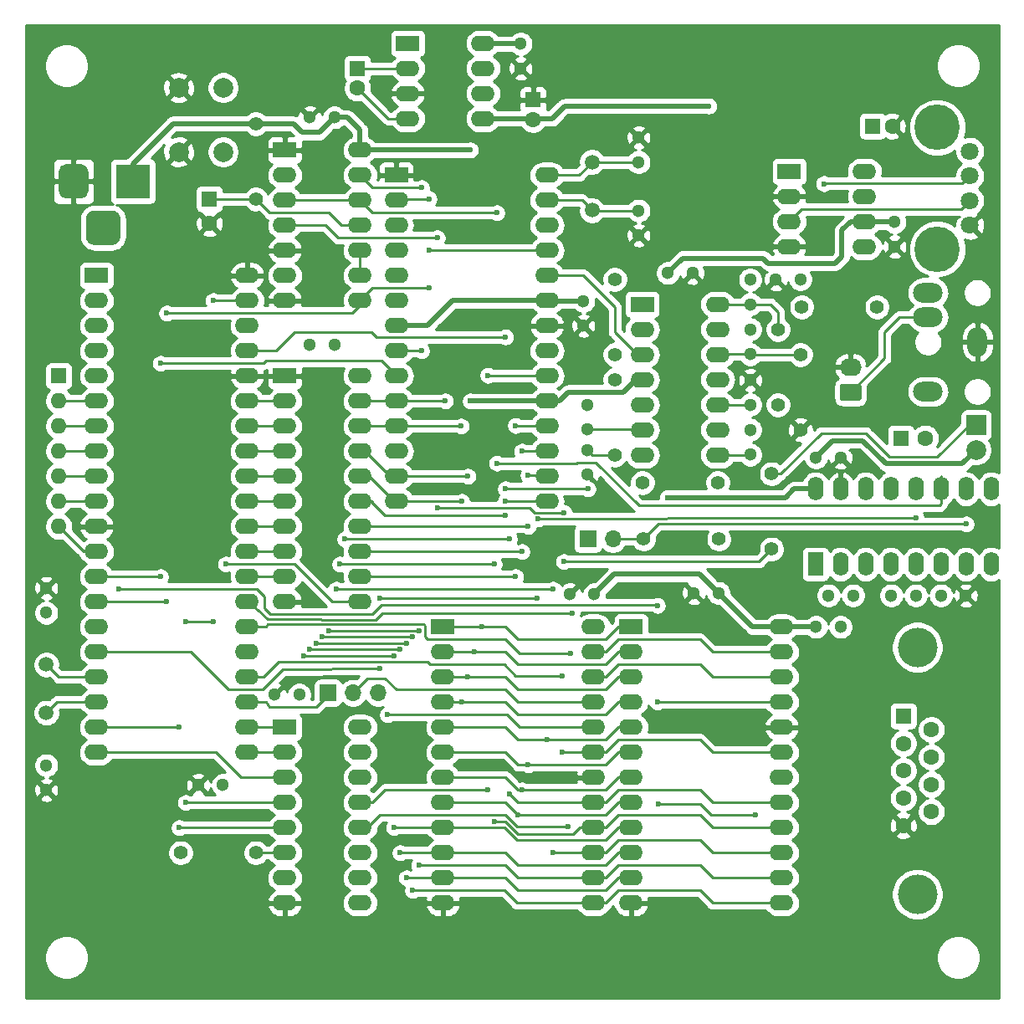
<source format=gtl>
G04 #@! TF.GenerationSoftware,KiCad,Pcbnew,5.1.12*
G04 #@! TF.CreationDate,2023-03-27T23:40:56-06:00*
G04 #@! TF.ProjectId,Talker,54616c6b-6572-42e6-9b69-6361645f7063,rev?*
G04 #@! TF.SameCoordinates,Original*
G04 #@! TF.FileFunction,Copper,L1,Top*
G04 #@! TF.FilePolarity,Positive*
%FSLAX46Y46*%
G04 Gerber Fmt 4.6, Leading zero omitted, Abs format (unit mm)*
G04 Created by KiCad (PCBNEW 5.1.12) date 2023-03-27 23:40:56*
%MOMM*%
%LPD*%
G01*
G04 APERTURE LIST*
G04 #@! TA.AperFunction,ComponentPad*
%ADD10C,1.300000*%
G04 #@! TD*
G04 #@! TA.AperFunction,ComponentPad*
%ADD11O,2.400000X1.600000*%
G04 #@! TD*
G04 #@! TA.AperFunction,ComponentPad*
%ADD12R,2.400000X1.600000*%
G04 #@! TD*
G04 #@! TA.AperFunction,ComponentPad*
%ADD13C,1.600000*%
G04 #@! TD*
G04 #@! TA.AperFunction,ComponentPad*
%ADD14R,1.600000X1.600000*%
G04 #@! TD*
G04 #@! TA.AperFunction,ComponentPad*
%ADD15C,2.000000*%
G04 #@! TD*
G04 #@! TA.AperFunction,ComponentPad*
%ADD16R,2.000000X2.000000*%
G04 #@! TD*
G04 #@! TA.AperFunction,ComponentPad*
%ADD17O,2.000000X3.000000*%
G04 #@! TD*
G04 #@! TA.AperFunction,ComponentPad*
%ADD18O,3.000000X2.000000*%
G04 #@! TD*
G04 #@! TA.AperFunction,ComponentPad*
%ADD19O,2.999999X2.000000*%
G04 #@! TD*
G04 #@! TA.AperFunction,ComponentPad*
%ADD20C,1.500000*%
G04 #@! TD*
G04 #@! TA.AperFunction,ComponentPad*
%ADD21O,1.700000X1.700000*%
G04 #@! TD*
G04 #@! TA.AperFunction,ComponentPad*
%ADD22R,1.700000X1.700000*%
G04 #@! TD*
G04 #@! TA.AperFunction,ComponentPad*
%ADD23O,2.190000X1.740000*%
G04 #@! TD*
G04 #@! TA.AperFunction,ComponentPad*
%ADD24C,1.397000*%
G04 #@! TD*
G04 #@! TA.AperFunction,ComponentPad*
%ADD25R,1.600000X2.400000*%
G04 #@! TD*
G04 #@! TA.AperFunction,ComponentPad*
%ADD26O,1.600000X2.400000*%
G04 #@! TD*
G04 #@! TA.AperFunction,ComponentPad*
%ADD27C,4.000000*%
G04 #@! TD*
G04 #@! TA.AperFunction,ComponentPad*
%ADD28R,3.500000X3.500000*%
G04 #@! TD*
G04 #@! TA.AperFunction,ComponentPad*
%ADD29C,4.600000*%
G04 #@! TD*
G04 #@! TA.AperFunction,ComponentPad*
%ADD30C,1.800000*%
G04 #@! TD*
G04 #@! TA.AperFunction,ComponentPad*
%ADD31O,1.600000X1.600000*%
G04 #@! TD*
G04 #@! TA.AperFunction,ViaPad*
%ADD32C,0.600000*%
G04 #@! TD*
G04 #@! TA.AperFunction,Conductor*
%ADD33C,0.250000*%
G04 #@! TD*
G04 #@! TA.AperFunction,Conductor*
%ADD34C,0.500000*%
G04 #@! TD*
G04 #@! TA.AperFunction,Conductor*
%ADD35C,0.254000*%
G04 #@! TD*
G04 #@! TA.AperFunction,Conductor*
%ADD36C,0.150000*%
G04 #@! TD*
G04 APERTURE END LIST*
D10*
X127000000Y-81280000D03*
X127000000Y-78780000D03*
D11*
X123190000Y-78740000D03*
X115570000Y-86360000D03*
X123190000Y-81280000D03*
X115570000Y-83820000D03*
X123190000Y-83820000D03*
X115570000Y-81280000D03*
X123190000Y-86360000D03*
D12*
X115570000Y-78740000D03*
D13*
X128270000Y-86455000D03*
D14*
X128270000Y-84455000D03*
D13*
X110490000Y-83280000D03*
D14*
X110490000Y-81280000D03*
D10*
X150241000Y-115316000D03*
X150241000Y-112816000D03*
X150241000Y-117856000D03*
X150241000Y-120356000D03*
X150241000Y-107696000D03*
X150241000Y-110196000D03*
X133731000Y-119888000D03*
X133731000Y-122388000D03*
X133731000Y-115316000D03*
X133731000Y-117816000D03*
X150241000Y-105156000D03*
X150241000Y-102656000D03*
X144399000Y-101981000D03*
X141899000Y-101981000D03*
X105664000Y-86233000D03*
X108164000Y-86233000D03*
X131953000Y-134493000D03*
X134453000Y-134493000D03*
X133350000Y-107315000D03*
X133350000Y-104815000D03*
X102108000Y-144653000D03*
X104608000Y-144653000D03*
X144526000Y-134366000D03*
X147026000Y-134366000D03*
X159385000Y-120650000D03*
X156885000Y-120650000D03*
X105664000Y-109220000D03*
X108164000Y-109220000D03*
X164846000Y-99314000D03*
X164846000Y-96814000D03*
X94361000Y-153797000D03*
X96861000Y-153797000D03*
X167005000Y-134620000D03*
X164505000Y-134620000D03*
X159385000Y-137795000D03*
X156885000Y-137795000D03*
X169545000Y-134620000D03*
X172045000Y-134620000D03*
X160655000Y-134620000D03*
X158155000Y-134620000D03*
X78994000Y-133858000D03*
X78994000Y-136358000D03*
X78994000Y-154305000D03*
X78994000Y-151805000D03*
X155321000Y-102616000D03*
X152821000Y-102616000D03*
X138938000Y-88265000D03*
X138938000Y-90765000D03*
X138938000Y-98171000D03*
X138938000Y-95671000D03*
D15*
X173101000Y-119888000D03*
D16*
X173101000Y-117348000D03*
D17*
X173228000Y-108966000D03*
D18*
X168228000Y-103966000D03*
D19*
X168228000Y-106466000D03*
D18*
X168228000Y-113966000D03*
D13*
X164623500Y-87122000D03*
D14*
X162623500Y-87122000D03*
D13*
X167981000Y-118681500D03*
D14*
X165481000Y-118681500D03*
D20*
X134239000Y-95631000D03*
X134239000Y-90751000D03*
D21*
X112585500Y-144462500D03*
X110045500Y-144462500D03*
D22*
X107505500Y-144462500D03*
D23*
X160401000Y-111506000D03*
G04 #@! TA.AperFunction,ComponentPad*
G36*
G01*
X161246001Y-114916000D02*
X159555999Y-114916000D01*
G75*
G02*
X159306000Y-114666001I0J249999D01*
G01*
X159306000Y-113425999D01*
G75*
G02*
X159555999Y-113176000I249999J0D01*
G01*
X161246001Y-113176000D01*
G75*
G02*
X161496000Y-113425999I0J-249999D01*
G01*
X161496000Y-114666001D01*
G75*
G02*
X161246001Y-114916000I-249999J0D01*
G01*
G37*
G04 #@! TD.AperFunction*
D15*
X92392500Y-83225500D03*
X96892500Y-83225500D03*
X92392500Y-89725500D03*
X96892500Y-89725500D03*
D24*
X152400000Y-129921000D03*
X152400000Y-122301000D03*
X147066000Y-128905000D03*
X139446000Y-128905000D03*
D21*
X136334500Y-128905000D03*
D22*
X133794500Y-128905000D03*
D25*
X156845000Y-131445000D03*
D26*
X174625000Y-123825000D03*
X159385000Y-131445000D03*
X172085000Y-123825000D03*
X161925000Y-131445000D03*
X169545000Y-123825000D03*
X164465000Y-131445000D03*
X167005000Y-123825000D03*
X167005000Y-131445000D03*
X164465000Y-123825000D03*
X169545000Y-131445000D03*
X161925000Y-123825000D03*
X172085000Y-131445000D03*
X159385000Y-123825000D03*
X174625000Y-131445000D03*
X156845000Y-123825000D03*
D14*
X165735000Y-146812000D03*
D13*
X165735000Y-149582000D03*
X165735000Y-152352000D03*
X165735000Y-155122000D03*
X165735000Y-157892000D03*
X168575000Y-148197000D03*
X168575000Y-150967000D03*
X168575000Y-153737000D03*
X168575000Y-156507000D03*
D27*
X167155000Y-164852000D03*
X167155000Y-139852000D03*
D24*
X146939000Y-123190000D03*
X139319000Y-123190000D03*
X155321000Y-110236000D03*
X155321000Y-117856000D03*
X136525000Y-110236000D03*
X136525000Y-102616000D03*
X136525000Y-120396000D03*
X136525000Y-112776000D03*
X153035000Y-115316000D03*
X153035000Y-107696000D03*
D11*
X146939000Y-105156000D03*
X139319000Y-120396000D03*
X146939000Y-107696000D03*
X139319000Y-117856000D03*
X146939000Y-110236000D03*
X139319000Y-115316000D03*
X146939000Y-112776000D03*
X139319000Y-112776000D03*
X146939000Y-115316000D03*
X139319000Y-110236000D03*
X146939000Y-117856000D03*
X139319000Y-107696000D03*
X146939000Y-120396000D03*
D12*
X139319000Y-105156000D03*
X114427000Y-92075000D03*
D11*
X129667000Y-125095000D03*
X114427000Y-94615000D03*
X129667000Y-122555000D03*
X114427000Y-97155000D03*
X129667000Y-120015000D03*
X114427000Y-99695000D03*
X129667000Y-117475000D03*
X114427000Y-102235000D03*
X129667000Y-114935000D03*
X114427000Y-104775000D03*
X129667000Y-112395000D03*
X114427000Y-107315000D03*
X129667000Y-109855000D03*
X114427000Y-109855000D03*
X129667000Y-107315000D03*
X114427000Y-112395000D03*
X129667000Y-104775000D03*
X114427000Y-114935000D03*
X129667000Y-102235000D03*
X114427000Y-117475000D03*
X129667000Y-99695000D03*
X114427000Y-120015000D03*
X129667000Y-97155000D03*
X114427000Y-122555000D03*
X129667000Y-94615000D03*
X114427000Y-125095000D03*
X129667000Y-92075000D03*
D13*
X95504000Y-96988000D03*
D14*
X95504000Y-94488000D03*
D11*
X110744000Y-89535000D03*
X103124000Y-104775000D03*
X110744000Y-92075000D03*
X103124000Y-102235000D03*
X110744000Y-94615000D03*
X103124000Y-99695000D03*
X110744000Y-97155000D03*
X103124000Y-97155000D03*
X110744000Y-99695000D03*
X103124000Y-94615000D03*
X110744000Y-102235000D03*
X103124000Y-92075000D03*
X110744000Y-104775000D03*
D12*
X103124000Y-89535000D03*
D28*
X87757000Y-92710000D03*
G04 #@! TA.AperFunction,ComponentPad*
G36*
G01*
X80257000Y-93710000D02*
X80257000Y-91710000D01*
G75*
G02*
X81007000Y-90960000I750000J0D01*
G01*
X82507000Y-90960000D01*
G75*
G02*
X83257000Y-91710000I0J-750000D01*
G01*
X83257000Y-93710000D01*
G75*
G02*
X82507000Y-94460000I-750000J0D01*
G01*
X81007000Y-94460000D01*
G75*
G02*
X80257000Y-93710000I0J750000D01*
G01*
G37*
G04 #@! TD.AperFunction*
G04 #@! TA.AperFunction,ComponentPad*
G36*
G01*
X83007000Y-98285000D02*
X83007000Y-96535000D01*
G75*
G02*
X83882000Y-95660000I875000J0D01*
G01*
X85632000Y-95660000D01*
G75*
G02*
X86507000Y-96535000I0J-875000D01*
G01*
X86507000Y-98285000D01*
G75*
G02*
X85632000Y-99160000I-875000J0D01*
G01*
X83882000Y-99160000D01*
G75*
G02*
X83007000Y-98285000I0J875000D01*
G01*
G37*
G04 #@! TD.AperFunction*
D29*
X169166000Y-99555000D03*
X169166000Y-87255000D03*
D30*
X172466000Y-97155000D03*
X172466000Y-94655000D03*
X172466000Y-92155000D03*
X172466000Y-89655000D03*
D24*
X100203000Y-86868000D03*
X100203000Y-94488000D03*
X92583000Y-160655000D03*
X100203000Y-160655000D03*
X163068000Y-105410000D03*
X155448000Y-105410000D03*
D12*
X84074000Y-102235000D03*
D11*
X99314000Y-150495000D03*
X84074000Y-104775000D03*
X99314000Y-147955000D03*
X84074000Y-107315000D03*
X99314000Y-145415000D03*
X84074000Y-109855000D03*
X99314000Y-142875000D03*
X84074000Y-112395000D03*
X99314000Y-140335000D03*
X84074000Y-114935000D03*
X99314000Y-137795000D03*
X84074000Y-117475000D03*
X99314000Y-135255000D03*
X84074000Y-120015000D03*
X99314000Y-132715000D03*
X84074000Y-122555000D03*
X99314000Y-130175000D03*
X84074000Y-125095000D03*
X99314000Y-127635000D03*
X84074000Y-127635000D03*
X99314000Y-125095000D03*
X84074000Y-130175000D03*
X99314000Y-122555000D03*
X84074000Y-132715000D03*
X99314000Y-120015000D03*
X84074000Y-135255000D03*
X99314000Y-117475000D03*
X84074000Y-137795000D03*
X99314000Y-114935000D03*
X84074000Y-140335000D03*
X99314000Y-112395000D03*
X84074000Y-142875000D03*
X99314000Y-109855000D03*
X84074000Y-145415000D03*
X99314000Y-107315000D03*
X84074000Y-147955000D03*
X99314000Y-104775000D03*
X84074000Y-150495000D03*
X99314000Y-102235000D03*
D12*
X103124000Y-112395000D03*
D11*
X110744000Y-135255000D03*
X103124000Y-114935000D03*
X110744000Y-132715000D03*
X103124000Y-117475000D03*
X110744000Y-130175000D03*
X103124000Y-120015000D03*
X110744000Y-127635000D03*
X103124000Y-122555000D03*
X110744000Y-125095000D03*
X103124000Y-125095000D03*
X110744000Y-122555000D03*
X103124000Y-127635000D03*
X110744000Y-120015000D03*
X103124000Y-130175000D03*
X110744000Y-117475000D03*
X103124000Y-132715000D03*
X110744000Y-114935000D03*
X103124000Y-135255000D03*
X110744000Y-112395000D03*
X110744000Y-147955000D03*
X103124000Y-165735000D03*
X110744000Y-150495000D03*
X103124000Y-163195000D03*
X110744000Y-153035000D03*
X103124000Y-160655000D03*
X110744000Y-155575000D03*
X103124000Y-158115000D03*
X110744000Y-158115000D03*
X103124000Y-155575000D03*
X110744000Y-160655000D03*
X103124000Y-153035000D03*
X110744000Y-163195000D03*
X103124000Y-150495000D03*
X110744000Y-165735000D03*
D12*
X103124000Y-147955000D03*
X154178000Y-91694000D03*
D11*
X161798000Y-99314000D03*
X154178000Y-94234000D03*
X161798000Y-96774000D03*
X154178000Y-96774000D03*
X161798000Y-94234000D03*
X154178000Y-99314000D03*
X161798000Y-91694000D03*
D12*
X119126000Y-137795000D03*
D11*
X134366000Y-165735000D03*
X119126000Y-140335000D03*
X134366000Y-163195000D03*
X119126000Y-142875000D03*
X134366000Y-160655000D03*
X119126000Y-145415000D03*
X134366000Y-158115000D03*
X119126000Y-147955000D03*
X134366000Y-155575000D03*
X119126000Y-150495000D03*
X134366000Y-153035000D03*
X119126000Y-153035000D03*
X134366000Y-150495000D03*
X119126000Y-155575000D03*
X134366000Y-147955000D03*
X119126000Y-158115000D03*
X134366000Y-145415000D03*
X119126000Y-160655000D03*
X134366000Y-142875000D03*
X119126000Y-163195000D03*
X134366000Y-140335000D03*
X119126000Y-165735000D03*
X134366000Y-137795000D03*
X153416000Y-137795000D03*
X138176000Y-165735000D03*
X153416000Y-140335000D03*
X138176000Y-163195000D03*
X153416000Y-142875000D03*
X138176000Y-160655000D03*
X153416000Y-145415000D03*
X138176000Y-158115000D03*
X153416000Y-147955000D03*
X138176000Y-155575000D03*
X153416000Y-150495000D03*
X138176000Y-153035000D03*
X153416000Y-153035000D03*
X138176000Y-150495000D03*
X153416000Y-155575000D03*
X138176000Y-147955000D03*
X153416000Y-158115000D03*
X138176000Y-145415000D03*
X153416000Y-160655000D03*
X138176000Y-142875000D03*
X153416000Y-163195000D03*
X138176000Y-140335000D03*
X153416000Y-165735000D03*
D12*
X138176000Y-137795000D03*
D20*
X78994000Y-146485000D03*
X78994000Y-141605000D03*
D14*
X80264000Y-112395000D03*
D31*
X80264000Y-114935000D03*
X80264000Y-117475000D03*
X80264000Y-120015000D03*
X80264000Y-122555000D03*
X80264000Y-125095000D03*
X80264000Y-127635000D03*
D32*
X157708600Y-92938600D03*
X141859000Y-124714000D03*
X121920000Y-89535000D03*
X121920000Y-104775000D03*
X121920000Y-114935000D03*
X123063000Y-137795000D03*
X119380000Y-114935000D03*
X122301000Y-140335000D03*
X120967500Y-117475000D03*
X121666000Y-142875000D03*
X121666000Y-122555000D03*
X121031000Y-145415000D03*
X121031000Y-125095000D03*
X129667000Y-149225000D03*
X125476000Y-126492000D03*
X125476000Y-125095000D03*
X127762000Y-122428000D03*
X127762000Y-151765000D03*
X127762000Y-127635000D03*
X127127000Y-130175000D03*
X127127000Y-154305000D03*
X127127000Y-120015000D03*
X126492000Y-132715000D03*
X126746000Y-156845000D03*
X126492000Y-117411500D03*
X105029000Y-140716000D03*
X114173000Y-140716000D03*
X114173000Y-158115000D03*
X105664000Y-140081000D03*
X114808000Y-140081000D03*
X114808000Y-160655000D03*
X106299000Y-139446000D03*
X115443000Y-139446000D03*
X115443000Y-163195000D03*
X106934000Y-138811000D03*
X116078000Y-138811000D03*
X116078000Y-164465000D03*
X107569000Y-138176000D03*
X116713000Y-138176000D03*
X116713000Y-161925000D03*
X108331000Y-133985000D03*
X130292000Y-133985000D03*
X130302000Y-160655000D03*
X124333000Y-157480000D03*
X124323000Y-131445000D03*
X108712000Y-131445000D03*
X109220000Y-128905000D03*
X125857000Y-128905000D03*
X125857000Y-154686000D03*
X140970000Y-155702000D03*
X150749000Y-156845000D03*
X131826000Y-157988000D03*
X131191000Y-142748000D03*
X131191000Y-150495000D03*
X140843000Y-145415000D03*
X86360000Y-133985000D03*
X140843000Y-135636000D03*
X132080000Y-140462000D03*
X132207000Y-136398000D03*
X92456000Y-147955000D03*
X92456000Y-158115000D03*
X124587000Y-95885000D03*
X124587000Y-121221500D03*
X113538000Y-146685000D03*
X93091000Y-155575000D03*
X93091000Y-137287000D03*
X95885000Y-137287000D03*
X95885000Y-104775000D03*
X97155000Y-131445000D03*
X112776000Y-134874000D03*
X128651000Y-134874000D03*
X167005000Y-126746000D03*
X128778000Y-126873000D03*
X112776000Y-141986000D03*
X91198000Y-106045000D03*
X91186000Y-135255000D03*
X117729000Y-94488000D03*
X117729000Y-103505000D03*
X117729000Y-99631500D03*
X90551000Y-111125000D03*
X90551000Y-132715000D03*
X123698000Y-154305000D03*
X123698000Y-112331500D03*
X116967000Y-93345000D03*
X116967000Y-109855000D03*
X172085000Y-127381000D03*
X125476000Y-108458000D03*
X125476000Y-123825000D03*
X133794500Y-123825000D03*
X118554500Y-125730000D03*
X131381487Y-126235230D03*
X131381500Y-131191000D03*
X118554500Y-98425000D03*
X146050000Y-85090000D03*
D33*
X115570000Y-81280000D02*
X110490000Y-81280000D01*
X146939000Y-115316000D02*
X150241000Y-115316000D01*
X152273000Y-105156000D02*
X153035000Y-105918000D01*
X153035000Y-105918000D02*
X153035000Y-107696000D01*
X150241000Y-105156000D02*
X152273000Y-105156000D01*
X146939000Y-105156000D02*
X150241000Y-105156000D01*
X172466000Y-92155000D02*
X171707800Y-92913200D01*
X157734000Y-92913200D02*
X157708600Y-92938600D01*
X171707800Y-92913200D02*
X157734000Y-92913200D01*
D34*
X87757000Y-92710000D02*
X87757000Y-90932000D01*
X91821000Y-86868000D02*
X100203000Y-86868000D01*
X87757000Y-90932000D02*
X91821000Y-86868000D01*
X100203000Y-86868000D02*
X104013000Y-86868000D01*
X104013000Y-86868000D02*
X104902000Y-87757000D01*
X106640000Y-87757000D02*
X108164000Y-86233000D01*
X104902000Y-87757000D02*
X106640000Y-87757000D01*
X108164000Y-86233000D02*
X109474000Y-86233000D01*
X110744000Y-87503000D02*
X110744000Y-89535000D01*
X109474000Y-86233000D02*
X110744000Y-87503000D01*
X150455000Y-137795000D02*
X153416000Y-137795000D01*
X147153000Y-134493000D02*
X150455000Y-137795000D01*
X141859000Y-124714000D02*
X153797000Y-124714000D01*
X154686000Y-123825000D02*
X156845000Y-123825000D01*
X153797000Y-124714000D02*
X154686000Y-123825000D01*
X134453000Y-134493000D02*
X136485000Y-132461000D01*
X145121000Y-132461000D02*
X147026000Y-134366000D01*
X136485000Y-132461000D02*
X145121000Y-132461000D01*
X161838000Y-96814000D02*
X161798000Y-96774000D01*
X164846000Y-96814000D02*
X161838000Y-96814000D01*
X110744000Y-89535000D02*
X121920000Y-89535000D01*
X121920000Y-104775000D02*
X129667000Y-104775000D01*
X114427000Y-107315000D02*
X117538500Y-107315000D01*
X120078500Y-104775000D02*
X121920000Y-104775000D01*
X117538500Y-107315000D02*
X120078500Y-104775000D01*
X121920000Y-114935000D02*
X129667000Y-114935000D01*
X129667000Y-114935000D02*
X130937000Y-114935000D01*
X130937000Y-114935000D02*
X131826000Y-114046000D01*
X131826000Y-114046000D02*
X137414000Y-114046000D01*
X138684000Y-112776000D02*
X139319000Y-112776000D01*
X137414000Y-114046000D02*
X138684000Y-112776000D01*
X156885000Y-137795000D02*
X153416000Y-137795000D01*
X171704000Y-121285000D02*
X173101000Y-119888000D01*
X156885000Y-120650000D02*
X158599500Y-118935500D01*
X158599500Y-118935500D02*
X161607500Y-118935500D01*
X163957000Y-121285000D02*
X171704000Y-121285000D01*
X161607500Y-118935500D02*
X163957000Y-121285000D01*
X129707000Y-104815000D02*
X129667000Y-104775000D01*
X133350000Y-104815000D02*
X129707000Y-104815000D01*
X123230000Y-78780000D02*
X123190000Y-78740000D01*
X127000000Y-78780000D02*
X123230000Y-78780000D01*
X152069800Y-100990400D02*
X158851600Y-100990400D01*
X158851600Y-100990400D02*
X159512000Y-100330000D01*
X151561800Y-100482400D02*
X152069800Y-100990400D01*
X143397600Y-100482400D02*
X151561800Y-100482400D01*
X141899000Y-101981000D02*
X143397600Y-100482400D01*
X159512000Y-100330000D02*
X159512000Y-97663000D01*
X160401000Y-96774000D02*
X161798000Y-96774000D01*
X159512000Y-97663000D02*
X160401000Y-96774000D01*
D33*
X136906000Y-137795000D02*
X138176000Y-137795000D01*
X126746000Y-139065000D02*
X135636000Y-139065000D01*
X135636000Y-139065000D02*
X136906000Y-137795000D01*
X119126000Y-137795000D02*
X123063000Y-137795000D01*
X125476000Y-137795000D02*
X126746000Y-139065000D01*
X123063000Y-137795000D02*
X125476000Y-137795000D01*
X110744000Y-114935000D02*
X114427000Y-114935000D01*
X114427000Y-114935000D02*
X119380000Y-114935000D01*
X114300000Y-117475000D02*
X114427000Y-117348000D01*
X110744000Y-117475000D02*
X114300000Y-117475000D01*
X136906000Y-140335000D02*
X138176000Y-140335000D01*
X135636000Y-141605000D02*
X136906000Y-140335000D01*
X122301000Y-140335000D02*
X125476000Y-140335000D01*
X119126000Y-140335000D02*
X122301000Y-140335000D01*
X126746000Y-141605000D02*
X135636000Y-141605000D01*
X125476000Y-140335000D02*
X126746000Y-141605000D01*
X120967500Y-117475000D02*
X114427000Y-117475000D01*
X110744000Y-120015000D02*
X111252000Y-120015000D01*
X113665000Y-122428000D02*
X114427000Y-122428000D01*
X111252000Y-120015000D02*
X113665000Y-122428000D01*
X119126000Y-142875000D02*
X121666000Y-142875000D01*
X135636000Y-144145000D02*
X136906000Y-142875000D01*
X136906000Y-142875000D02*
X138176000Y-142875000D01*
X126746000Y-144145000D02*
X135636000Y-144145000D01*
X121666000Y-142875000D02*
X125476000Y-142875000D01*
X125476000Y-142875000D02*
X126746000Y-144145000D01*
X114427000Y-122555000D02*
X121666000Y-122555000D01*
X119126000Y-145415000D02*
X125476000Y-145415000D01*
X125476000Y-145415000D02*
X126746000Y-146685000D01*
X126746000Y-146685000D02*
X135636000Y-146685000D01*
X136906000Y-145415000D02*
X138176000Y-145415000D01*
X135636000Y-146685000D02*
X136906000Y-145415000D01*
X110744000Y-122555000D02*
X111633000Y-122555000D01*
X114173000Y-125095000D02*
X114427000Y-125095000D01*
X111633000Y-122555000D02*
X114173000Y-125095000D01*
X121031000Y-125095000D02*
X114427000Y-125095000D01*
X119126000Y-147955000D02*
X125476000Y-147955000D01*
X125476000Y-147955000D02*
X126746000Y-149225000D01*
X135636000Y-149225000D02*
X136906000Y-147955000D01*
X136906000Y-147955000D02*
X138176000Y-147955000D01*
X129667000Y-149225000D02*
X135636000Y-149225000D01*
X126746000Y-149225000D02*
X129667000Y-149225000D01*
X110744000Y-125095000D02*
X112014000Y-125095000D01*
X111823500Y-125095000D02*
X110744000Y-125095000D01*
X113220500Y-126492000D02*
X111823500Y-125095000D01*
X125476000Y-126492000D02*
X113220500Y-126492000D01*
X125476000Y-125095000D02*
X129667000Y-125095000D01*
X119126000Y-150495000D02*
X125476000Y-150495000D01*
X125476000Y-150495000D02*
X126746000Y-151765000D01*
X135636000Y-151765000D02*
X136906000Y-150495000D01*
X136906000Y-150495000D02*
X138176000Y-150495000D01*
X126746000Y-151765000D02*
X127508000Y-151765000D01*
X129667000Y-122428000D02*
X127762000Y-122428000D01*
X127762000Y-151765000D02*
X135636000Y-151765000D01*
X127508000Y-151765000D02*
X127762000Y-151765000D01*
X110744000Y-127635000D02*
X127762000Y-127635000D01*
X110744000Y-130175000D02*
X127127000Y-130175000D01*
X136906000Y-153035000D02*
X138176000Y-153035000D01*
X135636000Y-154305000D02*
X136906000Y-153035000D01*
X127127000Y-154305000D02*
X135636000Y-154305000D01*
X126746000Y-154305000D02*
X125476000Y-153035000D01*
X125476000Y-153035000D02*
X119126000Y-153035000D01*
X127127000Y-154305000D02*
X126746000Y-154305000D01*
X127127000Y-120015000D02*
X129667000Y-120015000D01*
X119126000Y-155575000D02*
X125476000Y-155575000D01*
X125476000Y-155575000D02*
X126746000Y-156845000D01*
X126746000Y-156845000D02*
X135636000Y-156845000D01*
X135636000Y-156845000D02*
X136906000Y-155575000D01*
X136906000Y-155575000D02*
X138176000Y-155575000D01*
X126492000Y-132715000D02*
X110998000Y-132715000D01*
X110998000Y-132715000D02*
X110744000Y-132715000D01*
X129603500Y-117411500D02*
X129667000Y-117475000D01*
X126492000Y-117411500D02*
X129603500Y-117411500D01*
X99314000Y-132715000D02*
X99441000Y-132842000D01*
X99568000Y-132715000D02*
X103124000Y-132715000D01*
X99441000Y-132842000D02*
X99568000Y-132715000D01*
X136906000Y-158115000D02*
X138176000Y-158115000D01*
X119126000Y-158115000D02*
X125349000Y-158115000D01*
X125349000Y-158115000D02*
X126619000Y-159385000D01*
X126619000Y-159385000D02*
X135636000Y-159385000D01*
X135636000Y-159385000D02*
X136906000Y-158115000D01*
X105029000Y-140716000D02*
X114173000Y-140716000D01*
X114173000Y-158115000D02*
X119126000Y-158115000D01*
X119126000Y-160655000D02*
X125476000Y-160655000D01*
X125476000Y-160655000D02*
X126746000Y-161925000D01*
X126746000Y-161925000D02*
X135636000Y-161925000D01*
X135636000Y-161925000D02*
X136906000Y-160655000D01*
X136906000Y-160655000D02*
X138176000Y-160655000D01*
X99314000Y-130175000D02*
X103124000Y-130175000D01*
X105664000Y-140081000D02*
X114808000Y-140081000D01*
X114808000Y-160655000D02*
X119126000Y-160655000D01*
X119126000Y-163195000D02*
X125476000Y-163195000D01*
X125476000Y-163195000D02*
X126746000Y-164465000D01*
X126746000Y-164465000D02*
X135636000Y-164465000D01*
X135636000Y-164465000D02*
X136906000Y-163195000D01*
X136906000Y-163195000D02*
X138176000Y-163195000D01*
X99314000Y-127635000D02*
X103124000Y-127635000D01*
X115443000Y-139446000D02*
X106299000Y-139446000D01*
X115443000Y-163195000D02*
X119126000Y-163195000D01*
X134366000Y-165735000D02*
X135636000Y-165735000D01*
X135636000Y-165735000D02*
X136906000Y-164465000D01*
X136906000Y-164465000D02*
X145161000Y-164465000D01*
X145161000Y-164465000D02*
X146431000Y-165735000D01*
X146431000Y-165735000D02*
X153416000Y-165735000D01*
X99314000Y-125095000D02*
X103124000Y-125095000D01*
X114173000Y-138811000D02*
X106934000Y-138811000D01*
X116078000Y-138811000D02*
X114173000Y-138811000D01*
X116078000Y-164465000D02*
X125349000Y-164465000D01*
X125349000Y-164465000D02*
X126619000Y-165735000D01*
X126619000Y-165735000D02*
X134366000Y-165735000D01*
X134366000Y-163195000D02*
X135636000Y-163195000D01*
X135636000Y-163195000D02*
X136906000Y-161925000D01*
X136906000Y-161925000D02*
X145161000Y-161925000D01*
X146431000Y-163195000D02*
X153416000Y-163195000D01*
X145161000Y-161925000D02*
X146431000Y-163195000D01*
X99314000Y-122555000D02*
X103124000Y-122555000D01*
X116713000Y-138176000D02*
X107569000Y-138176000D01*
X116713000Y-161925000D02*
X125476000Y-161925000D01*
X125476000Y-161925000D02*
X126746000Y-163195000D01*
X126746000Y-163195000D02*
X134366000Y-163195000D01*
X134366000Y-160655000D02*
X135636000Y-160655000D01*
X135636000Y-160655000D02*
X136906000Y-159385000D01*
X136906000Y-159385000D02*
X145161000Y-159385000D01*
X145161000Y-159385000D02*
X146431000Y-160655000D01*
X146431000Y-160655000D02*
X153416000Y-160655000D01*
X99314000Y-120015000D02*
X103124000Y-120015000D01*
X108331000Y-133985000D02*
X130292000Y-133985000D01*
X130302000Y-160655000D02*
X134366000Y-160655000D01*
X134366000Y-158115000D02*
X135636000Y-158115000D01*
X135636000Y-158115000D02*
X136906000Y-156845000D01*
X136906000Y-156845000D02*
X145161000Y-156845000D01*
X146431000Y-158115000D02*
X153416000Y-158115000D01*
X145161000Y-156845000D02*
X146431000Y-158115000D01*
X99314000Y-117475000D02*
X103124000Y-117475000D01*
X108712000Y-131445000D02*
X124323000Y-131445000D01*
X126744590Y-158750000D02*
X132334000Y-158750000D01*
X124333000Y-157480000D02*
X125474590Y-157480000D01*
X132334000Y-158750000D02*
X132969000Y-158115000D01*
X125474590Y-157480000D02*
X126744590Y-158750000D01*
X132969000Y-158115000D02*
X134366000Y-158115000D01*
X134366000Y-155575000D02*
X135636000Y-155575000D01*
X135636000Y-155575000D02*
X136906000Y-154305000D01*
X136906000Y-154305000D02*
X145161000Y-154305000D01*
X146431000Y-155575000D02*
X153416000Y-155575000D01*
X145161000Y-154305000D02*
X146431000Y-155575000D01*
X99314000Y-114935000D02*
X103124000Y-114935000D01*
X109220000Y-128905000D02*
X117094000Y-128905000D01*
X117094000Y-128905000D02*
X125857000Y-128905000D01*
X126746000Y-155575000D02*
X134366000Y-155575000D01*
X125857000Y-154686000D02*
X126746000Y-155575000D01*
X140970000Y-155702000D02*
X145161000Y-155702000D01*
X145161000Y-155702000D02*
X146304000Y-156845000D01*
X146304000Y-156845000D02*
X150749000Y-156845000D01*
X111506000Y-158115000D02*
X110744000Y-158115000D01*
X131826000Y-157988000D02*
X126619000Y-157988000D01*
X126619000Y-157988000D02*
X125476000Y-156845000D01*
X125476000Y-156845000D02*
X112776000Y-156845000D01*
X112776000Y-156845000D02*
X111506000Y-158115000D01*
X134366000Y-150495000D02*
X135636000Y-150495000D01*
X135636000Y-150495000D02*
X136906000Y-149225000D01*
X136906000Y-149225000D02*
X145161000Y-149225000D01*
X146431000Y-150495000D02*
X153416000Y-150495000D01*
X145161000Y-149225000D02*
X146431000Y-150495000D01*
X131191000Y-150495000D02*
X134366000Y-150495000D01*
X117856000Y-141605000D02*
X125349000Y-141605000D01*
X117602000Y-141351000D02*
X117856000Y-141605000D01*
X126492000Y-142748000D02*
X131191000Y-142748000D01*
X99314000Y-142875000D02*
X100965000Y-142875000D01*
X100965000Y-142875000D02*
X102489000Y-141351000D01*
X125349000Y-141605000D02*
X126492000Y-142748000D01*
X102489000Y-141351000D02*
X116722999Y-141341001D01*
X116722999Y-141341001D02*
X117602000Y-141351000D01*
X153416000Y-145415000D02*
X140843000Y-145415000D01*
X101028500Y-135890000D02*
X101028500Y-134683500D01*
X101663500Y-136461500D02*
X101028500Y-135890000D01*
X140843000Y-135636000D02*
X140543001Y-135590001D01*
X101028500Y-134683500D02*
X100330000Y-133985000D01*
X112948999Y-135590001D02*
X112014000Y-136461500D01*
X100330000Y-133985000D02*
X86360000Y-133985000D01*
X140543001Y-135590001D02*
X112948999Y-135590001D01*
X112014000Y-136461500D02*
X101663500Y-136461500D01*
X134366000Y-142875000D02*
X135636000Y-142875000D01*
X135636000Y-142875000D02*
X136906000Y-141605000D01*
X136906000Y-141605000D02*
X145161000Y-141605000D01*
X146431000Y-142875000D02*
X153416000Y-142875000D01*
X145161000Y-141605000D02*
X146431000Y-142875000D01*
X101219000Y-137795000D02*
X99314000Y-137795000D01*
X101409500Y-137541000D02*
X101219000Y-137795000D01*
X117221000Y-137541000D02*
X101409500Y-137541000D01*
X132080000Y-140462000D02*
X126873000Y-140462000D01*
X117348000Y-138747500D02*
X117348000Y-137731500D01*
X126873000Y-140462000D02*
X125476000Y-139065000D01*
X117348000Y-137731500D02*
X117221000Y-137541000D01*
X125476000Y-139065000D02*
X117602000Y-139065000D01*
X117602000Y-139065000D02*
X117348000Y-138747500D01*
X134366000Y-140335000D02*
X135002410Y-140335000D01*
X134366000Y-140335000D02*
X135636000Y-140335000D01*
X135636000Y-140335000D02*
X136906000Y-139065000D01*
X136906000Y-139065000D02*
X145161000Y-139065000D01*
X146431000Y-140335000D02*
X153416000Y-140335000D01*
X145161000Y-139065000D02*
X146431000Y-140335000D01*
X99441000Y-135255000D02*
X99314000Y-135255000D01*
X113030000Y-136398000D02*
X112363250Y-137064750D01*
X132207000Y-136398000D02*
X113030000Y-136398000D01*
X112363250Y-137064750D02*
X101409500Y-137033000D01*
X101409500Y-137033000D02*
X99441000Y-135255000D01*
X100203000Y-160655000D02*
X103124000Y-160655000D01*
X84074000Y-147955000D02*
X92456000Y-147955000D01*
X92456000Y-158115000D02*
X103124000Y-158115000D01*
X98679000Y-153035000D02*
X103124000Y-153035000D01*
X96139000Y-150495000D02*
X98679000Y-153035000D01*
X84074000Y-150495000D02*
X96139000Y-150495000D01*
X99314000Y-150495000D02*
X103124000Y-150495000D01*
X99314000Y-147955000D02*
X103124000Y-147955000D01*
X101219000Y-145415000D02*
X99314000Y-145415000D01*
X101600000Y-145923000D02*
X101219000Y-145415000D01*
X106299000Y-145923000D02*
X101600000Y-145923000D01*
X107505500Y-144716500D02*
X107505500Y-144462500D01*
X106299000Y-145923000D02*
X107505500Y-144716500D01*
X169545000Y-122555000D02*
X169545000Y-123825000D01*
X169545000Y-125349000D02*
X169545000Y-123825000D01*
X138995990Y-125533990D02*
X169360010Y-125533990D01*
X169360010Y-125533990D02*
X169545000Y-125349000D01*
X103124000Y-94615000D02*
X110744000Y-94615000D01*
X110744000Y-94615000D02*
X112014000Y-95885000D01*
X112014000Y-95885000D02*
X124587000Y-95885000D01*
X124587000Y-121221500D02*
X132651500Y-121221500D01*
X132651500Y-121221500D02*
X132715000Y-121158000D01*
X134620000Y-121158000D02*
X138995990Y-125533990D01*
X132715000Y-121158000D02*
X134620000Y-121158000D01*
X126873000Y-147955000D02*
X134366000Y-147955000D01*
X113538000Y-146685000D02*
X125603000Y-146685000D01*
X125603000Y-146685000D02*
X126873000Y-147955000D01*
X113570000Y-86360000D02*
X115570000Y-86360000D01*
X110490000Y-83280000D02*
X113570000Y-86360000D01*
X136525000Y-120396000D02*
X134239000Y-120396000D01*
X134239000Y-120396000D02*
X133731000Y-119888000D01*
X133731000Y-117816000D02*
X139279000Y-117816000D01*
X139279000Y-117816000D02*
X139319000Y-117856000D01*
X146939000Y-120396000D02*
X150201000Y-120396000D01*
X150201000Y-120396000D02*
X150241000Y-120356000D01*
X150241000Y-117856000D02*
X150495000Y-117602000D01*
X155321000Y-110236000D02*
X150281000Y-110236000D01*
X150281000Y-110236000D02*
X150241000Y-110196000D01*
X150241000Y-110196000D02*
X146979000Y-110196000D01*
X146979000Y-110196000D02*
X146939000Y-110236000D01*
X154178000Y-96774000D02*
X155448000Y-95504000D01*
X171617000Y-95504000D02*
X172466000Y-94655000D01*
X155448000Y-95504000D02*
X171617000Y-95504000D01*
X103124000Y-155575000D02*
X93091000Y-155575000D01*
X93091000Y-137287000D02*
X95885000Y-137287000D01*
X95885000Y-104775000D02*
X99314000Y-104775000D01*
X110744000Y-135255000D02*
X107950000Y-135255000D01*
X107950000Y-135255000D02*
X104140000Y-131445000D01*
X104140000Y-131445000D02*
X97155000Y-131445000D01*
X112776000Y-134874000D02*
X128651000Y-134874000D01*
X158819010Y-126746000D02*
X167005000Y-126746000D01*
X154686000Y-126746000D02*
X158819010Y-126746000D01*
X128778000Y-126873000D02*
X154686000Y-126746000D01*
X93599000Y-140335000D02*
X84074000Y-140335000D01*
X112776000Y-141986000D02*
X102933500Y-142049500D01*
X100901500Y-144145000D02*
X97409000Y-144145000D01*
X102933500Y-142049500D02*
X100901500Y-144145000D01*
X97409000Y-144145000D02*
X93599000Y-140335000D01*
X110744000Y-104775000D02*
X110744000Y-105283000D01*
X110744000Y-105283000D02*
X109982000Y-106045000D01*
X109982000Y-106045000D02*
X91198000Y-106045000D01*
X91186000Y-135255000D02*
X84074000Y-135255000D01*
X114427000Y-94488000D02*
X117729000Y-94488000D01*
X110744000Y-104775000D02*
X112014000Y-103505000D01*
X112014000Y-103505000D02*
X117729000Y-103505000D01*
X129603500Y-99631500D02*
X129667000Y-99695000D01*
X117729000Y-99631500D02*
X129603500Y-99631500D01*
X114427000Y-112268000D02*
X114427000Y-112014000D01*
X114427000Y-112014000D02*
X113411000Y-112014000D01*
X90551000Y-132715000D02*
X84074000Y-132715000D01*
X112903000Y-110871000D02*
X114427000Y-112395000D01*
X101219000Y-110871000D02*
X112903000Y-110871000D01*
X100965000Y-111125000D02*
X101219000Y-110871000D01*
X90551000Y-111125000D02*
X100965000Y-111125000D01*
X110871000Y-155575000D02*
X110744000Y-155575000D01*
X123698000Y-154305000D02*
X113284000Y-154305000D01*
X113284000Y-154305000D02*
X112014000Y-155575000D01*
X112014000Y-155575000D02*
X110871000Y-155575000D01*
X129603500Y-112331500D02*
X129667000Y-112395000D01*
X123698000Y-112331500D02*
X129603500Y-112331500D01*
X129667000Y-102235000D02*
X133350000Y-102235000D01*
X133350000Y-102235000D02*
X136525000Y-105410000D01*
X136525000Y-105410000D02*
X136525000Y-107950000D01*
X138811000Y-110236000D02*
X139319000Y-110236000D01*
X136525000Y-107950000D02*
X138811000Y-110236000D01*
X110744000Y-92075000D02*
X112014000Y-93345000D01*
X112014000Y-93345000D02*
X116459000Y-93345000D01*
X116459000Y-93345000D02*
X116967000Y-93345000D01*
X116332000Y-109855000D02*
X114427000Y-109855000D01*
X116967000Y-109855000D02*
X116332000Y-109855000D01*
X80264000Y-114935000D02*
X84074000Y-114935000D01*
X80264000Y-117475000D02*
X84074000Y-117475000D01*
X80264000Y-120015000D02*
X84074000Y-120015000D01*
X80264000Y-122555000D02*
X84074000Y-122555000D01*
X80264000Y-125095000D02*
X84074000Y-125095000D01*
X82804000Y-130175000D02*
X84074000Y-130175000D01*
X80264000Y-127635000D02*
X82804000Y-130175000D01*
X110744000Y-99695000D02*
X110744000Y-102235000D01*
X80264000Y-142875000D02*
X84074000Y-142875000D01*
X78994000Y-141605000D02*
X80264000Y-142875000D01*
X80064000Y-145415000D02*
X78994000Y-146485000D01*
X84074000Y-145415000D02*
X80064000Y-145415000D01*
X95504000Y-94488000D02*
X100203000Y-94488000D01*
X100203000Y-94488000D02*
X101600000Y-95885000D01*
X101600000Y-95885000D02*
X107569000Y-95885000D01*
X108839000Y-97155000D02*
X110744000Y-97155000D01*
X107569000Y-95885000D02*
X108839000Y-97155000D01*
X138924000Y-90751000D02*
X138938000Y-90765000D01*
X134239000Y-90751000D02*
X138924000Y-90751000D01*
X132915000Y-92075000D02*
X134239000Y-90751000D01*
X129667000Y-92075000D02*
X132915000Y-92075000D01*
X134279000Y-95671000D02*
X134239000Y-95631000D01*
X138938000Y-95671000D02*
X134279000Y-95671000D01*
X133223000Y-94615000D02*
X134239000Y-95631000D01*
X129667000Y-94615000D02*
X133223000Y-94615000D01*
X139446000Y-128905000D02*
X140716000Y-127635000D01*
X140716000Y-127635000D02*
X140970000Y-127381000D01*
X140970000Y-127381000D02*
X172085000Y-127381000D01*
X136334500Y-128905000D02*
X139446000Y-128905000D01*
X111887000Y-107950000D02*
X104140000Y-107950000D01*
X102235000Y-109855000D02*
X99314000Y-109855000D01*
X112395000Y-108458000D02*
X111887000Y-107950000D01*
X125476000Y-108458000D02*
X112395000Y-108458000D01*
X104140000Y-107950000D02*
X102235000Y-109855000D01*
X133794500Y-123825000D02*
X125476000Y-123825000D01*
X172402500Y-117348000D02*
X173101000Y-117348000D01*
X169164000Y-120586500D02*
X172402500Y-117348000D01*
X164338000Y-120586500D02*
X169164000Y-120586500D01*
X152400000Y-122301000D02*
X153289000Y-122301000D01*
X153289000Y-122301000D02*
X157416500Y-118173500D01*
X157416500Y-118173500D02*
X161925000Y-118173500D01*
X161925000Y-118173500D02*
X164338000Y-120586500D01*
X128406999Y-126247999D02*
X131381500Y-126238000D01*
X127889000Y-125730000D02*
X128406999Y-126247999D01*
X118554500Y-125730000D02*
X127889000Y-125730000D01*
X131381500Y-126235243D02*
X131381487Y-126235230D01*
X131381500Y-126238000D02*
X131381500Y-126235243D01*
X151130000Y-131191000D02*
X152400000Y-129921000D01*
X131508500Y-131191000D02*
X151130000Y-131191000D01*
X107251500Y-97155000D02*
X103124000Y-97155000D01*
X118554500Y-98425000D02*
X108521500Y-98425000D01*
X108521500Y-98425000D02*
X107251500Y-97155000D01*
X126746000Y-145415000D02*
X125476000Y-144145000D01*
X125476000Y-144145000D02*
X114427000Y-144145000D01*
X134366000Y-145415000D02*
X126746000Y-145415000D01*
X114427000Y-144145000D02*
X113284000Y-143002000D01*
X111506000Y-143002000D02*
X110045500Y-144462500D01*
X113284000Y-143002000D02*
X111506000Y-143002000D01*
X165314000Y-106466000D02*
X168228000Y-106466000D01*
X163830000Y-107950000D02*
X165314000Y-106466000D01*
X163830000Y-110617000D02*
X163830000Y-107950000D01*
X160401000Y-114046000D02*
X163830000Y-110617000D01*
D34*
X123190000Y-86360000D02*
X128175000Y-86360000D01*
D33*
X128270000Y-86455000D02*
X128175000Y-86360000D01*
D34*
X128175000Y-86360000D02*
X130175000Y-86360000D01*
X130175000Y-86360000D02*
X131445000Y-85090000D01*
X131445000Y-85090000D02*
X146050000Y-85090000D01*
D35*
X175390000Y-122206772D02*
X175176807Y-122092818D01*
X174906308Y-122010764D01*
X174625000Y-121983057D01*
X174343691Y-122010764D01*
X174073192Y-122092818D01*
X173823899Y-122226068D01*
X173605392Y-122405393D01*
X173426068Y-122623900D01*
X173355000Y-122756858D01*
X173283932Y-122623899D01*
X173104607Y-122405392D01*
X172886100Y-122226068D01*
X172636807Y-122092818D01*
X172366308Y-122010764D01*
X172230934Y-121997431D01*
X172332817Y-121913817D01*
X172360534Y-121880044D01*
X172754475Y-121486103D01*
X172939967Y-121523000D01*
X173262033Y-121523000D01*
X173577912Y-121460168D01*
X173875463Y-121336918D01*
X174143252Y-121157987D01*
X174370987Y-120930252D01*
X174549918Y-120662463D01*
X174673168Y-120364912D01*
X174736000Y-120049033D01*
X174736000Y-119726967D01*
X174673168Y-119411088D01*
X174549918Y-119113537D01*
X174409370Y-118903191D01*
X174455494Y-118878537D01*
X174552185Y-118799185D01*
X174631537Y-118702494D01*
X174690502Y-118592180D01*
X174726812Y-118472482D01*
X174739072Y-118348000D01*
X174739072Y-116348000D01*
X174726812Y-116223518D01*
X174690502Y-116103820D01*
X174631537Y-115993506D01*
X174552185Y-115896815D01*
X174455494Y-115817463D01*
X174345180Y-115758498D01*
X174225482Y-115722188D01*
X174101000Y-115709928D01*
X172101000Y-115709928D01*
X171976518Y-115722188D01*
X171856820Y-115758498D01*
X171746506Y-115817463D01*
X171649815Y-115896815D01*
X171570463Y-115993506D01*
X171511498Y-116103820D01*
X171475188Y-116223518D01*
X171462928Y-116348000D01*
X171462928Y-117212770D01*
X169128253Y-119547446D01*
X169252680Y-119361227D01*
X169360853Y-119100074D01*
X169416000Y-118822835D01*
X169416000Y-118540165D01*
X169360853Y-118262926D01*
X169252680Y-118001773D01*
X169095637Y-117766741D01*
X168895759Y-117566863D01*
X168660727Y-117409820D01*
X168399574Y-117301647D01*
X168122335Y-117246500D01*
X167839665Y-117246500D01*
X167562426Y-117301647D01*
X167301273Y-117409820D01*
X167066241Y-117566863D01*
X166899661Y-117733443D01*
X166870502Y-117637320D01*
X166811537Y-117527006D01*
X166732185Y-117430315D01*
X166635494Y-117350963D01*
X166525180Y-117291998D01*
X166405482Y-117255688D01*
X166281000Y-117243428D01*
X164681000Y-117243428D01*
X164556518Y-117255688D01*
X164436820Y-117291998D01*
X164326506Y-117350963D01*
X164229815Y-117430315D01*
X164150463Y-117527006D01*
X164091498Y-117637320D01*
X164055188Y-117757018D01*
X164042928Y-117881500D01*
X164042928Y-119216626D01*
X162488804Y-117662503D01*
X162465001Y-117633499D01*
X162349276Y-117538526D01*
X162217247Y-117467954D01*
X162073986Y-117424497D01*
X161962333Y-117413500D01*
X161962322Y-117413500D01*
X161925000Y-117409824D01*
X161887678Y-117413500D01*
X157453822Y-117413500D01*
X157416499Y-117409824D01*
X157379176Y-117413500D01*
X157379167Y-117413500D01*
X157267514Y-117424497D01*
X157124253Y-117467954D01*
X156992224Y-117538526D01*
X156992222Y-117538527D01*
X156992223Y-117538527D01*
X156905496Y-117609701D01*
X156905492Y-117609705D01*
X156876499Y-117633499D01*
X156852705Y-117662492D01*
X156655550Y-117859647D01*
X156658876Y-117781467D01*
X156618629Y-117521893D01*
X156528514Y-117275158D01*
X156474812Y-117174686D01*
X156241197Y-117115408D01*
X155500605Y-117856000D01*
X155514748Y-117870143D01*
X155335143Y-118049748D01*
X155321000Y-118035605D01*
X154580408Y-118776197D01*
X154639686Y-119009812D01*
X154877875Y-119120559D01*
X155133093Y-119182711D01*
X155324350Y-119190848D01*
X153250020Y-121265178D01*
X153031649Y-121119268D01*
X152788968Y-121018746D01*
X152531338Y-120967500D01*
X152268662Y-120967500D01*
X152011032Y-121018746D01*
X151768351Y-121119268D01*
X151549943Y-121265203D01*
X151364203Y-121450943D01*
X151218268Y-121669351D01*
X151117746Y-121912032D01*
X151066500Y-122169662D01*
X151066500Y-122432338D01*
X151117746Y-122689968D01*
X151218268Y-122932649D01*
X151364203Y-123151057D01*
X151549943Y-123336797D01*
X151768351Y-123482732D01*
X152011032Y-123583254D01*
X152268662Y-123634500D01*
X152531338Y-123634500D01*
X152788968Y-123583254D01*
X153031649Y-123482732D01*
X153250057Y-123336797D01*
X153435797Y-123151057D01*
X153519927Y-123025147D01*
X153581247Y-123006546D01*
X153713276Y-122935974D01*
X153829001Y-122841001D01*
X153852804Y-122811997D01*
X155647821Y-121016980D01*
X155649381Y-121024821D01*
X155746247Y-121258676D01*
X155886875Y-121469140D01*
X156065860Y-121648125D01*
X156276324Y-121788753D01*
X156510179Y-121885619D01*
X156758439Y-121935000D01*
X157011561Y-121935000D01*
X157259821Y-121885619D01*
X157493676Y-121788753D01*
X157704140Y-121648125D01*
X157816738Y-121535527D01*
X158679078Y-121535527D01*
X158732466Y-121764201D01*
X158962374Y-121870095D01*
X159208524Y-121929102D01*
X159461455Y-121938952D01*
X159711449Y-121899270D01*
X159948896Y-121811578D01*
X160037534Y-121764201D01*
X160090922Y-121535527D01*
X159385000Y-120829605D01*
X158679078Y-121535527D01*
X157816738Y-121535527D01*
X157883125Y-121469140D01*
X158023753Y-121258676D01*
X158120619Y-121024821D01*
X158133294Y-120961100D01*
X158135730Y-120976449D01*
X158223422Y-121213896D01*
X158270799Y-121302534D01*
X158499473Y-121355922D01*
X159205395Y-120650000D01*
X159191253Y-120635858D01*
X159370858Y-120456253D01*
X159385000Y-120470395D01*
X159399143Y-120456253D01*
X159578748Y-120635858D01*
X159564605Y-120650000D01*
X160270527Y-121355922D01*
X160499201Y-121302534D01*
X160605095Y-121072626D01*
X160664102Y-120826476D01*
X160673952Y-120573545D01*
X160634270Y-120323551D01*
X160546578Y-120086104D01*
X160499201Y-119997466D01*
X160270529Y-119944079D01*
X160387398Y-119827210D01*
X160380688Y-119820500D01*
X161240922Y-119820500D01*
X163300470Y-121880049D01*
X163328183Y-121913817D01*
X163361951Y-121941530D01*
X163361953Y-121941532D01*
X163462940Y-122024410D01*
X163462941Y-122024411D01*
X163616687Y-122106589D01*
X163783510Y-122157195D01*
X163791313Y-122157964D01*
X163663899Y-122226068D01*
X163445392Y-122405393D01*
X163266068Y-122623900D01*
X163195000Y-122756858D01*
X163123932Y-122623899D01*
X162944607Y-122405392D01*
X162726100Y-122226068D01*
X162476807Y-122092818D01*
X162206308Y-122010764D01*
X161925000Y-121983057D01*
X161643691Y-122010764D01*
X161373192Y-122092818D01*
X161123899Y-122226068D01*
X160905392Y-122405393D01*
X160726068Y-122623900D01*
X160657735Y-122751742D01*
X160507601Y-122522161D01*
X160309895Y-122320500D01*
X160076646Y-122161285D01*
X159816818Y-122050633D01*
X159734039Y-122033096D01*
X159512000Y-122155085D01*
X159512000Y-123698000D01*
X159532000Y-123698000D01*
X159532000Y-123952000D01*
X159512000Y-123952000D01*
X159512000Y-123972000D01*
X159258000Y-123972000D01*
X159258000Y-123952000D01*
X159238000Y-123952000D01*
X159238000Y-123698000D01*
X159258000Y-123698000D01*
X159258000Y-122155085D01*
X159035961Y-122033096D01*
X158953182Y-122050633D01*
X158693354Y-122161285D01*
X158460105Y-122320500D01*
X158262399Y-122522161D01*
X158112265Y-122751741D01*
X158043932Y-122623899D01*
X157864607Y-122405392D01*
X157646100Y-122226068D01*
X157396807Y-122092818D01*
X157126308Y-122010764D01*
X156845000Y-121983057D01*
X156563691Y-122010764D01*
X156293192Y-122092818D01*
X156043899Y-122226068D01*
X155825392Y-122405393D01*
X155646068Y-122623900D01*
X155512818Y-122873193D01*
X155492553Y-122940000D01*
X154729469Y-122940000D01*
X154686000Y-122935719D01*
X154642531Y-122940000D01*
X154642523Y-122940000D01*
X154512510Y-122952805D01*
X154345687Y-123003411D01*
X154237340Y-123061323D01*
X154191941Y-123085589D01*
X154090953Y-123168468D01*
X154090951Y-123168470D01*
X154057183Y-123196183D01*
X154029470Y-123229951D01*
X153430422Y-123829000D01*
X148115820Y-123829000D01*
X148120732Y-123821649D01*
X148221254Y-123578968D01*
X148272500Y-123321338D01*
X148272500Y-123058662D01*
X148221254Y-122801032D01*
X148120732Y-122558351D01*
X147974797Y-122339943D01*
X147789057Y-122154203D01*
X147570649Y-122008268D01*
X147327968Y-121907746D01*
X147070338Y-121856500D01*
X146807662Y-121856500D01*
X146550032Y-121907746D01*
X146307351Y-122008268D01*
X146088943Y-122154203D01*
X145903203Y-122339943D01*
X145757268Y-122558351D01*
X145656746Y-122801032D01*
X145605500Y-123058662D01*
X145605500Y-123321338D01*
X145656746Y-123578968D01*
X145757268Y-123821649D01*
X145762180Y-123829000D01*
X142165692Y-123829000D01*
X142131729Y-123814932D01*
X141951089Y-123779000D01*
X141766911Y-123779000D01*
X141586271Y-123814932D01*
X141416111Y-123885414D01*
X141262972Y-123987738D01*
X141132738Y-124117972D01*
X141030414Y-124271111D01*
X140959932Y-124441271D01*
X140924000Y-124621911D01*
X140924000Y-124773990D01*
X139310793Y-124773990D01*
X139028679Y-124491876D01*
X139187662Y-124523500D01*
X139450338Y-124523500D01*
X139707968Y-124472254D01*
X139950649Y-124371732D01*
X140169057Y-124225797D01*
X140354797Y-124040057D01*
X140500732Y-123821649D01*
X140601254Y-123578968D01*
X140652500Y-123321338D01*
X140652500Y-123058662D01*
X140601254Y-122801032D01*
X140500732Y-122558351D01*
X140354797Y-122339943D01*
X140169057Y-122154203D01*
X139950649Y-122008268D01*
X139707968Y-121907746D01*
X139450338Y-121856500D01*
X139187662Y-121856500D01*
X138930032Y-121907746D01*
X138687351Y-122008268D01*
X138468943Y-122154203D01*
X138283203Y-122339943D01*
X138137268Y-122558351D01*
X138036746Y-122801032D01*
X137985500Y-123058662D01*
X137985500Y-123321338D01*
X138017124Y-123480322D01*
X136234677Y-121697876D01*
X136393662Y-121729500D01*
X136656338Y-121729500D01*
X136913968Y-121678254D01*
X137156649Y-121577732D01*
X137375057Y-121431797D01*
X137560797Y-121246057D01*
X137663821Y-121091870D01*
X137720068Y-121197101D01*
X137899392Y-121415608D01*
X138117899Y-121594932D01*
X138367192Y-121728182D01*
X138637691Y-121810236D01*
X138848508Y-121831000D01*
X139789492Y-121831000D01*
X140000309Y-121810236D01*
X140270808Y-121728182D01*
X140520101Y-121594932D01*
X140738608Y-121415608D01*
X140917932Y-121197101D01*
X141051182Y-120947808D01*
X141133236Y-120677309D01*
X141160943Y-120396000D01*
X141133236Y-120114691D01*
X141051182Y-119844192D01*
X140917932Y-119594899D01*
X140738608Y-119376392D01*
X140520101Y-119197068D01*
X140387142Y-119126000D01*
X140520101Y-119054932D01*
X140738608Y-118875608D01*
X140917932Y-118657101D01*
X141051182Y-118407808D01*
X141133236Y-118137309D01*
X141160943Y-117856000D01*
X141133236Y-117574691D01*
X141051182Y-117304192D01*
X140917932Y-117054899D01*
X140738608Y-116836392D01*
X140520101Y-116657068D01*
X140387142Y-116586000D01*
X140520101Y-116514932D01*
X140738608Y-116335608D01*
X140917932Y-116117101D01*
X141051182Y-115867808D01*
X141133236Y-115597309D01*
X141160943Y-115316000D01*
X141133236Y-115034691D01*
X141051182Y-114764192D01*
X140917932Y-114514899D01*
X140738608Y-114296392D01*
X140520101Y-114117068D01*
X140387142Y-114046000D01*
X140520101Y-113974932D01*
X140738608Y-113795608D01*
X140917932Y-113577101D01*
X141051182Y-113327808D01*
X141133236Y-113057309D01*
X141160943Y-112776000D01*
X141133236Y-112494691D01*
X141051182Y-112224192D01*
X140917932Y-111974899D01*
X140738608Y-111756392D01*
X140520101Y-111577068D01*
X140387142Y-111506000D01*
X140520101Y-111434932D01*
X140738608Y-111255608D01*
X140917932Y-111037101D01*
X141051182Y-110787808D01*
X141133236Y-110517309D01*
X141160943Y-110236000D01*
X141133236Y-109954691D01*
X141051182Y-109684192D01*
X140917932Y-109434899D01*
X140738608Y-109216392D01*
X140520101Y-109037068D01*
X140387142Y-108966000D01*
X140520101Y-108894932D01*
X140738608Y-108715608D01*
X140917932Y-108497101D01*
X141051182Y-108247808D01*
X141133236Y-107977309D01*
X141160943Y-107696000D01*
X141133236Y-107414691D01*
X141051182Y-107144192D01*
X140917932Y-106894899D01*
X140738608Y-106676392D01*
X140625518Y-106583581D01*
X140643482Y-106581812D01*
X140763180Y-106545502D01*
X140873494Y-106486537D01*
X140970185Y-106407185D01*
X141049537Y-106310494D01*
X141108502Y-106200180D01*
X141144812Y-106080482D01*
X141157072Y-105956000D01*
X141157072Y-105156000D01*
X145097057Y-105156000D01*
X145124764Y-105437309D01*
X145206818Y-105707808D01*
X145340068Y-105957101D01*
X145519392Y-106175608D01*
X145737899Y-106354932D01*
X145870858Y-106426000D01*
X145737899Y-106497068D01*
X145519392Y-106676392D01*
X145340068Y-106894899D01*
X145206818Y-107144192D01*
X145124764Y-107414691D01*
X145097057Y-107696000D01*
X145124764Y-107977309D01*
X145206818Y-108247808D01*
X145340068Y-108497101D01*
X145519392Y-108715608D01*
X145737899Y-108894932D01*
X145870858Y-108966000D01*
X145737899Y-109037068D01*
X145519392Y-109216392D01*
X145340068Y-109434899D01*
X145206818Y-109684192D01*
X145124764Y-109954691D01*
X145097057Y-110236000D01*
X145124764Y-110517309D01*
X145206818Y-110787808D01*
X145340068Y-111037101D01*
X145519392Y-111255608D01*
X145737899Y-111434932D01*
X145870858Y-111506000D01*
X145737899Y-111577068D01*
X145519392Y-111756392D01*
X145340068Y-111974899D01*
X145206818Y-112224192D01*
X145124764Y-112494691D01*
X145097057Y-112776000D01*
X145124764Y-113057309D01*
X145206818Y-113327808D01*
X145340068Y-113577101D01*
X145519392Y-113795608D01*
X145737899Y-113974932D01*
X145870858Y-114046000D01*
X145737899Y-114117068D01*
X145519392Y-114296392D01*
X145340068Y-114514899D01*
X145206818Y-114764192D01*
X145124764Y-115034691D01*
X145097057Y-115316000D01*
X145124764Y-115597309D01*
X145206818Y-115867808D01*
X145340068Y-116117101D01*
X145519392Y-116335608D01*
X145737899Y-116514932D01*
X145870858Y-116586000D01*
X145737899Y-116657068D01*
X145519392Y-116836392D01*
X145340068Y-117054899D01*
X145206818Y-117304192D01*
X145124764Y-117574691D01*
X145097057Y-117856000D01*
X145124764Y-118137309D01*
X145206818Y-118407808D01*
X145340068Y-118657101D01*
X145519392Y-118875608D01*
X145737899Y-119054932D01*
X145870858Y-119126000D01*
X145737899Y-119197068D01*
X145519392Y-119376392D01*
X145340068Y-119594899D01*
X145206818Y-119844192D01*
X145124764Y-120114691D01*
X145097057Y-120396000D01*
X145124764Y-120677309D01*
X145206818Y-120947808D01*
X145340068Y-121197101D01*
X145519392Y-121415608D01*
X145737899Y-121594932D01*
X145987192Y-121728182D01*
X146257691Y-121810236D01*
X146468508Y-121831000D01*
X147409492Y-121831000D01*
X147620309Y-121810236D01*
X147890808Y-121728182D01*
X148140101Y-121594932D01*
X148358608Y-121415608D01*
X148537932Y-121197101D01*
X148559901Y-121156000D01*
X149230086Y-121156000D01*
X149242875Y-121175140D01*
X149421860Y-121354125D01*
X149632324Y-121494753D01*
X149866179Y-121591619D01*
X150114439Y-121641000D01*
X150367561Y-121641000D01*
X150615821Y-121591619D01*
X150849676Y-121494753D01*
X151060140Y-121354125D01*
X151239125Y-121175140D01*
X151379753Y-120964676D01*
X151476619Y-120730821D01*
X151526000Y-120482561D01*
X151526000Y-120229439D01*
X151476619Y-119981179D01*
X151379753Y-119747324D01*
X151239125Y-119536860D01*
X151060140Y-119357875D01*
X150849676Y-119217247D01*
X150615821Y-119120381D01*
X150543521Y-119106000D01*
X150615821Y-119091619D01*
X150849676Y-118994753D01*
X151060140Y-118854125D01*
X151239125Y-118675140D01*
X151379753Y-118464676D01*
X151476619Y-118230821D01*
X151526000Y-117982561D01*
X151526000Y-117930533D01*
X153983124Y-117930533D01*
X154023371Y-118190107D01*
X154113486Y-118436842D01*
X154167188Y-118537314D01*
X154400803Y-118596592D01*
X155141395Y-117856000D01*
X154400803Y-117115408D01*
X154167188Y-117174686D01*
X154056441Y-117412875D01*
X153994289Y-117668093D01*
X153983124Y-117930533D01*
X151526000Y-117930533D01*
X151526000Y-117729439D01*
X151476619Y-117481179D01*
X151379753Y-117247324D01*
X151239125Y-117036860D01*
X151138068Y-116935803D01*
X154580408Y-116935803D01*
X155321000Y-117676395D01*
X156061592Y-116935803D01*
X156002314Y-116702188D01*
X155764125Y-116591441D01*
X155508907Y-116529289D01*
X155246467Y-116518124D01*
X154986893Y-116558371D01*
X154740158Y-116648486D01*
X154639686Y-116702188D01*
X154580408Y-116935803D01*
X151138068Y-116935803D01*
X151060140Y-116857875D01*
X150849676Y-116717247D01*
X150615821Y-116620381D01*
X150442973Y-116586000D01*
X150615821Y-116551619D01*
X150849676Y-116454753D01*
X151060140Y-116314125D01*
X151239125Y-116135140D01*
X151379753Y-115924676D01*
X151476619Y-115690821D01*
X151526000Y-115442561D01*
X151526000Y-115189439D01*
X151525050Y-115184662D01*
X151701500Y-115184662D01*
X151701500Y-115447338D01*
X151752746Y-115704968D01*
X151853268Y-115947649D01*
X151999203Y-116166057D01*
X152184943Y-116351797D01*
X152403351Y-116497732D01*
X152646032Y-116598254D01*
X152903662Y-116649500D01*
X153166338Y-116649500D01*
X153423968Y-116598254D01*
X153666649Y-116497732D01*
X153885057Y-116351797D01*
X154070797Y-116166057D01*
X154216732Y-115947649D01*
X154317254Y-115704968D01*
X154368500Y-115447338D01*
X154368500Y-115184662D01*
X154317254Y-114927032D01*
X154216732Y-114684351D01*
X154070797Y-114465943D01*
X153885057Y-114280203D01*
X153666649Y-114134268D01*
X153423968Y-114033746D01*
X153166338Y-113982500D01*
X152903662Y-113982500D01*
X152646032Y-114033746D01*
X152403351Y-114134268D01*
X152184943Y-114280203D01*
X151999203Y-114465943D01*
X151853268Y-114684351D01*
X151752746Y-114927032D01*
X151701500Y-115184662D01*
X151525050Y-115184662D01*
X151476619Y-114941179D01*
X151379753Y-114707324D01*
X151239125Y-114496860D01*
X151060140Y-114317875D01*
X150849676Y-114177247D01*
X150615821Y-114080381D01*
X150552100Y-114067706D01*
X150567449Y-114065270D01*
X150804896Y-113977578D01*
X150893534Y-113930201D01*
X150946922Y-113701527D01*
X150241000Y-112995605D01*
X149535078Y-113701527D01*
X149588466Y-113930201D01*
X149818374Y-114036095D01*
X149941017Y-114065495D01*
X149866179Y-114080381D01*
X149632324Y-114177247D01*
X149421860Y-114317875D01*
X149242875Y-114496860D01*
X149203359Y-114556000D01*
X148559901Y-114556000D01*
X148537932Y-114514899D01*
X148358608Y-114296392D01*
X148140101Y-114117068D01*
X148007142Y-114046000D01*
X148140101Y-113974932D01*
X148358608Y-113795608D01*
X148537932Y-113577101D01*
X148671182Y-113327808D01*
X148753236Y-113057309D01*
X148769472Y-112892455D01*
X148952048Y-112892455D01*
X148991730Y-113142449D01*
X149079422Y-113379896D01*
X149126799Y-113468534D01*
X149355473Y-113521922D01*
X150061395Y-112816000D01*
X150420605Y-112816000D01*
X151126527Y-113521922D01*
X151355201Y-113468534D01*
X151461095Y-113238626D01*
X151520102Y-112992476D01*
X151529952Y-112739545D01*
X151490270Y-112489551D01*
X151402578Y-112252104D01*
X151355201Y-112163466D01*
X151126527Y-112110078D01*
X150420605Y-112816000D01*
X150061395Y-112816000D01*
X149355473Y-112110078D01*
X149126799Y-112163466D01*
X149020905Y-112393374D01*
X148961898Y-112639524D01*
X148952048Y-112892455D01*
X148769472Y-112892455D01*
X148780943Y-112776000D01*
X148753236Y-112494691D01*
X148671182Y-112224192D01*
X148537932Y-111974899D01*
X148501473Y-111930473D01*
X149535078Y-111930473D01*
X150241000Y-112636395D01*
X150946922Y-111930473D01*
X150893534Y-111701799D01*
X150663626Y-111595905D01*
X150417476Y-111536898D01*
X150164545Y-111527048D01*
X149914551Y-111566730D01*
X149677104Y-111654422D01*
X149588466Y-111701799D01*
X149535078Y-111930473D01*
X148501473Y-111930473D01*
X148358608Y-111756392D01*
X148140101Y-111577068D01*
X148007142Y-111506000D01*
X148140101Y-111434932D01*
X148358608Y-111255608D01*
X148537932Y-111037101D01*
X148581281Y-110956000D01*
X149203359Y-110956000D01*
X149242875Y-111015140D01*
X149421860Y-111194125D01*
X149632324Y-111334753D01*
X149866179Y-111431619D01*
X150114439Y-111481000D01*
X150367561Y-111481000D01*
X150615821Y-111431619D01*
X150849676Y-111334753D01*
X151060140Y-111194125D01*
X151239125Y-111015140D01*
X151251914Y-110996000D01*
X154225029Y-110996000D01*
X154285203Y-111086057D01*
X154470943Y-111271797D01*
X154689351Y-111417732D01*
X154932032Y-111518254D01*
X155189662Y-111569500D01*
X155452338Y-111569500D01*
X155709968Y-111518254D01*
X155952649Y-111417732D01*
X156171057Y-111271797D01*
X156296885Y-111145969D01*
X158714698Y-111145969D01*
X158835754Y-111379000D01*
X160274000Y-111379000D01*
X160274000Y-110155624D01*
X160036714Y-110000123D01*
X159745608Y-110056231D01*
X159471042Y-110168053D01*
X159223567Y-110331292D01*
X159012694Y-110539674D01*
X158846526Y-110785191D01*
X158731449Y-111058409D01*
X158714698Y-111145969D01*
X156296885Y-111145969D01*
X156356797Y-111086057D01*
X156502732Y-110867649D01*
X156603254Y-110624968D01*
X156654500Y-110367338D01*
X156654500Y-110104662D01*
X156603254Y-109847032D01*
X156502732Y-109604351D01*
X156356797Y-109385943D01*
X156171057Y-109200203D01*
X155952649Y-109054268D01*
X155709968Y-108953746D01*
X155452338Y-108902500D01*
X155189662Y-108902500D01*
X154932032Y-108953746D01*
X154689351Y-109054268D01*
X154470943Y-109200203D01*
X154285203Y-109385943D01*
X154225029Y-109476000D01*
X151305368Y-109476000D01*
X151239125Y-109376860D01*
X151060140Y-109197875D01*
X150849676Y-109057247D01*
X150615821Y-108960381D01*
X150543521Y-108946000D01*
X150615821Y-108931619D01*
X150849676Y-108834753D01*
X151060140Y-108694125D01*
X151239125Y-108515140D01*
X151379753Y-108304676D01*
X151476619Y-108070821D01*
X151526000Y-107822561D01*
X151526000Y-107569439D01*
X151476619Y-107321179D01*
X151379753Y-107087324D01*
X151239125Y-106876860D01*
X151060140Y-106697875D01*
X150849676Y-106557247D01*
X150615821Y-106460381D01*
X150442973Y-106426000D01*
X150615821Y-106391619D01*
X150849676Y-106294753D01*
X151060140Y-106154125D01*
X151239125Y-105975140D01*
X151278641Y-105916000D01*
X151958199Y-105916000D01*
X152275000Y-106232802D01*
X152275000Y-106600029D01*
X152184943Y-106660203D01*
X151999203Y-106845943D01*
X151853268Y-107064351D01*
X151752746Y-107307032D01*
X151701500Y-107564662D01*
X151701500Y-107827338D01*
X151752746Y-108084968D01*
X151853268Y-108327649D01*
X151999203Y-108546057D01*
X152184943Y-108731797D01*
X152403351Y-108877732D01*
X152646032Y-108978254D01*
X152903662Y-109029500D01*
X153166338Y-109029500D01*
X153423968Y-108978254D01*
X153666649Y-108877732D01*
X153885057Y-108731797D01*
X154070797Y-108546057D01*
X154216732Y-108327649D01*
X154317254Y-108084968D01*
X154368500Y-107827338D01*
X154368500Y-107564662D01*
X154317254Y-107307032D01*
X154216732Y-107064351D01*
X154070797Y-106845943D01*
X153885057Y-106660203D01*
X153795000Y-106600029D01*
X153795000Y-105955325D01*
X153798676Y-105918000D01*
X153795000Y-105880675D01*
X153795000Y-105880667D01*
X153784003Y-105769014D01*
X153740546Y-105625753D01*
X153669974Y-105493724D01*
X153575001Y-105377999D01*
X153546004Y-105354202D01*
X153470464Y-105278662D01*
X154114500Y-105278662D01*
X154114500Y-105541338D01*
X154165746Y-105798968D01*
X154266268Y-106041649D01*
X154412203Y-106260057D01*
X154597943Y-106445797D01*
X154816351Y-106591732D01*
X155059032Y-106692254D01*
X155316662Y-106743500D01*
X155579338Y-106743500D01*
X155836968Y-106692254D01*
X156079649Y-106591732D01*
X156298057Y-106445797D01*
X156483797Y-106260057D01*
X156629732Y-106041649D01*
X156730254Y-105798968D01*
X156781500Y-105541338D01*
X156781500Y-105278662D01*
X161734500Y-105278662D01*
X161734500Y-105541338D01*
X161785746Y-105798968D01*
X161886268Y-106041649D01*
X162032203Y-106260057D01*
X162217943Y-106445797D01*
X162436351Y-106591732D01*
X162679032Y-106692254D01*
X162936662Y-106743500D01*
X163199338Y-106743500D01*
X163456968Y-106692254D01*
X163699649Y-106591732D01*
X163918057Y-106445797D01*
X164103797Y-106260057D01*
X164249732Y-106041649D01*
X164350254Y-105798968D01*
X164401500Y-105541338D01*
X164401500Y-105278662D01*
X164350254Y-105021032D01*
X164249732Y-104778351D01*
X164103797Y-104559943D01*
X163918057Y-104374203D01*
X163699649Y-104228268D01*
X163456968Y-104127746D01*
X163199338Y-104076500D01*
X162936662Y-104076500D01*
X162679032Y-104127746D01*
X162436351Y-104228268D01*
X162217943Y-104374203D01*
X162032203Y-104559943D01*
X161886268Y-104778351D01*
X161785746Y-105021032D01*
X161734500Y-105278662D01*
X156781500Y-105278662D01*
X156730254Y-105021032D01*
X156629732Y-104778351D01*
X156483797Y-104559943D01*
X156298057Y-104374203D01*
X156079649Y-104228268D01*
X155836968Y-104127746D01*
X155579338Y-104076500D01*
X155316662Y-104076500D01*
X155059032Y-104127746D01*
X154816351Y-104228268D01*
X154597943Y-104374203D01*
X154412203Y-104559943D01*
X154266268Y-104778351D01*
X154165746Y-105021032D01*
X154114500Y-105278662D01*
X153470464Y-105278662D01*
X152836803Y-104645002D01*
X152813001Y-104615999D01*
X152697276Y-104521026D01*
X152565247Y-104450454D01*
X152421986Y-104406997D01*
X152310333Y-104396000D01*
X152310322Y-104396000D01*
X152273000Y-104392324D01*
X152235678Y-104396000D01*
X151278641Y-104396000D01*
X151239125Y-104336860D01*
X151060140Y-104157875D01*
X150849676Y-104017247D01*
X150615821Y-103920381D01*
X150543521Y-103906000D01*
X150615821Y-103891619D01*
X150849676Y-103794753D01*
X151060140Y-103654125D01*
X151212738Y-103501527D01*
X152115078Y-103501527D01*
X152168466Y-103730201D01*
X152398374Y-103836095D01*
X152644524Y-103895102D01*
X152897455Y-103904952D01*
X153147449Y-103865270D01*
X153384896Y-103777578D01*
X153473534Y-103730201D01*
X153526922Y-103501527D01*
X152821000Y-102795605D01*
X152115078Y-103501527D01*
X151212738Y-103501527D01*
X151239125Y-103475140D01*
X151379753Y-103264676D01*
X151476619Y-103030821D01*
X151526000Y-102782561D01*
X151526000Y-102529439D01*
X151476619Y-102281179D01*
X151379753Y-102047324D01*
X151239125Y-101836860D01*
X151060140Y-101657875D01*
X150849676Y-101517247D01*
X150615821Y-101420381D01*
X150367561Y-101371000D01*
X150114439Y-101371000D01*
X149866179Y-101420381D01*
X149632324Y-101517247D01*
X149421860Y-101657875D01*
X149242875Y-101836860D01*
X149102247Y-102047324D01*
X149005381Y-102281179D01*
X148956000Y-102529439D01*
X148956000Y-102782561D01*
X149005381Y-103030821D01*
X149102247Y-103264676D01*
X149242875Y-103475140D01*
X149421860Y-103654125D01*
X149632324Y-103794753D01*
X149866179Y-103891619D01*
X149938479Y-103906000D01*
X149866179Y-103920381D01*
X149632324Y-104017247D01*
X149421860Y-104157875D01*
X149242875Y-104336860D01*
X149203359Y-104396000D01*
X148559901Y-104396000D01*
X148537932Y-104354899D01*
X148358608Y-104136392D01*
X148140101Y-103957068D01*
X147890808Y-103823818D01*
X147620309Y-103741764D01*
X147409492Y-103721000D01*
X146468508Y-103721000D01*
X146257691Y-103741764D01*
X145987192Y-103823818D01*
X145737899Y-103957068D01*
X145519392Y-104136392D01*
X145340068Y-104354899D01*
X145206818Y-104604192D01*
X145124764Y-104874691D01*
X145097057Y-105156000D01*
X141157072Y-105156000D01*
X141157072Y-104356000D01*
X141144812Y-104231518D01*
X141108502Y-104111820D01*
X141049537Y-104001506D01*
X140970185Y-103904815D01*
X140873494Y-103825463D01*
X140763180Y-103766498D01*
X140643482Y-103730188D01*
X140519000Y-103717928D01*
X138119000Y-103717928D01*
X137994518Y-103730188D01*
X137874820Y-103766498D01*
X137764506Y-103825463D01*
X137667815Y-103904815D01*
X137588463Y-104001506D01*
X137529498Y-104111820D01*
X137493188Y-104231518D01*
X137480928Y-104356000D01*
X137480928Y-105956000D01*
X137493188Y-106080482D01*
X137529498Y-106200180D01*
X137588463Y-106310494D01*
X137667815Y-106407185D01*
X137764506Y-106486537D01*
X137874820Y-106545502D01*
X137994518Y-106581812D01*
X138012482Y-106583581D01*
X137899392Y-106676392D01*
X137720068Y-106894899D01*
X137586818Y-107144192D01*
X137504764Y-107414691D01*
X137477057Y-107696000D01*
X137491397Y-107841596D01*
X137285000Y-107635199D01*
X137285000Y-105447322D01*
X137288676Y-105409999D01*
X137285000Y-105372676D01*
X137285000Y-105372667D01*
X137274003Y-105261014D01*
X137230546Y-105117753D01*
X137193117Y-105047729D01*
X137159974Y-104985723D01*
X137088799Y-104898997D01*
X137065001Y-104869999D01*
X137036004Y-104846202D01*
X136054131Y-103864329D01*
X136136032Y-103898254D01*
X136393662Y-103949500D01*
X136656338Y-103949500D01*
X136913968Y-103898254D01*
X137156649Y-103797732D01*
X137375057Y-103651797D01*
X137560797Y-103466057D01*
X137706732Y-103247649D01*
X137807254Y-103004968D01*
X137858500Y-102747338D01*
X137858500Y-102484662D01*
X137807254Y-102227032D01*
X137706732Y-101984351D01*
X137619928Y-101854439D01*
X140614000Y-101854439D01*
X140614000Y-102107561D01*
X140663381Y-102355821D01*
X140760247Y-102589676D01*
X140900875Y-102800140D01*
X141079860Y-102979125D01*
X141290324Y-103119753D01*
X141524179Y-103216619D01*
X141772439Y-103266000D01*
X142025561Y-103266000D01*
X142273821Y-103216619D01*
X142507676Y-103119753D01*
X142718140Y-102979125D01*
X142830738Y-102866527D01*
X143693078Y-102866527D01*
X143746466Y-103095201D01*
X143976374Y-103201095D01*
X144222524Y-103260102D01*
X144475455Y-103269952D01*
X144725449Y-103230270D01*
X144962896Y-103142578D01*
X145051534Y-103095201D01*
X145104922Y-102866527D01*
X144399000Y-102160605D01*
X143693078Y-102866527D01*
X142830738Y-102866527D01*
X142897125Y-102800140D01*
X143037753Y-102589676D01*
X143134619Y-102355821D01*
X143147294Y-102292100D01*
X143149730Y-102307449D01*
X143237422Y-102544896D01*
X143284799Y-102633534D01*
X143513473Y-102686922D01*
X144219395Y-101981000D01*
X144205253Y-101966858D01*
X144384858Y-101787253D01*
X144399000Y-101801395D01*
X144413143Y-101787253D01*
X144592748Y-101966858D01*
X144578605Y-101981000D01*
X145284527Y-102686922D01*
X145513201Y-102633534D01*
X145619095Y-102403626D01*
X145678102Y-102157476D01*
X145687952Y-101904545D01*
X145648270Y-101654551D01*
X145560578Y-101417104D01*
X145534011Y-101367400D01*
X151195222Y-101367400D01*
X151413266Y-101585444D01*
X151440983Y-101619217D01*
X151575741Y-101729811D01*
X151729487Y-101811989D01*
X151884363Y-101858971D01*
X151935471Y-101910079D01*
X151706799Y-101963466D01*
X151600905Y-102193374D01*
X151541898Y-102439524D01*
X151532048Y-102692455D01*
X151571730Y-102942449D01*
X151659422Y-103179896D01*
X151706799Y-103268534D01*
X151935473Y-103321922D01*
X152641395Y-102616000D01*
X152627253Y-102601858D01*
X152806858Y-102422253D01*
X152821000Y-102436395D01*
X152835143Y-102422253D01*
X153014748Y-102601858D01*
X153000605Y-102616000D01*
X153706527Y-103321922D01*
X153935201Y-103268534D01*
X154041095Y-103038626D01*
X154070495Y-102915983D01*
X154085381Y-102990821D01*
X154182247Y-103224676D01*
X154322875Y-103435140D01*
X154501860Y-103614125D01*
X154712324Y-103754753D01*
X154946179Y-103851619D01*
X155194439Y-103901000D01*
X155447561Y-103901000D01*
X155695821Y-103851619D01*
X155929676Y-103754753D01*
X156140140Y-103614125D01*
X156319125Y-103435140D01*
X156459753Y-103224676D01*
X156556619Y-102990821D01*
X156606000Y-102742561D01*
X156606000Y-102489439D01*
X156556619Y-102241179D01*
X156459753Y-102007324D01*
X156371604Y-101875400D01*
X158808131Y-101875400D01*
X158851600Y-101879681D01*
X158895069Y-101875400D01*
X158895077Y-101875400D01*
X159025090Y-101862595D01*
X159191913Y-101811989D01*
X159345659Y-101729811D01*
X159480417Y-101619217D01*
X159508134Y-101585444D01*
X160107050Y-100986529D01*
X160140817Y-100958817D01*
X160194068Y-100893932D01*
X160251411Y-100824059D01*
X160333589Y-100670314D01*
X160384195Y-100503490D01*
X160388470Y-100460086D01*
X160397000Y-100373477D01*
X160397000Y-100373469D01*
X160399241Y-100350718D01*
X160596899Y-100512932D01*
X160846192Y-100646182D01*
X161116691Y-100728236D01*
X161327508Y-100749000D01*
X162268492Y-100749000D01*
X162479309Y-100728236D01*
X162749808Y-100646182D01*
X162999101Y-100512932D01*
X163217608Y-100333608D01*
X163327645Y-100199527D01*
X164140078Y-100199527D01*
X164193466Y-100428201D01*
X164423374Y-100534095D01*
X164669524Y-100593102D01*
X164922455Y-100602952D01*
X165172449Y-100563270D01*
X165409896Y-100475578D01*
X165498534Y-100428201D01*
X165551922Y-100199527D01*
X164846000Y-99493605D01*
X164140078Y-100199527D01*
X163327645Y-100199527D01*
X163396932Y-100115101D01*
X163530182Y-99865808D01*
X163597725Y-99643144D01*
X163684422Y-99877896D01*
X163731799Y-99966534D01*
X163960473Y-100019922D01*
X164666395Y-99314000D01*
X165025605Y-99314000D01*
X165731527Y-100019922D01*
X165960201Y-99966534D01*
X166066095Y-99736626D01*
X166125102Y-99490476D01*
X166134952Y-99237545D01*
X166095270Y-98987551D01*
X166007578Y-98750104D01*
X165960201Y-98661466D01*
X165731527Y-98608078D01*
X165025605Y-99314000D01*
X164666395Y-99314000D01*
X163960473Y-98608078D01*
X163731799Y-98661466D01*
X163625905Y-98891374D01*
X163600949Y-98995481D01*
X163530182Y-98762192D01*
X163396932Y-98512899D01*
X163217608Y-98294392D01*
X162999101Y-98115068D01*
X162866142Y-98044000D01*
X162999101Y-97972932D01*
X163217608Y-97793608D01*
X163295251Y-97699000D01*
X163913735Y-97699000D01*
X164026860Y-97812125D01*
X164237324Y-97952753D01*
X164471179Y-98049619D01*
X164534900Y-98062294D01*
X164519551Y-98064730D01*
X164282104Y-98152422D01*
X164193466Y-98199799D01*
X164140078Y-98428473D01*
X164846000Y-99134395D01*
X165551922Y-98428473D01*
X165498534Y-98199799D01*
X165268626Y-98093905D01*
X165145983Y-98064505D01*
X165220821Y-98049619D01*
X165454676Y-97952753D01*
X165665140Y-97812125D01*
X165844125Y-97633140D01*
X165984753Y-97422676D01*
X166081619Y-97188821D01*
X166131000Y-96940561D01*
X166131000Y-96687439D01*
X166081619Y-96439179D01*
X166009057Y-96264000D01*
X171395392Y-96264000D01*
X171401918Y-96270526D01*
X171147739Y-96354208D01*
X171016842Y-96626775D01*
X170941635Y-96919642D01*
X170926131Y-97201188D01*
X170556244Y-96954037D01*
X170022108Y-96732791D01*
X169455072Y-96620000D01*
X168876928Y-96620000D01*
X168309892Y-96732791D01*
X167775756Y-96954037D01*
X167295047Y-97275237D01*
X166886237Y-97684047D01*
X166565037Y-98164756D01*
X166343791Y-98698892D01*
X166231000Y-99265928D01*
X166231000Y-99844072D01*
X166343791Y-100411108D01*
X166565037Y-100945244D01*
X166886237Y-101425953D01*
X167295047Y-101834763D01*
X167775756Y-102155963D01*
X168198333Y-102331000D01*
X167647678Y-102331000D01*
X167407484Y-102354657D01*
X167099285Y-102448148D01*
X166815248Y-102599969D01*
X166566286Y-102804286D01*
X166361969Y-103053248D01*
X166210148Y-103337285D01*
X166116657Y-103645484D01*
X166085089Y-103966000D01*
X166116657Y-104286516D01*
X166210148Y-104594715D01*
X166361969Y-104878752D01*
X166566286Y-105127714D01*
X166673864Y-105216000D01*
X166566287Y-105304286D01*
X166361970Y-105553248D01*
X166280322Y-105706000D01*
X165351323Y-105706000D01*
X165314000Y-105702324D01*
X165276677Y-105706000D01*
X165276667Y-105706000D01*
X165165014Y-105716997D01*
X165021753Y-105760454D01*
X164889723Y-105831026D01*
X164852535Y-105861546D01*
X164773999Y-105925999D01*
X164750201Y-105954997D01*
X163318998Y-107386201D01*
X163290000Y-107409999D01*
X163266202Y-107438997D01*
X163266201Y-107438998D01*
X163195026Y-107525724D01*
X163124454Y-107657754D01*
X163080998Y-107801015D01*
X163066324Y-107950000D01*
X163070001Y-107987332D01*
X163070000Y-110302198D01*
X161993200Y-111378998D01*
X161966247Y-111378998D01*
X162087302Y-111145969D01*
X162070551Y-111058409D01*
X161955474Y-110785191D01*
X161789306Y-110539674D01*
X161578433Y-110331292D01*
X161330958Y-110168053D01*
X161056392Y-110056231D01*
X160765286Y-110000123D01*
X160528000Y-110155624D01*
X160528000Y-111379000D01*
X160548000Y-111379000D01*
X160548000Y-111633000D01*
X160528000Y-111633000D01*
X160528000Y-111653000D01*
X160274000Y-111653000D01*
X160274000Y-111633000D01*
X158835754Y-111633000D01*
X158714698Y-111866031D01*
X158731449Y-111953591D01*
X158846526Y-112226809D01*
X159012694Y-112472326D01*
X159171590Y-112629345D01*
X159062613Y-112687595D01*
X158928038Y-112798038D01*
X158817595Y-112932613D01*
X158735528Y-113086149D01*
X158684992Y-113252745D01*
X158667928Y-113425999D01*
X158667928Y-114666001D01*
X158684992Y-114839255D01*
X158735528Y-115005851D01*
X158817595Y-115159387D01*
X158928038Y-115293962D01*
X159062613Y-115404405D01*
X159216149Y-115486472D01*
X159382745Y-115537008D01*
X159555999Y-115554072D01*
X161246001Y-115554072D01*
X161419255Y-115537008D01*
X161585851Y-115486472D01*
X161739387Y-115404405D01*
X161873962Y-115293962D01*
X161984405Y-115159387D01*
X162066472Y-115005851D01*
X162117008Y-114839255D01*
X162134072Y-114666001D01*
X162134072Y-113966000D01*
X166085089Y-113966000D01*
X166116657Y-114286516D01*
X166210148Y-114594715D01*
X166361969Y-114878752D01*
X166566286Y-115127714D01*
X166815248Y-115332031D01*
X167099285Y-115483852D01*
X167407484Y-115577343D01*
X167647678Y-115601000D01*
X168808322Y-115601000D01*
X169048516Y-115577343D01*
X169356715Y-115483852D01*
X169640752Y-115332031D01*
X169889714Y-115127714D01*
X170094031Y-114878752D01*
X170245852Y-114594715D01*
X170339343Y-114286516D01*
X170370911Y-113966000D01*
X170356991Y-113824665D01*
X171793000Y-113824665D01*
X171793000Y-114107335D01*
X171848147Y-114384574D01*
X171956320Y-114645727D01*
X172113363Y-114880759D01*
X172313241Y-115080637D01*
X172548273Y-115237680D01*
X172809426Y-115345853D01*
X173086665Y-115401000D01*
X173369335Y-115401000D01*
X173646574Y-115345853D01*
X173907727Y-115237680D01*
X174142759Y-115080637D01*
X174342637Y-114880759D01*
X174499680Y-114645727D01*
X174607853Y-114384574D01*
X174663000Y-114107335D01*
X174663000Y-113824665D01*
X174607853Y-113547426D01*
X174499680Y-113286273D01*
X174342637Y-113051241D01*
X174142759Y-112851363D01*
X173907727Y-112694320D01*
X173646574Y-112586147D01*
X173369335Y-112531000D01*
X173086665Y-112531000D01*
X172809426Y-112586147D01*
X172548273Y-112694320D01*
X172313241Y-112851363D01*
X172113363Y-113051241D01*
X171956320Y-113286273D01*
X171848147Y-113547426D01*
X171793000Y-113824665D01*
X170356991Y-113824665D01*
X170339343Y-113645484D01*
X170245852Y-113337285D01*
X170094031Y-113053248D01*
X169889714Y-112804286D01*
X169640752Y-112599969D01*
X169356715Y-112448148D01*
X169048516Y-112354657D01*
X168808322Y-112331000D01*
X167647678Y-112331000D01*
X167407484Y-112354657D01*
X167099285Y-112448148D01*
X166815248Y-112599969D01*
X166566286Y-112804286D01*
X166361969Y-113053248D01*
X166210148Y-113337285D01*
X166116657Y-113645484D01*
X166085089Y-113966000D01*
X162134072Y-113966000D01*
X162134072Y-113425999D01*
X162130641Y-113391161D01*
X164341004Y-111180798D01*
X164370001Y-111157001D01*
X164464974Y-111041276D01*
X164535546Y-110909247D01*
X164579003Y-110765986D01*
X164590000Y-110654333D01*
X164590000Y-110654324D01*
X164593676Y-110617001D01*
X164590000Y-110579678D01*
X164590000Y-108264801D01*
X165628802Y-107226000D01*
X166280322Y-107226000D01*
X166361970Y-107378752D01*
X166566287Y-107627714D01*
X166815249Y-107832031D01*
X167099286Y-107983852D01*
X167161791Y-108002813D01*
X167113363Y-108051241D01*
X166956320Y-108286273D01*
X166848147Y-108547426D01*
X166793000Y-108824665D01*
X166793000Y-109107335D01*
X166848147Y-109384574D01*
X166956320Y-109645727D01*
X167113363Y-109880759D01*
X167313241Y-110080637D01*
X167548273Y-110237680D01*
X167809426Y-110345853D01*
X168086665Y-110401000D01*
X168369335Y-110401000D01*
X168646574Y-110345853D01*
X168907727Y-110237680D01*
X169142759Y-110080637D01*
X169342637Y-109880759D01*
X169499680Y-109645727D01*
X169607853Y-109384574D01*
X169663000Y-109107335D01*
X169663000Y-109093000D01*
X171593000Y-109093000D01*
X171593000Y-109593000D01*
X171649193Y-109909532D01*
X171766058Y-110209020D01*
X171939105Y-110479954D01*
X172161683Y-110711922D01*
X172425239Y-110896010D01*
X172719645Y-111025144D01*
X172847566Y-111056124D01*
X173101000Y-110936777D01*
X173101000Y-109093000D01*
X173355000Y-109093000D01*
X173355000Y-110936777D01*
X173608434Y-111056124D01*
X173736355Y-111025144D01*
X174030761Y-110896010D01*
X174294317Y-110711922D01*
X174516895Y-110479954D01*
X174689942Y-110209020D01*
X174806807Y-109909532D01*
X174863000Y-109593000D01*
X174863000Y-109093000D01*
X173355000Y-109093000D01*
X173101000Y-109093000D01*
X171593000Y-109093000D01*
X169663000Y-109093000D01*
X169663000Y-108824665D01*
X169607853Y-108547426D01*
X169521521Y-108339000D01*
X171593000Y-108339000D01*
X171593000Y-108839000D01*
X173101000Y-108839000D01*
X173101000Y-106995223D01*
X173355000Y-106995223D01*
X173355000Y-108839000D01*
X174863000Y-108839000D01*
X174863000Y-108339000D01*
X174806807Y-108022468D01*
X174689942Y-107722980D01*
X174516895Y-107452046D01*
X174294317Y-107220078D01*
X174030761Y-107035990D01*
X173736355Y-106906856D01*
X173608434Y-106875876D01*
X173355000Y-106995223D01*
X173101000Y-106995223D01*
X172847566Y-106875876D01*
X172719645Y-106906856D01*
X172425239Y-107035990D01*
X172161683Y-107220078D01*
X171939105Y-107452046D01*
X171766058Y-107722980D01*
X171649193Y-108022468D01*
X171593000Y-108339000D01*
X169521521Y-108339000D01*
X169499680Y-108286273D01*
X169342637Y-108051241D01*
X169294209Y-108002813D01*
X169356714Y-107983852D01*
X169640751Y-107832031D01*
X169889713Y-107627714D01*
X170094030Y-107378752D01*
X170245851Y-107094715D01*
X170339342Y-106786516D01*
X170370910Y-106466000D01*
X170339342Y-106145484D01*
X170245851Y-105837285D01*
X170094030Y-105553248D01*
X169889713Y-105304286D01*
X169782136Y-105216000D01*
X169889714Y-105127714D01*
X170094031Y-104878752D01*
X170245852Y-104594715D01*
X170339343Y-104286516D01*
X170370911Y-103966000D01*
X170356991Y-103824665D01*
X171793000Y-103824665D01*
X171793000Y-104107335D01*
X171848147Y-104384574D01*
X171956320Y-104645727D01*
X172113363Y-104880759D01*
X172313241Y-105080637D01*
X172548273Y-105237680D01*
X172809426Y-105345853D01*
X173086665Y-105401000D01*
X173369335Y-105401000D01*
X173646574Y-105345853D01*
X173907727Y-105237680D01*
X174142759Y-105080637D01*
X174342637Y-104880759D01*
X174499680Y-104645727D01*
X174607853Y-104384574D01*
X174663000Y-104107335D01*
X174663000Y-103824665D01*
X174607853Y-103547426D01*
X174499680Y-103286273D01*
X174342637Y-103051241D01*
X174142759Y-102851363D01*
X173907727Y-102694320D01*
X173646574Y-102586147D01*
X173369335Y-102531000D01*
X173086665Y-102531000D01*
X172809426Y-102586147D01*
X172548273Y-102694320D01*
X172313241Y-102851363D01*
X172113363Y-103051241D01*
X171956320Y-103286273D01*
X171848147Y-103547426D01*
X171793000Y-103824665D01*
X170356991Y-103824665D01*
X170339343Y-103645484D01*
X170245852Y-103337285D01*
X170094031Y-103053248D01*
X169889714Y-102804286D01*
X169640752Y-102599969D01*
X169435015Y-102490000D01*
X169455072Y-102490000D01*
X170022108Y-102377209D01*
X170556244Y-102155963D01*
X171036953Y-101834763D01*
X171445763Y-101425953D01*
X171766963Y-100945244D01*
X171988209Y-100411108D01*
X172101000Y-99844072D01*
X172101000Y-99265928D01*
X171988209Y-98698892D01*
X171950301Y-98607375D01*
X172230642Y-98679365D01*
X172532553Y-98695991D01*
X172831907Y-98653397D01*
X173117199Y-98553222D01*
X173266792Y-98473261D01*
X173350475Y-98219080D01*
X172466000Y-97334605D01*
X172451858Y-97348748D01*
X172272253Y-97169143D01*
X172286395Y-97155000D01*
X172645605Y-97155000D01*
X173530080Y-98039475D01*
X173784261Y-97955792D01*
X173915158Y-97683225D01*
X173990365Y-97390358D01*
X174006991Y-97088447D01*
X173964397Y-96789093D01*
X173864222Y-96503801D01*
X173784261Y-96354208D01*
X173530080Y-96270525D01*
X172645605Y-97155000D01*
X172286395Y-97155000D01*
X172272253Y-97140858D01*
X172451858Y-96961253D01*
X172466000Y-96975395D01*
X173350475Y-96090920D01*
X173301690Y-95942738D01*
X173444505Y-95847312D01*
X173658312Y-95633505D01*
X173826299Y-95382095D01*
X173942011Y-95102743D01*
X174001000Y-94806184D01*
X174001000Y-94503816D01*
X173942011Y-94207257D01*
X173826299Y-93927905D01*
X173658312Y-93676495D01*
X173444505Y-93462688D01*
X173358169Y-93405000D01*
X173444505Y-93347312D01*
X173658312Y-93133505D01*
X173826299Y-92882095D01*
X173942011Y-92602743D01*
X174001000Y-92306184D01*
X174001000Y-92003816D01*
X173942011Y-91707257D01*
X173826299Y-91427905D01*
X173658312Y-91176495D01*
X173444505Y-90962688D01*
X173358169Y-90905000D01*
X173444505Y-90847312D01*
X173658312Y-90633505D01*
X173826299Y-90382095D01*
X173942011Y-90102743D01*
X174001000Y-89806184D01*
X174001000Y-89503816D01*
X173942011Y-89207257D01*
X173826299Y-88927905D01*
X173658312Y-88676495D01*
X173444505Y-88462688D01*
X173193095Y-88294701D01*
X172913743Y-88178989D01*
X172617184Y-88120000D01*
X172314816Y-88120000D01*
X172018257Y-88178989D01*
X171948045Y-88208072D01*
X171988209Y-88111108D01*
X172101000Y-87544072D01*
X172101000Y-86965928D01*
X171988209Y-86398892D01*
X171766963Y-85864756D01*
X171445763Y-85384047D01*
X171036953Y-84975237D01*
X170556244Y-84654037D01*
X170022108Y-84432791D01*
X169455072Y-84320000D01*
X168876928Y-84320000D01*
X168309892Y-84432791D01*
X167775756Y-84654037D01*
X167295047Y-84975237D01*
X166886237Y-85384047D01*
X166565037Y-85864756D01*
X166343791Y-86398892D01*
X166231000Y-86965928D01*
X166231000Y-87544072D01*
X166343791Y-88111108D01*
X166565037Y-88645244D01*
X166886237Y-89125953D01*
X167295047Y-89534763D01*
X167775756Y-89855963D01*
X168309892Y-90077209D01*
X168876928Y-90190000D01*
X169455072Y-90190000D01*
X170022108Y-90077209D01*
X170556244Y-89855963D01*
X170931000Y-89605559D01*
X170931000Y-89806184D01*
X170989989Y-90102743D01*
X171105701Y-90382095D01*
X171273688Y-90633505D01*
X171487495Y-90847312D01*
X171573831Y-90905000D01*
X171487495Y-90962688D01*
X171273688Y-91176495D01*
X171105701Y-91427905D01*
X170989989Y-91707257D01*
X170931000Y-92003816D01*
X170931000Y-92153200D01*
X163558274Y-92153200D01*
X163612236Y-91975309D01*
X163639943Y-91694000D01*
X163612236Y-91412691D01*
X163530182Y-91142192D01*
X163396932Y-90892899D01*
X163217608Y-90674392D01*
X162999101Y-90495068D01*
X162749808Y-90361818D01*
X162479309Y-90279764D01*
X162268492Y-90259000D01*
X161327508Y-90259000D01*
X161116691Y-90279764D01*
X160846192Y-90361818D01*
X160596899Y-90495068D01*
X160378392Y-90674392D01*
X160199068Y-90892899D01*
X160065818Y-91142192D01*
X159983764Y-91412691D01*
X159956057Y-91694000D01*
X159983764Y-91975309D01*
X160037726Y-92153200D01*
X158216122Y-92153200D01*
X158151489Y-92110014D01*
X157981329Y-92039532D01*
X157800689Y-92003600D01*
X157616511Y-92003600D01*
X157435871Y-92039532D01*
X157265711Y-92110014D01*
X157112572Y-92212338D01*
X156982338Y-92342572D01*
X156880014Y-92495711D01*
X156809532Y-92665871D01*
X156773600Y-92846511D01*
X156773600Y-93030689D01*
X156809532Y-93211329D01*
X156880014Y-93381489D01*
X156982338Y-93534628D01*
X157112572Y-93664862D01*
X157265711Y-93767186D01*
X157435871Y-93837668D01*
X157616511Y-93873600D01*
X157800689Y-93873600D01*
X157981329Y-93837668D01*
X158151489Y-93767186D01*
X158292149Y-93673200D01*
X160070624Y-93673200D01*
X160065818Y-93682192D01*
X159983764Y-93952691D01*
X159956057Y-94234000D01*
X159983764Y-94515309D01*
X160053136Y-94744000D01*
X155919072Y-94744000D01*
X155952367Y-94665818D01*
X155969904Y-94583039D01*
X155847915Y-94361000D01*
X154305000Y-94361000D01*
X154305000Y-94381000D01*
X154051000Y-94381000D01*
X154051000Y-94361000D01*
X152508085Y-94361000D01*
X152386096Y-94583039D01*
X152403633Y-94665818D01*
X152514285Y-94925646D01*
X152673500Y-95158895D01*
X152875161Y-95356601D01*
X153104741Y-95506735D01*
X152976899Y-95575068D01*
X152758392Y-95754392D01*
X152579068Y-95972899D01*
X152445818Y-96222192D01*
X152363764Y-96492691D01*
X152336057Y-96774000D01*
X152363764Y-97055309D01*
X152445818Y-97325808D01*
X152579068Y-97575101D01*
X152758392Y-97793608D01*
X152976899Y-97972932D01*
X153104741Y-98041265D01*
X152875161Y-98191399D01*
X152673500Y-98389105D01*
X152514285Y-98622354D01*
X152403633Y-98882182D01*
X152386096Y-98964961D01*
X152508085Y-99187000D01*
X154051000Y-99187000D01*
X154051000Y-99167000D01*
X154305000Y-99167000D01*
X154305000Y-99187000D01*
X155847915Y-99187000D01*
X155969904Y-98964961D01*
X155952367Y-98882182D01*
X155841715Y-98622354D01*
X155682500Y-98389105D01*
X155480839Y-98191399D01*
X155251259Y-98041265D01*
X155379101Y-97972932D01*
X155597608Y-97793608D01*
X155776932Y-97575101D01*
X155910182Y-97325808D01*
X155992236Y-97055309D01*
X156019943Y-96774000D01*
X155992236Y-96492691D01*
X155922864Y-96264000D01*
X159659421Y-96264000D01*
X158916951Y-97006471D01*
X158883184Y-97034183D01*
X158855471Y-97067951D01*
X158855468Y-97067954D01*
X158772590Y-97168941D01*
X158690412Y-97322687D01*
X158639805Y-97489510D01*
X158622719Y-97663000D01*
X158627001Y-97706479D01*
X158627000Y-99963421D01*
X158485022Y-100105400D01*
X155773623Y-100105400D01*
X155841715Y-100005646D01*
X155952367Y-99745818D01*
X155969904Y-99663039D01*
X155847915Y-99441000D01*
X154305000Y-99441000D01*
X154305000Y-99461000D01*
X154051000Y-99461000D01*
X154051000Y-99441000D01*
X152508085Y-99441000D01*
X152386096Y-99663039D01*
X152403633Y-99745818D01*
X152514285Y-100005646D01*
X152582377Y-100105400D01*
X152436378Y-100105400D01*
X152218334Y-99887356D01*
X152190617Y-99853583D01*
X152055859Y-99742989D01*
X151902113Y-99660811D01*
X151735290Y-99610205D01*
X151605277Y-99597400D01*
X151605269Y-99597400D01*
X151561800Y-99593119D01*
X151518331Y-99597400D01*
X143441065Y-99597400D01*
X143397599Y-99593119D01*
X143354133Y-99597400D01*
X143354123Y-99597400D01*
X143224110Y-99610205D01*
X143057287Y-99660811D01*
X142903541Y-99742989D01*
X142903539Y-99742990D01*
X142903540Y-99742990D01*
X142802553Y-99825868D01*
X142802551Y-99825870D01*
X142768783Y-99853583D01*
X142741070Y-99887351D01*
X141932422Y-100696000D01*
X141772439Y-100696000D01*
X141524179Y-100745381D01*
X141290324Y-100842247D01*
X141079860Y-100982875D01*
X140900875Y-101161860D01*
X140760247Y-101372324D01*
X140663381Y-101606179D01*
X140614000Y-101854439D01*
X137619928Y-101854439D01*
X137560797Y-101765943D01*
X137375057Y-101580203D01*
X137156649Y-101434268D01*
X136913968Y-101333746D01*
X136656338Y-101282500D01*
X136393662Y-101282500D01*
X136136032Y-101333746D01*
X135893351Y-101434268D01*
X135674943Y-101580203D01*
X135489203Y-101765943D01*
X135343268Y-101984351D01*
X135242746Y-102227032D01*
X135191500Y-102484662D01*
X135191500Y-102747338D01*
X135242746Y-103004968D01*
X135276671Y-103086869D01*
X133913804Y-101724003D01*
X133890001Y-101694999D01*
X133774276Y-101600026D01*
X133642247Y-101529454D01*
X133498986Y-101485997D01*
X133387333Y-101475000D01*
X133387322Y-101475000D01*
X133350000Y-101471324D01*
X133312678Y-101475000D01*
X131287901Y-101475000D01*
X131265932Y-101433899D01*
X131086608Y-101215392D01*
X130868101Y-101036068D01*
X130735142Y-100965000D01*
X130868101Y-100893932D01*
X131086608Y-100714608D01*
X131265932Y-100496101D01*
X131399182Y-100246808D01*
X131481236Y-99976309D01*
X131508943Y-99695000D01*
X131481236Y-99413691D01*
X131399182Y-99143192D01*
X131352859Y-99056527D01*
X138232078Y-99056527D01*
X138285466Y-99285201D01*
X138515374Y-99391095D01*
X138761524Y-99450102D01*
X139014455Y-99459952D01*
X139264449Y-99420270D01*
X139501896Y-99332578D01*
X139590534Y-99285201D01*
X139643922Y-99056527D01*
X138938000Y-98350605D01*
X138232078Y-99056527D01*
X131352859Y-99056527D01*
X131265932Y-98893899D01*
X131086608Y-98675392D01*
X130868101Y-98496068D01*
X130735142Y-98425000D01*
X130868101Y-98353932D01*
X130997843Y-98247455D01*
X137649048Y-98247455D01*
X137688730Y-98497449D01*
X137776422Y-98734896D01*
X137823799Y-98823534D01*
X138052473Y-98876922D01*
X138758395Y-98171000D01*
X139117605Y-98171000D01*
X139823527Y-98876922D01*
X140052201Y-98823534D01*
X140158095Y-98593626D01*
X140217102Y-98347476D01*
X140226952Y-98094545D01*
X140187270Y-97844551D01*
X140099578Y-97607104D01*
X140052201Y-97518466D01*
X139823527Y-97465078D01*
X139117605Y-98171000D01*
X138758395Y-98171000D01*
X138052473Y-97465078D01*
X137823799Y-97518466D01*
X137717905Y-97748374D01*
X137658898Y-97994524D01*
X137649048Y-98247455D01*
X130997843Y-98247455D01*
X131086608Y-98174608D01*
X131265932Y-97956101D01*
X131399182Y-97706808D01*
X131481236Y-97436309D01*
X131508943Y-97155000D01*
X131481236Y-96873691D01*
X131399182Y-96603192D01*
X131265932Y-96353899D01*
X131086608Y-96135392D01*
X130868101Y-95956068D01*
X130735142Y-95885000D01*
X130868101Y-95813932D01*
X131086608Y-95634608D01*
X131265932Y-95416101D01*
X131287901Y-95375000D01*
X132877788Y-95375000D01*
X132854000Y-95494589D01*
X132854000Y-95767411D01*
X132907225Y-96034989D01*
X133011629Y-96287043D01*
X133163201Y-96513886D01*
X133356114Y-96706799D01*
X133582957Y-96858371D01*
X133835011Y-96962775D01*
X134102589Y-97016000D01*
X134375411Y-97016000D01*
X134642989Y-96962775D01*
X134895043Y-96858371D01*
X135121886Y-96706799D01*
X135314799Y-96513886D01*
X135370182Y-96431000D01*
X137900359Y-96431000D01*
X137939875Y-96490140D01*
X138118860Y-96669125D01*
X138329324Y-96809753D01*
X138563179Y-96906619D01*
X138626900Y-96919294D01*
X138611551Y-96921730D01*
X138374104Y-97009422D01*
X138285466Y-97056799D01*
X138232078Y-97285473D01*
X138938000Y-97991395D01*
X139643922Y-97285473D01*
X139590534Y-97056799D01*
X139360626Y-96950905D01*
X139237983Y-96921505D01*
X139312821Y-96906619D01*
X139546676Y-96809753D01*
X139757140Y-96669125D01*
X139936125Y-96490140D01*
X140076753Y-96279676D01*
X140173619Y-96045821D01*
X140223000Y-95797561D01*
X140223000Y-95544439D01*
X140173619Y-95296179D01*
X140076753Y-95062324D01*
X139936125Y-94851860D01*
X139757140Y-94672875D01*
X139546676Y-94532247D01*
X139312821Y-94435381D01*
X139064561Y-94386000D01*
X138811439Y-94386000D01*
X138563179Y-94435381D01*
X138329324Y-94532247D01*
X138118860Y-94672875D01*
X137939875Y-94851860D01*
X137900359Y-94911000D01*
X135423636Y-94911000D01*
X135314799Y-94748114D01*
X135121886Y-94555201D01*
X134895043Y-94403629D01*
X134642989Y-94299225D01*
X134375411Y-94246000D01*
X134102589Y-94246000D01*
X133957635Y-94274833D01*
X133786804Y-94104002D01*
X133763001Y-94074999D01*
X133647276Y-93980026D01*
X133515247Y-93909454D01*
X133371986Y-93865997D01*
X133260333Y-93855000D01*
X133260322Y-93855000D01*
X133223000Y-93851324D01*
X133185678Y-93855000D01*
X131287901Y-93855000D01*
X131265932Y-93813899D01*
X131086608Y-93595392D01*
X130868101Y-93416068D01*
X130735142Y-93345000D01*
X130868101Y-93273932D01*
X131086608Y-93094608D01*
X131265932Y-92876101D01*
X131287901Y-92835000D01*
X132877678Y-92835000D01*
X132915000Y-92838676D01*
X132952322Y-92835000D01*
X132952333Y-92835000D01*
X133063986Y-92824003D01*
X133207247Y-92780546D01*
X133339276Y-92709974D01*
X133455001Y-92615001D01*
X133478804Y-92585997D01*
X133957635Y-92107167D01*
X134102589Y-92136000D01*
X134375411Y-92136000D01*
X134642989Y-92082775D01*
X134895043Y-91978371D01*
X135121886Y-91826799D01*
X135314799Y-91633886D01*
X135396909Y-91511000D01*
X137891004Y-91511000D01*
X137939875Y-91584140D01*
X138118860Y-91763125D01*
X138329324Y-91903753D01*
X138563179Y-92000619D01*
X138811439Y-92050000D01*
X139064561Y-92050000D01*
X139312821Y-92000619D01*
X139546676Y-91903753D01*
X139757140Y-91763125D01*
X139936125Y-91584140D01*
X140076753Y-91373676D01*
X140173619Y-91139821D01*
X140222514Y-90894000D01*
X152339928Y-90894000D01*
X152339928Y-92494000D01*
X152352188Y-92618482D01*
X152388498Y-92738180D01*
X152447463Y-92848494D01*
X152526815Y-92945185D01*
X152623506Y-93024537D01*
X152733820Y-93083502D01*
X152853518Y-93119812D01*
X152865387Y-93120981D01*
X152673500Y-93309105D01*
X152514285Y-93542354D01*
X152403633Y-93802182D01*
X152386096Y-93884961D01*
X152508085Y-94107000D01*
X154051000Y-94107000D01*
X154051000Y-94087000D01*
X154305000Y-94087000D01*
X154305000Y-94107000D01*
X155847915Y-94107000D01*
X155969904Y-93884961D01*
X155952367Y-93802182D01*
X155841715Y-93542354D01*
X155682500Y-93309105D01*
X155490613Y-93120981D01*
X155502482Y-93119812D01*
X155622180Y-93083502D01*
X155732494Y-93024537D01*
X155829185Y-92945185D01*
X155908537Y-92848494D01*
X155967502Y-92738180D01*
X156003812Y-92618482D01*
X156016072Y-92494000D01*
X156016072Y-90894000D01*
X156003812Y-90769518D01*
X155967502Y-90649820D01*
X155908537Y-90539506D01*
X155829185Y-90442815D01*
X155732494Y-90363463D01*
X155622180Y-90304498D01*
X155502482Y-90268188D01*
X155378000Y-90255928D01*
X152978000Y-90255928D01*
X152853518Y-90268188D01*
X152733820Y-90304498D01*
X152623506Y-90363463D01*
X152526815Y-90442815D01*
X152447463Y-90539506D01*
X152388498Y-90649820D01*
X152352188Y-90769518D01*
X152339928Y-90894000D01*
X140222514Y-90894000D01*
X140223000Y-90891561D01*
X140223000Y-90638439D01*
X140173619Y-90390179D01*
X140076753Y-90156324D01*
X139936125Y-89945860D01*
X139757140Y-89766875D01*
X139546676Y-89626247D01*
X139312821Y-89529381D01*
X139249100Y-89516706D01*
X139264449Y-89514270D01*
X139501896Y-89426578D01*
X139590534Y-89379201D01*
X139643922Y-89150527D01*
X138938000Y-88444605D01*
X138232078Y-89150527D01*
X138285466Y-89379201D01*
X138515374Y-89485095D01*
X138638017Y-89514495D01*
X138563179Y-89529381D01*
X138329324Y-89626247D01*
X138118860Y-89766875D01*
X137939875Y-89945860D01*
X137909713Y-89991000D01*
X135396909Y-89991000D01*
X135314799Y-89868114D01*
X135121886Y-89675201D01*
X134895043Y-89523629D01*
X134642989Y-89419225D01*
X134375411Y-89366000D01*
X134102589Y-89366000D01*
X133835011Y-89419225D01*
X133582957Y-89523629D01*
X133356114Y-89675201D01*
X133163201Y-89868114D01*
X133011629Y-90094957D01*
X132907225Y-90347011D01*
X132854000Y-90614589D01*
X132854000Y-90887411D01*
X132882833Y-91032365D01*
X132600199Y-91315000D01*
X131287901Y-91315000D01*
X131265932Y-91273899D01*
X131086608Y-91055392D01*
X130868101Y-90876068D01*
X130618808Y-90742818D01*
X130348309Y-90660764D01*
X130137492Y-90640000D01*
X129196508Y-90640000D01*
X128985691Y-90660764D01*
X128715192Y-90742818D01*
X128465899Y-90876068D01*
X128247392Y-91055392D01*
X128068068Y-91273899D01*
X127934818Y-91523192D01*
X127852764Y-91793691D01*
X127825057Y-92075000D01*
X127852764Y-92356309D01*
X127934818Y-92626808D01*
X128068068Y-92876101D01*
X128247392Y-93094608D01*
X128465899Y-93273932D01*
X128598858Y-93345000D01*
X128465899Y-93416068D01*
X128247392Y-93595392D01*
X128068068Y-93813899D01*
X127934818Y-94063192D01*
X127852764Y-94333691D01*
X127825057Y-94615000D01*
X127852764Y-94896309D01*
X127934818Y-95166808D01*
X128068068Y-95416101D01*
X128247392Y-95634608D01*
X128465899Y-95813932D01*
X128598858Y-95885000D01*
X128465899Y-95956068D01*
X128247392Y-96135392D01*
X128068068Y-96353899D01*
X127934818Y-96603192D01*
X127852764Y-96873691D01*
X127825057Y-97155000D01*
X127852764Y-97436309D01*
X127934818Y-97706808D01*
X128068068Y-97956101D01*
X128247392Y-98174608D01*
X128465899Y-98353932D01*
X128598858Y-98425000D01*
X128465899Y-98496068D01*
X128247392Y-98675392D01*
X128086450Y-98871500D01*
X119380673Y-98871500D01*
X119383086Y-98867889D01*
X119453568Y-98697729D01*
X119489500Y-98517089D01*
X119489500Y-98332911D01*
X119453568Y-98152271D01*
X119383086Y-97982111D01*
X119280762Y-97828972D01*
X119150528Y-97698738D01*
X118997389Y-97596414D01*
X118827229Y-97525932D01*
X118646589Y-97490000D01*
X118462411Y-97490000D01*
X118281771Y-97525932D01*
X118111611Y-97596414D01*
X118008965Y-97665000D01*
X116171864Y-97665000D01*
X116241236Y-97436309D01*
X116268943Y-97155000D01*
X116241236Y-96873691D01*
X116171864Y-96645000D01*
X124041465Y-96645000D01*
X124144111Y-96713586D01*
X124314271Y-96784068D01*
X124494911Y-96820000D01*
X124679089Y-96820000D01*
X124859729Y-96784068D01*
X125029889Y-96713586D01*
X125183028Y-96611262D01*
X125313262Y-96481028D01*
X125415586Y-96327889D01*
X125486068Y-96157729D01*
X125522000Y-95977089D01*
X125522000Y-95792911D01*
X125486068Y-95612271D01*
X125415586Y-95442111D01*
X125313262Y-95288972D01*
X125183028Y-95158738D01*
X125029889Y-95056414D01*
X124859729Y-94985932D01*
X124679089Y-94950000D01*
X124494911Y-94950000D01*
X124314271Y-94985932D01*
X124144111Y-95056414D01*
X124041465Y-95125000D01*
X118414290Y-95125000D01*
X118455262Y-95084028D01*
X118557586Y-94930889D01*
X118628068Y-94760729D01*
X118664000Y-94580089D01*
X118664000Y-94395911D01*
X118628068Y-94215271D01*
X118557586Y-94045111D01*
X118455262Y-93891972D01*
X118325028Y-93761738D01*
X118171889Y-93659414D01*
X118001729Y-93588932D01*
X117876742Y-93564070D01*
X117902000Y-93437089D01*
X117902000Y-93252911D01*
X117866068Y-93072271D01*
X117795586Y-92902111D01*
X117693262Y-92748972D01*
X117563028Y-92618738D01*
X117409889Y-92516414D01*
X117239729Y-92445932D01*
X117059089Y-92410000D01*
X116874911Y-92410000D01*
X116694271Y-92445932D01*
X116524111Y-92516414D01*
X116421465Y-92585000D01*
X116263340Y-92585000D01*
X116262000Y-92360750D01*
X116103250Y-92202000D01*
X114554000Y-92202000D01*
X114554000Y-92222000D01*
X114300000Y-92222000D01*
X114300000Y-92202000D01*
X112750750Y-92202000D01*
X112592000Y-92360750D01*
X112590660Y-92585000D01*
X112488864Y-92585000D01*
X112558236Y-92356309D01*
X112585943Y-92075000D01*
X112558236Y-91793691D01*
X112476182Y-91523192D01*
X112343521Y-91275000D01*
X112588928Y-91275000D01*
X112592000Y-91789250D01*
X112750750Y-91948000D01*
X114300000Y-91948000D01*
X114300000Y-90798750D01*
X114554000Y-90798750D01*
X114554000Y-91948000D01*
X116103250Y-91948000D01*
X116262000Y-91789250D01*
X116265072Y-91275000D01*
X116252812Y-91150518D01*
X116216502Y-91030820D01*
X116157537Y-90920506D01*
X116078185Y-90823815D01*
X115981494Y-90744463D01*
X115871180Y-90685498D01*
X115751482Y-90649188D01*
X115627000Y-90636928D01*
X114712750Y-90640000D01*
X114554000Y-90798750D01*
X114300000Y-90798750D01*
X114141250Y-90640000D01*
X113227000Y-90636928D01*
X113102518Y-90649188D01*
X112982820Y-90685498D01*
X112872506Y-90744463D01*
X112775815Y-90823815D01*
X112696463Y-90920506D01*
X112637498Y-91030820D01*
X112601188Y-91150518D01*
X112588928Y-91275000D01*
X112343521Y-91275000D01*
X112342932Y-91273899D01*
X112163608Y-91055392D01*
X111945101Y-90876068D01*
X111812142Y-90805000D01*
X111945101Y-90733932D01*
X112163608Y-90554608D01*
X112274078Y-90420000D01*
X121613308Y-90420000D01*
X121647271Y-90434068D01*
X121827911Y-90470000D01*
X122012089Y-90470000D01*
X122192729Y-90434068D01*
X122362889Y-90363586D01*
X122516028Y-90261262D01*
X122646262Y-90131028D01*
X122748586Y-89977889D01*
X122819068Y-89807729D01*
X122855000Y-89627089D01*
X122855000Y-89442911D01*
X122819068Y-89262271D01*
X122748586Y-89092111D01*
X122646262Y-88938972D01*
X122516028Y-88808738D01*
X122362889Y-88706414D01*
X122192729Y-88635932D01*
X122012089Y-88600000D01*
X121827911Y-88600000D01*
X121647271Y-88635932D01*
X121613308Y-88650000D01*
X112274078Y-88650000D01*
X112163608Y-88515392D01*
X111951666Y-88341455D01*
X137649048Y-88341455D01*
X137688730Y-88591449D01*
X137776422Y-88828896D01*
X137823799Y-88917534D01*
X138052473Y-88970922D01*
X138758395Y-88265000D01*
X139117605Y-88265000D01*
X139823527Y-88970922D01*
X140052201Y-88917534D01*
X140158095Y-88687626D01*
X140217102Y-88441476D01*
X140226952Y-88188545D01*
X140187270Y-87938551D01*
X140099578Y-87701104D01*
X140052201Y-87612466D01*
X139823527Y-87559078D01*
X139117605Y-88265000D01*
X138758395Y-88265000D01*
X138052473Y-87559078D01*
X137823799Y-87612466D01*
X137717905Y-87842374D01*
X137658898Y-88088524D01*
X137649048Y-88341455D01*
X111951666Y-88341455D01*
X111945101Y-88336068D01*
X111695808Y-88202818D01*
X111629000Y-88182552D01*
X111629000Y-87546465D01*
X111633281Y-87502999D01*
X111629000Y-87459533D01*
X111629000Y-87459523D01*
X111616195Y-87329510D01*
X111565589Y-87162687D01*
X111483411Y-87008941D01*
X111428798Y-86942395D01*
X111400532Y-86907953D01*
X111400530Y-86907951D01*
X111372817Y-86874183D01*
X111339050Y-86846471D01*
X110130534Y-85637956D01*
X110102817Y-85604183D01*
X109968059Y-85493589D01*
X109814313Y-85411411D01*
X109647490Y-85360805D01*
X109517477Y-85348000D01*
X109517469Y-85348000D01*
X109474000Y-85343719D01*
X109430531Y-85348000D01*
X109096265Y-85348000D01*
X108983140Y-85234875D01*
X108772676Y-85094247D01*
X108538821Y-84997381D01*
X108290561Y-84948000D01*
X108037439Y-84948000D01*
X107789179Y-84997381D01*
X107555324Y-85094247D01*
X107344860Y-85234875D01*
X107165875Y-85413860D01*
X107025247Y-85624324D01*
X106928381Y-85858179D01*
X106915706Y-85921900D01*
X106913270Y-85906551D01*
X106825578Y-85669104D01*
X106778201Y-85580466D01*
X106549527Y-85527078D01*
X105843605Y-86233000D01*
X105857748Y-86247143D01*
X105678143Y-86426748D01*
X105664000Y-86412605D01*
X105649858Y-86426748D01*
X105470253Y-86247143D01*
X105484395Y-86233000D01*
X104778473Y-85527078D01*
X104549799Y-85580466D01*
X104443905Y-85810374D01*
X104384898Y-86056524D01*
X104384640Y-86063155D01*
X104353313Y-86046411D01*
X104186490Y-85995805D01*
X104056477Y-85983000D01*
X104056469Y-85983000D01*
X104013000Y-85978719D01*
X103969531Y-85983000D01*
X101203854Y-85983000D01*
X101053057Y-85832203D01*
X100834649Y-85686268D01*
X100591968Y-85585746D01*
X100334338Y-85534500D01*
X100071662Y-85534500D01*
X99814032Y-85585746D01*
X99571351Y-85686268D01*
X99352943Y-85832203D01*
X99202146Y-85983000D01*
X91864469Y-85983000D01*
X91821000Y-85978719D01*
X91777531Y-85983000D01*
X91777523Y-85983000D01*
X91662306Y-85994348D01*
X91647509Y-85995805D01*
X91596903Y-86011157D01*
X91480687Y-86046411D01*
X91420295Y-86078691D01*
X91326941Y-86128589D01*
X91225953Y-86211468D01*
X91225951Y-86211470D01*
X91192183Y-86239183D01*
X91164470Y-86272951D01*
X87161951Y-90275470D01*
X87128184Y-90303183D01*
X87112800Y-90321928D01*
X86007000Y-90321928D01*
X85882518Y-90334188D01*
X85762820Y-90370498D01*
X85652506Y-90429463D01*
X85555815Y-90508815D01*
X85476463Y-90605506D01*
X85417498Y-90715820D01*
X85381188Y-90835518D01*
X85368928Y-90960000D01*
X85368928Y-94460000D01*
X85381188Y-94584482D01*
X85417498Y-94704180D01*
X85476463Y-94814494D01*
X85555815Y-94911185D01*
X85652506Y-94990537D01*
X85729131Y-95031494D01*
X85632000Y-95021928D01*
X83882000Y-95021928D01*
X83586814Y-95051001D01*
X83302972Y-95137104D01*
X83041382Y-95276927D01*
X82812097Y-95465097D01*
X82623927Y-95694382D01*
X82484104Y-95955972D01*
X82398001Y-96239814D01*
X82368928Y-96535000D01*
X82368928Y-98285000D01*
X82398001Y-98580186D01*
X82484104Y-98864028D01*
X82623927Y-99125618D01*
X82812097Y-99354903D01*
X83041382Y-99543073D01*
X83302972Y-99682896D01*
X83586814Y-99768999D01*
X83882000Y-99798072D01*
X85632000Y-99798072D01*
X85927186Y-99768999D01*
X86211028Y-99682896D01*
X86472618Y-99543073D01*
X86701903Y-99354903D01*
X86890073Y-99125618D01*
X87029896Y-98864028D01*
X87115999Y-98580186D01*
X87145072Y-98285000D01*
X87145072Y-97980702D01*
X94690903Y-97980702D01*
X94762486Y-98224671D01*
X95017996Y-98345571D01*
X95292184Y-98414300D01*
X95574512Y-98428217D01*
X95854130Y-98386787D01*
X96120292Y-98291603D01*
X96245514Y-98224671D01*
X96317097Y-97980702D01*
X95504000Y-97167605D01*
X94690903Y-97980702D01*
X87145072Y-97980702D01*
X87145072Y-97058512D01*
X94063783Y-97058512D01*
X94105213Y-97338130D01*
X94200397Y-97604292D01*
X94267329Y-97729514D01*
X94511298Y-97801097D01*
X95324395Y-96988000D01*
X95683605Y-96988000D01*
X96496702Y-97801097D01*
X96740671Y-97729514D01*
X96861571Y-97474004D01*
X96930300Y-97199816D01*
X96944217Y-96917488D01*
X96902787Y-96637870D01*
X96807603Y-96371708D01*
X96740671Y-96246486D01*
X96496702Y-96174903D01*
X95683605Y-96988000D01*
X95324395Y-96988000D01*
X94511298Y-96174903D01*
X94267329Y-96246486D01*
X94146429Y-96501996D01*
X94077700Y-96776184D01*
X94063783Y-97058512D01*
X87145072Y-97058512D01*
X87145072Y-96535000D01*
X87115999Y-96239814D01*
X87029896Y-95955972D01*
X86890073Y-95694382D01*
X86701903Y-95465097D01*
X86472618Y-95276927D01*
X86211028Y-95137104D01*
X86082357Y-95098072D01*
X89507000Y-95098072D01*
X89631482Y-95085812D01*
X89751180Y-95049502D01*
X89861494Y-94990537D01*
X89958185Y-94911185D01*
X90037537Y-94814494D01*
X90096502Y-94704180D01*
X90132812Y-94584482D01*
X90145072Y-94460000D01*
X90145072Y-90960000D01*
X90135314Y-90860913D01*
X91436692Y-90860913D01*
X91532456Y-91125314D01*
X91822071Y-91266204D01*
X92133608Y-91347884D01*
X92455095Y-91367218D01*
X92774175Y-91323461D01*
X93078588Y-91218295D01*
X93252544Y-91125314D01*
X93348308Y-90860913D01*
X92392500Y-89905105D01*
X91436692Y-90860913D01*
X90135314Y-90860913D01*
X90132812Y-90835518D01*
X90096502Y-90715820D01*
X90037537Y-90605506D01*
X89958185Y-90508815D01*
X89861494Y-90429463D01*
X89751180Y-90370498D01*
X89631482Y-90334188D01*
X89608640Y-90331938D01*
X90914592Y-89025986D01*
X90851796Y-89155071D01*
X90770116Y-89466608D01*
X90750782Y-89788095D01*
X90794539Y-90107175D01*
X90899705Y-90411588D01*
X90992686Y-90585544D01*
X91257087Y-90681308D01*
X92212895Y-89725500D01*
X92572105Y-89725500D01*
X93527913Y-90681308D01*
X93792314Y-90585544D01*
X93933204Y-90295929D01*
X94014884Y-89984392D01*
X94034218Y-89662905D01*
X94020719Y-89564467D01*
X95257500Y-89564467D01*
X95257500Y-89886533D01*
X95320332Y-90202412D01*
X95443582Y-90499963D01*
X95622513Y-90767752D01*
X95850248Y-90995487D01*
X96118037Y-91174418D01*
X96415588Y-91297668D01*
X96731467Y-91360500D01*
X97053533Y-91360500D01*
X97369412Y-91297668D01*
X97666963Y-91174418D01*
X97934752Y-90995487D01*
X98162487Y-90767752D01*
X98341418Y-90499963D01*
X98464668Y-90202412D01*
X98527500Y-89886533D01*
X98527500Y-89564467D01*
X98464668Y-89248588D01*
X98341418Y-88951037D01*
X98197067Y-88735000D01*
X101285928Y-88735000D01*
X101289000Y-89249250D01*
X101447750Y-89408000D01*
X102997000Y-89408000D01*
X102997000Y-88258750D01*
X102838250Y-88100000D01*
X101924000Y-88096928D01*
X101799518Y-88109188D01*
X101679820Y-88145498D01*
X101569506Y-88204463D01*
X101472815Y-88283815D01*
X101393463Y-88380506D01*
X101334498Y-88490820D01*
X101298188Y-88610518D01*
X101285928Y-88735000D01*
X98197067Y-88735000D01*
X98162487Y-88683248D01*
X97934752Y-88455513D01*
X97666963Y-88276582D01*
X97369412Y-88153332D01*
X97053533Y-88090500D01*
X96731467Y-88090500D01*
X96415588Y-88153332D01*
X96118037Y-88276582D01*
X95850248Y-88455513D01*
X95622513Y-88683248D01*
X95443582Y-88951037D01*
X95320332Y-89248588D01*
X95257500Y-89564467D01*
X94020719Y-89564467D01*
X93990461Y-89343825D01*
X93885295Y-89039412D01*
X93792314Y-88865456D01*
X93527913Y-88769692D01*
X92572105Y-89725500D01*
X92212895Y-89725500D01*
X92198753Y-89711358D01*
X92378358Y-89531753D01*
X92392500Y-89545895D01*
X93348308Y-88590087D01*
X93252544Y-88325686D01*
X92962929Y-88184796D01*
X92651392Y-88103116D01*
X92329905Y-88083782D01*
X92010825Y-88127539D01*
X91708645Y-88231933D01*
X92187579Y-87753000D01*
X99202146Y-87753000D01*
X99352943Y-87903797D01*
X99571351Y-88049732D01*
X99814032Y-88150254D01*
X100071662Y-88201500D01*
X100334338Y-88201500D01*
X100591968Y-88150254D01*
X100834649Y-88049732D01*
X101053057Y-87903797D01*
X101203854Y-87753000D01*
X103646422Y-87753000D01*
X103991467Y-88098045D01*
X103409750Y-88100000D01*
X103251000Y-88258750D01*
X103251000Y-89408000D01*
X104800250Y-89408000D01*
X104959000Y-89249250D01*
X104962072Y-88735000D01*
X104952913Y-88642000D01*
X106596531Y-88642000D01*
X106640000Y-88646281D01*
X106683469Y-88642000D01*
X106683477Y-88642000D01*
X106813490Y-88629195D01*
X106980313Y-88578589D01*
X107134059Y-88496411D01*
X107268817Y-88385817D01*
X107296534Y-88352044D01*
X108130579Y-87518000D01*
X108290561Y-87518000D01*
X108538821Y-87468619D01*
X108772676Y-87371753D01*
X108983140Y-87231125D01*
X109096265Y-87118000D01*
X109107422Y-87118000D01*
X109859000Y-87869579D01*
X109859000Y-88182552D01*
X109792192Y-88202818D01*
X109542899Y-88336068D01*
X109324392Y-88515392D01*
X109145068Y-88733899D01*
X109011818Y-88983192D01*
X108929764Y-89253691D01*
X108902057Y-89535000D01*
X108929764Y-89816309D01*
X109011818Y-90086808D01*
X109145068Y-90336101D01*
X109324392Y-90554608D01*
X109542899Y-90733932D01*
X109675858Y-90805000D01*
X109542899Y-90876068D01*
X109324392Y-91055392D01*
X109145068Y-91273899D01*
X109011818Y-91523192D01*
X108929764Y-91793691D01*
X108902057Y-92075000D01*
X108929764Y-92356309D01*
X109011818Y-92626808D01*
X109145068Y-92876101D01*
X109324392Y-93094608D01*
X109542899Y-93273932D01*
X109675858Y-93345000D01*
X109542899Y-93416068D01*
X109324392Y-93595392D01*
X109145068Y-93813899D01*
X109123099Y-93855000D01*
X104744901Y-93855000D01*
X104722932Y-93813899D01*
X104543608Y-93595392D01*
X104325101Y-93416068D01*
X104192142Y-93345000D01*
X104325101Y-93273932D01*
X104543608Y-93094608D01*
X104722932Y-92876101D01*
X104856182Y-92626808D01*
X104938236Y-92356309D01*
X104965943Y-92075000D01*
X104938236Y-91793691D01*
X104856182Y-91523192D01*
X104722932Y-91273899D01*
X104543608Y-91055392D01*
X104430518Y-90962581D01*
X104448482Y-90960812D01*
X104568180Y-90924502D01*
X104678494Y-90865537D01*
X104775185Y-90786185D01*
X104854537Y-90689494D01*
X104913502Y-90579180D01*
X104949812Y-90459482D01*
X104962072Y-90335000D01*
X104959000Y-89820750D01*
X104800250Y-89662000D01*
X103251000Y-89662000D01*
X103251000Y-89682000D01*
X102997000Y-89682000D01*
X102997000Y-89662000D01*
X101447750Y-89662000D01*
X101289000Y-89820750D01*
X101285928Y-90335000D01*
X101298188Y-90459482D01*
X101334498Y-90579180D01*
X101393463Y-90689494D01*
X101472815Y-90786185D01*
X101569506Y-90865537D01*
X101679820Y-90924502D01*
X101799518Y-90960812D01*
X101817482Y-90962581D01*
X101704392Y-91055392D01*
X101525068Y-91273899D01*
X101391818Y-91523192D01*
X101309764Y-91793691D01*
X101282057Y-92075000D01*
X101309764Y-92356309D01*
X101391818Y-92626808D01*
X101525068Y-92876101D01*
X101704392Y-93094608D01*
X101922899Y-93273932D01*
X102055858Y-93345000D01*
X101922899Y-93416068D01*
X101704392Y-93595392D01*
X101525068Y-93813899D01*
X101436096Y-93980354D01*
X101384732Y-93856351D01*
X101238797Y-93637943D01*
X101053057Y-93452203D01*
X100834649Y-93306268D01*
X100591968Y-93205746D01*
X100334338Y-93154500D01*
X100071662Y-93154500D01*
X99814032Y-93205746D01*
X99571351Y-93306268D01*
X99352943Y-93452203D01*
X99167203Y-93637943D01*
X99107029Y-93728000D01*
X96942072Y-93728000D01*
X96942072Y-93688000D01*
X96929812Y-93563518D01*
X96893502Y-93443820D01*
X96834537Y-93333506D01*
X96755185Y-93236815D01*
X96658494Y-93157463D01*
X96548180Y-93098498D01*
X96428482Y-93062188D01*
X96304000Y-93049928D01*
X94704000Y-93049928D01*
X94579518Y-93062188D01*
X94459820Y-93098498D01*
X94349506Y-93157463D01*
X94252815Y-93236815D01*
X94173463Y-93333506D01*
X94114498Y-93443820D01*
X94078188Y-93563518D01*
X94065928Y-93688000D01*
X94065928Y-95288000D01*
X94078188Y-95412482D01*
X94114498Y-95532180D01*
X94173463Y-95642494D01*
X94252815Y-95739185D01*
X94349506Y-95818537D01*
X94459820Y-95877502D01*
X94579518Y-95913812D01*
X94704000Y-95926072D01*
X94711215Y-95926072D01*
X94690903Y-95995298D01*
X95504000Y-96808395D01*
X96317097Y-95995298D01*
X96296785Y-95926072D01*
X96304000Y-95926072D01*
X96428482Y-95913812D01*
X96548180Y-95877502D01*
X96658494Y-95818537D01*
X96755185Y-95739185D01*
X96834537Y-95642494D01*
X96893502Y-95532180D01*
X96929812Y-95412482D01*
X96942072Y-95288000D01*
X96942072Y-95248000D01*
X99107029Y-95248000D01*
X99167203Y-95338057D01*
X99352943Y-95523797D01*
X99571351Y-95669732D01*
X99814032Y-95770254D01*
X100071662Y-95821500D01*
X100334338Y-95821500D01*
X100440568Y-95800369D01*
X101036200Y-96396002D01*
X101059999Y-96425001D01*
X101175724Y-96519974D01*
X101307753Y-96590546D01*
X101388247Y-96614963D01*
X101309764Y-96873691D01*
X101282057Y-97155000D01*
X101309764Y-97436309D01*
X101391818Y-97706808D01*
X101525068Y-97956101D01*
X101704392Y-98174608D01*
X101922899Y-98353932D01*
X102050741Y-98422265D01*
X101821161Y-98572399D01*
X101619500Y-98770105D01*
X101460285Y-99003354D01*
X101349633Y-99263182D01*
X101332096Y-99345961D01*
X101454085Y-99568000D01*
X102997000Y-99568000D01*
X102997000Y-99548000D01*
X103251000Y-99548000D01*
X103251000Y-99568000D01*
X104793915Y-99568000D01*
X104915904Y-99345961D01*
X104898367Y-99263182D01*
X104787715Y-99003354D01*
X104628500Y-98770105D01*
X104426839Y-98572399D01*
X104197259Y-98422265D01*
X104325101Y-98353932D01*
X104543608Y-98174608D01*
X104722932Y-97956101D01*
X104744901Y-97915000D01*
X106936699Y-97915000D01*
X107957701Y-98936003D01*
X107981499Y-98965001D01*
X108097224Y-99059974D01*
X108229253Y-99130546D01*
X108372514Y-99174003D01*
X108484167Y-99185000D01*
X108484176Y-99185000D01*
X108521499Y-99188676D01*
X108558822Y-99185000D01*
X108999136Y-99185000D01*
X108929764Y-99413691D01*
X108902057Y-99695000D01*
X108929764Y-99976309D01*
X109011818Y-100246808D01*
X109145068Y-100496101D01*
X109324392Y-100714608D01*
X109542899Y-100893932D01*
X109675858Y-100965000D01*
X109542899Y-101036068D01*
X109324392Y-101215392D01*
X109145068Y-101433899D01*
X109011818Y-101683192D01*
X108929764Y-101953691D01*
X108902057Y-102235000D01*
X108929764Y-102516309D01*
X109011818Y-102786808D01*
X109145068Y-103036101D01*
X109324392Y-103254608D01*
X109542899Y-103433932D01*
X109675858Y-103505000D01*
X109542899Y-103576068D01*
X109324392Y-103755392D01*
X109145068Y-103973899D01*
X109011818Y-104223192D01*
X108929764Y-104493691D01*
X108902057Y-104775000D01*
X108929764Y-105056309D01*
X108999136Y-105285000D01*
X104865072Y-105285000D01*
X104898367Y-105206818D01*
X104915904Y-105124039D01*
X104793915Y-104902000D01*
X103251000Y-104902000D01*
X103251000Y-104922000D01*
X102997000Y-104922000D01*
X102997000Y-104902000D01*
X101454085Y-104902000D01*
X101332096Y-105124039D01*
X101349633Y-105206818D01*
X101382928Y-105285000D01*
X101058864Y-105285000D01*
X101128236Y-105056309D01*
X101155943Y-104775000D01*
X101128236Y-104493691D01*
X101046182Y-104223192D01*
X100912932Y-103973899D01*
X100733608Y-103755392D01*
X100515101Y-103576068D01*
X100387259Y-103507735D01*
X100616839Y-103357601D01*
X100818500Y-103159895D01*
X100977715Y-102926646D01*
X101088367Y-102666818D01*
X101105904Y-102584039D01*
X100983915Y-102362000D01*
X99441000Y-102362000D01*
X99441000Y-102382000D01*
X99187000Y-102382000D01*
X99187000Y-102362000D01*
X97644085Y-102362000D01*
X97522096Y-102584039D01*
X97539633Y-102666818D01*
X97650285Y-102926646D01*
X97809500Y-103159895D01*
X98011161Y-103357601D01*
X98240741Y-103507735D01*
X98112899Y-103576068D01*
X97894392Y-103755392D01*
X97715068Y-103973899D01*
X97693099Y-104015000D01*
X96430535Y-104015000D01*
X96327889Y-103946414D01*
X96157729Y-103875932D01*
X95977089Y-103840000D01*
X95792911Y-103840000D01*
X95612271Y-103875932D01*
X95442111Y-103946414D01*
X95288972Y-104048738D01*
X95158738Y-104178972D01*
X95056414Y-104332111D01*
X94985932Y-104502271D01*
X94950000Y-104682911D01*
X94950000Y-104867089D01*
X94985932Y-105047729D01*
X95056414Y-105217889D01*
X95101256Y-105285000D01*
X91743535Y-105285000D01*
X91640889Y-105216414D01*
X91470729Y-105145932D01*
X91290089Y-105110000D01*
X91105911Y-105110000D01*
X90925271Y-105145932D01*
X90755111Y-105216414D01*
X90601972Y-105318738D01*
X90471738Y-105448972D01*
X90369414Y-105602111D01*
X90298932Y-105772271D01*
X90263000Y-105952911D01*
X90263000Y-106137089D01*
X90298932Y-106317729D01*
X90369414Y-106487889D01*
X90471738Y-106641028D01*
X90601972Y-106771262D01*
X90755111Y-106873586D01*
X90925271Y-106944068D01*
X91105911Y-106980000D01*
X91290089Y-106980000D01*
X91470729Y-106944068D01*
X91640889Y-106873586D01*
X91743535Y-106805000D01*
X97569136Y-106805000D01*
X97499764Y-107033691D01*
X97472057Y-107315000D01*
X97499764Y-107596309D01*
X97581818Y-107866808D01*
X97715068Y-108116101D01*
X97894392Y-108334608D01*
X98112899Y-108513932D01*
X98245858Y-108585000D01*
X98112899Y-108656068D01*
X97894392Y-108835392D01*
X97715068Y-109053899D01*
X97581818Y-109303192D01*
X97499764Y-109573691D01*
X97472057Y-109855000D01*
X97499764Y-110136309D01*
X97569136Y-110365000D01*
X91096535Y-110365000D01*
X90993889Y-110296414D01*
X90823729Y-110225932D01*
X90643089Y-110190000D01*
X90458911Y-110190000D01*
X90278271Y-110225932D01*
X90108111Y-110296414D01*
X89954972Y-110398738D01*
X89824738Y-110528972D01*
X89722414Y-110682111D01*
X89651932Y-110852271D01*
X89616000Y-111032911D01*
X89616000Y-111217089D01*
X89651932Y-111397729D01*
X89722414Y-111567889D01*
X89824738Y-111721028D01*
X89954972Y-111851262D01*
X90108111Y-111953586D01*
X90278271Y-112024068D01*
X90458911Y-112060000D01*
X90643089Y-112060000D01*
X90823729Y-112024068D01*
X90993889Y-111953586D01*
X91096535Y-111885000D01*
X97572928Y-111885000D01*
X97539633Y-111963182D01*
X97522096Y-112045961D01*
X97644085Y-112268000D01*
X99187000Y-112268000D01*
X99187000Y-112248000D01*
X99441000Y-112248000D01*
X99441000Y-112268000D01*
X100983915Y-112268000D01*
X101105904Y-112045961D01*
X101088367Y-111963182D01*
X101052949Y-111880015D01*
X101113986Y-111874003D01*
X101257247Y-111830546D01*
X101287239Y-111814515D01*
X101289000Y-112109250D01*
X101447750Y-112268000D01*
X102997000Y-112268000D01*
X102997000Y-112248000D01*
X103251000Y-112248000D01*
X103251000Y-112268000D01*
X104800250Y-112268000D01*
X104959000Y-112109250D01*
X104961857Y-111631000D01*
X109125237Y-111631000D01*
X109011818Y-111843192D01*
X108929764Y-112113691D01*
X108902057Y-112395000D01*
X108929764Y-112676309D01*
X109011818Y-112946808D01*
X109145068Y-113196101D01*
X109324392Y-113414608D01*
X109542899Y-113593932D01*
X109675858Y-113665000D01*
X109542899Y-113736068D01*
X109324392Y-113915392D01*
X109145068Y-114133899D01*
X109011818Y-114383192D01*
X108929764Y-114653691D01*
X108902057Y-114935000D01*
X108929764Y-115216309D01*
X109011818Y-115486808D01*
X109145068Y-115736101D01*
X109324392Y-115954608D01*
X109542899Y-116133932D01*
X109675858Y-116205000D01*
X109542899Y-116276068D01*
X109324392Y-116455392D01*
X109145068Y-116673899D01*
X109011818Y-116923192D01*
X108929764Y-117193691D01*
X108902057Y-117475000D01*
X108929764Y-117756309D01*
X109011818Y-118026808D01*
X109145068Y-118276101D01*
X109324392Y-118494608D01*
X109542899Y-118673932D01*
X109675858Y-118745000D01*
X109542899Y-118816068D01*
X109324392Y-118995392D01*
X109145068Y-119213899D01*
X109011818Y-119463192D01*
X108929764Y-119733691D01*
X108902057Y-120015000D01*
X108929764Y-120296309D01*
X109011818Y-120566808D01*
X109145068Y-120816101D01*
X109324392Y-121034608D01*
X109542899Y-121213932D01*
X109675858Y-121285000D01*
X109542899Y-121356068D01*
X109324392Y-121535392D01*
X109145068Y-121753899D01*
X109011818Y-122003192D01*
X108929764Y-122273691D01*
X108902057Y-122555000D01*
X108929764Y-122836309D01*
X109011818Y-123106808D01*
X109145068Y-123356101D01*
X109324392Y-123574608D01*
X109542899Y-123753932D01*
X109675858Y-123825000D01*
X109542899Y-123896068D01*
X109324392Y-124075392D01*
X109145068Y-124293899D01*
X109011818Y-124543192D01*
X108929764Y-124813691D01*
X108902057Y-125095000D01*
X108929764Y-125376309D01*
X109011818Y-125646808D01*
X109145068Y-125896101D01*
X109324392Y-126114608D01*
X109542899Y-126293932D01*
X109675858Y-126365000D01*
X109542899Y-126436068D01*
X109324392Y-126615392D01*
X109145068Y-126833899D01*
X109011818Y-127083192D01*
X108929764Y-127353691D01*
X108902057Y-127635000D01*
X108929764Y-127916309D01*
X108956400Y-128004116D01*
X108947271Y-128005932D01*
X108777111Y-128076414D01*
X108623972Y-128178738D01*
X108493738Y-128308972D01*
X108391414Y-128462111D01*
X108320932Y-128632271D01*
X108285000Y-128812911D01*
X108285000Y-128997089D01*
X108320932Y-129177729D01*
X108391414Y-129347889D01*
X108493738Y-129501028D01*
X108623972Y-129631262D01*
X108777111Y-129733586D01*
X108947271Y-129804068D01*
X108956400Y-129805884D01*
X108929764Y-129893691D01*
X108902057Y-130175000D01*
X108929764Y-130456309D01*
X108955167Y-130540052D01*
X108804089Y-130510000D01*
X108619911Y-130510000D01*
X108439271Y-130545932D01*
X108269111Y-130616414D01*
X108115972Y-130718738D01*
X107985738Y-130848972D01*
X107883414Y-131002111D01*
X107812932Y-131172271D01*
X107777000Y-131352911D01*
X107777000Y-131537089D01*
X107812932Y-131717729D01*
X107883414Y-131887889D01*
X107985738Y-132041028D01*
X108115972Y-132171262D01*
X108269111Y-132273586D01*
X108439271Y-132344068D01*
X108619911Y-132380000D01*
X108804089Y-132380000D01*
X108955167Y-132349948D01*
X108929764Y-132433691D01*
X108902057Y-132715000D01*
X108929764Y-132996309D01*
X108999136Y-133225000D01*
X108876535Y-133225000D01*
X108773889Y-133156414D01*
X108603729Y-133085932D01*
X108423089Y-133050000D01*
X108238911Y-133050000D01*
X108058271Y-133085932D01*
X107888111Y-133156414D01*
X107734972Y-133258738D01*
X107604738Y-133388972D01*
X107502414Y-133542111D01*
X107446618Y-133676816D01*
X104730933Y-130961132D01*
X104856182Y-130726808D01*
X104938236Y-130456309D01*
X104965943Y-130175000D01*
X104938236Y-129893691D01*
X104856182Y-129623192D01*
X104722932Y-129373899D01*
X104543608Y-129155392D01*
X104325101Y-128976068D01*
X104192142Y-128905000D01*
X104325101Y-128833932D01*
X104543608Y-128654608D01*
X104722932Y-128436101D01*
X104856182Y-128186808D01*
X104938236Y-127916309D01*
X104965943Y-127635000D01*
X104938236Y-127353691D01*
X104856182Y-127083192D01*
X104722932Y-126833899D01*
X104543608Y-126615392D01*
X104325101Y-126436068D01*
X104192142Y-126365000D01*
X104325101Y-126293932D01*
X104543608Y-126114608D01*
X104722932Y-125896101D01*
X104856182Y-125646808D01*
X104938236Y-125376309D01*
X104965943Y-125095000D01*
X104938236Y-124813691D01*
X104856182Y-124543192D01*
X104722932Y-124293899D01*
X104543608Y-124075392D01*
X104325101Y-123896068D01*
X104192142Y-123825000D01*
X104325101Y-123753932D01*
X104543608Y-123574608D01*
X104722932Y-123356101D01*
X104856182Y-123106808D01*
X104938236Y-122836309D01*
X104965943Y-122555000D01*
X104938236Y-122273691D01*
X104856182Y-122003192D01*
X104722932Y-121753899D01*
X104543608Y-121535392D01*
X104325101Y-121356068D01*
X104192142Y-121285000D01*
X104325101Y-121213932D01*
X104543608Y-121034608D01*
X104722932Y-120816101D01*
X104856182Y-120566808D01*
X104938236Y-120296309D01*
X104965943Y-120015000D01*
X104938236Y-119733691D01*
X104856182Y-119463192D01*
X104722932Y-119213899D01*
X104543608Y-118995392D01*
X104325101Y-118816068D01*
X104192142Y-118745000D01*
X104325101Y-118673932D01*
X104543608Y-118494608D01*
X104722932Y-118276101D01*
X104856182Y-118026808D01*
X104938236Y-117756309D01*
X104965943Y-117475000D01*
X104938236Y-117193691D01*
X104856182Y-116923192D01*
X104722932Y-116673899D01*
X104543608Y-116455392D01*
X104325101Y-116276068D01*
X104192142Y-116205000D01*
X104325101Y-116133932D01*
X104543608Y-115954608D01*
X104722932Y-115736101D01*
X104856182Y-115486808D01*
X104938236Y-115216309D01*
X104965943Y-114935000D01*
X104938236Y-114653691D01*
X104856182Y-114383192D01*
X104722932Y-114133899D01*
X104543608Y-113915392D01*
X104430518Y-113822581D01*
X104448482Y-113820812D01*
X104568180Y-113784502D01*
X104678494Y-113725537D01*
X104775185Y-113646185D01*
X104854537Y-113549494D01*
X104913502Y-113439180D01*
X104949812Y-113319482D01*
X104962072Y-113195000D01*
X104959000Y-112680750D01*
X104800250Y-112522000D01*
X103251000Y-112522000D01*
X103251000Y-112542000D01*
X102997000Y-112542000D01*
X102997000Y-112522000D01*
X101447750Y-112522000D01*
X101289000Y-112680750D01*
X101285928Y-113195000D01*
X101298188Y-113319482D01*
X101334498Y-113439180D01*
X101393463Y-113549494D01*
X101472815Y-113646185D01*
X101569506Y-113725537D01*
X101679820Y-113784502D01*
X101799518Y-113820812D01*
X101817482Y-113822581D01*
X101704392Y-113915392D01*
X101525068Y-114133899D01*
X101503099Y-114175000D01*
X100934901Y-114175000D01*
X100912932Y-114133899D01*
X100733608Y-113915392D01*
X100515101Y-113736068D01*
X100387259Y-113667735D01*
X100616839Y-113517601D01*
X100818500Y-113319895D01*
X100977715Y-113086646D01*
X101088367Y-112826818D01*
X101105904Y-112744039D01*
X100983915Y-112522000D01*
X99441000Y-112522000D01*
X99441000Y-112542000D01*
X99187000Y-112542000D01*
X99187000Y-112522000D01*
X97644085Y-112522000D01*
X97522096Y-112744039D01*
X97539633Y-112826818D01*
X97650285Y-113086646D01*
X97809500Y-113319895D01*
X98011161Y-113517601D01*
X98240741Y-113667735D01*
X98112899Y-113736068D01*
X97894392Y-113915392D01*
X97715068Y-114133899D01*
X97581818Y-114383192D01*
X97499764Y-114653691D01*
X97472057Y-114935000D01*
X97499764Y-115216309D01*
X97581818Y-115486808D01*
X97715068Y-115736101D01*
X97894392Y-115954608D01*
X98112899Y-116133932D01*
X98245858Y-116205000D01*
X98112899Y-116276068D01*
X97894392Y-116455392D01*
X97715068Y-116673899D01*
X97581818Y-116923192D01*
X97499764Y-117193691D01*
X97472057Y-117475000D01*
X97499764Y-117756309D01*
X97581818Y-118026808D01*
X97715068Y-118276101D01*
X97894392Y-118494608D01*
X98112899Y-118673932D01*
X98245858Y-118745000D01*
X98112899Y-118816068D01*
X97894392Y-118995392D01*
X97715068Y-119213899D01*
X97581818Y-119463192D01*
X97499764Y-119733691D01*
X97472057Y-120015000D01*
X97499764Y-120296309D01*
X97581818Y-120566808D01*
X97715068Y-120816101D01*
X97894392Y-121034608D01*
X98112899Y-121213932D01*
X98245858Y-121285000D01*
X98112899Y-121356068D01*
X97894392Y-121535392D01*
X97715068Y-121753899D01*
X97581818Y-122003192D01*
X97499764Y-122273691D01*
X97472057Y-122555000D01*
X97499764Y-122836309D01*
X97581818Y-123106808D01*
X97715068Y-123356101D01*
X97894392Y-123574608D01*
X98112899Y-123753932D01*
X98245858Y-123825000D01*
X98112899Y-123896068D01*
X97894392Y-124075392D01*
X97715068Y-124293899D01*
X97581818Y-124543192D01*
X97499764Y-124813691D01*
X97472057Y-125095000D01*
X97499764Y-125376309D01*
X97581818Y-125646808D01*
X97715068Y-125896101D01*
X97894392Y-126114608D01*
X98112899Y-126293932D01*
X98245858Y-126365000D01*
X98112899Y-126436068D01*
X97894392Y-126615392D01*
X97715068Y-126833899D01*
X97581818Y-127083192D01*
X97499764Y-127353691D01*
X97472057Y-127635000D01*
X97499764Y-127916309D01*
X97581818Y-128186808D01*
X97715068Y-128436101D01*
X97894392Y-128654608D01*
X98112899Y-128833932D01*
X98245858Y-128905000D01*
X98112899Y-128976068D01*
X97894392Y-129155392D01*
X97715068Y-129373899D01*
X97581818Y-129623192D01*
X97499764Y-129893691D01*
X97472057Y-130175000D01*
X97499764Y-130456309D01*
X97541209Y-130592937D01*
X97427729Y-130545932D01*
X97247089Y-130510000D01*
X97062911Y-130510000D01*
X96882271Y-130545932D01*
X96712111Y-130616414D01*
X96558972Y-130718738D01*
X96428738Y-130848972D01*
X96326414Y-131002111D01*
X96255932Y-131172271D01*
X96220000Y-131352911D01*
X96220000Y-131537089D01*
X96255932Y-131717729D01*
X96326414Y-131887889D01*
X96428738Y-132041028D01*
X96558972Y-132171262D01*
X96712111Y-132273586D01*
X96882271Y-132344068D01*
X97062911Y-132380000D01*
X97247089Y-132380000D01*
X97427729Y-132344068D01*
X97541209Y-132297063D01*
X97499764Y-132433691D01*
X97472057Y-132715000D01*
X97499764Y-132996309D01*
X97569136Y-133225000D01*
X91334744Y-133225000D01*
X91379586Y-133157889D01*
X91450068Y-132987729D01*
X91486000Y-132807089D01*
X91486000Y-132622911D01*
X91450068Y-132442271D01*
X91379586Y-132272111D01*
X91277262Y-132118972D01*
X91147028Y-131988738D01*
X90993889Y-131886414D01*
X90823729Y-131815932D01*
X90643089Y-131780000D01*
X90458911Y-131780000D01*
X90278271Y-131815932D01*
X90108111Y-131886414D01*
X90005465Y-131955000D01*
X85694901Y-131955000D01*
X85672932Y-131913899D01*
X85493608Y-131695392D01*
X85275101Y-131516068D01*
X85142142Y-131445000D01*
X85275101Y-131373932D01*
X85493608Y-131194608D01*
X85672932Y-130976101D01*
X85806182Y-130726808D01*
X85888236Y-130456309D01*
X85915943Y-130175000D01*
X85888236Y-129893691D01*
X85806182Y-129623192D01*
X85672932Y-129373899D01*
X85493608Y-129155392D01*
X85275101Y-128976068D01*
X85147259Y-128907735D01*
X85376839Y-128757601D01*
X85578500Y-128559895D01*
X85737715Y-128326646D01*
X85848367Y-128066818D01*
X85865904Y-127984039D01*
X85743915Y-127762000D01*
X84201000Y-127762000D01*
X84201000Y-127782000D01*
X83947000Y-127782000D01*
X83947000Y-127762000D01*
X82404085Y-127762000D01*
X82282096Y-127984039D01*
X82299633Y-128066818D01*
X82410285Y-128326646D01*
X82569500Y-128559895D01*
X82771161Y-128757601D01*
X83000741Y-128907735D01*
X82872899Y-128976068D01*
X82766879Y-129063076D01*
X81662688Y-127958886D01*
X81699000Y-127776335D01*
X81699000Y-127493665D01*
X81643853Y-127216426D01*
X81535680Y-126955273D01*
X81378637Y-126720241D01*
X81178759Y-126520363D01*
X80946241Y-126365000D01*
X81178759Y-126209637D01*
X81378637Y-126009759D01*
X81482043Y-125855000D01*
X82453099Y-125855000D01*
X82475068Y-125896101D01*
X82654392Y-126114608D01*
X82872899Y-126293932D01*
X83000741Y-126362265D01*
X82771161Y-126512399D01*
X82569500Y-126710105D01*
X82410285Y-126943354D01*
X82299633Y-127203182D01*
X82282096Y-127285961D01*
X82404085Y-127508000D01*
X83947000Y-127508000D01*
X83947000Y-127488000D01*
X84201000Y-127488000D01*
X84201000Y-127508000D01*
X85743915Y-127508000D01*
X85865904Y-127285961D01*
X85848367Y-127203182D01*
X85737715Y-126943354D01*
X85578500Y-126710105D01*
X85376839Y-126512399D01*
X85147259Y-126362265D01*
X85275101Y-126293932D01*
X85493608Y-126114608D01*
X85672932Y-125896101D01*
X85806182Y-125646808D01*
X85888236Y-125376309D01*
X85915943Y-125095000D01*
X85888236Y-124813691D01*
X85806182Y-124543192D01*
X85672932Y-124293899D01*
X85493608Y-124075392D01*
X85275101Y-123896068D01*
X85142142Y-123825000D01*
X85275101Y-123753932D01*
X85493608Y-123574608D01*
X85672932Y-123356101D01*
X85806182Y-123106808D01*
X85888236Y-122836309D01*
X85915943Y-122555000D01*
X85888236Y-122273691D01*
X85806182Y-122003192D01*
X85672932Y-121753899D01*
X85493608Y-121535392D01*
X85275101Y-121356068D01*
X85142142Y-121285000D01*
X85275101Y-121213932D01*
X85493608Y-121034608D01*
X85672932Y-120816101D01*
X85806182Y-120566808D01*
X85888236Y-120296309D01*
X85915943Y-120015000D01*
X85888236Y-119733691D01*
X85806182Y-119463192D01*
X85672932Y-119213899D01*
X85493608Y-118995392D01*
X85275101Y-118816068D01*
X85142142Y-118745000D01*
X85275101Y-118673932D01*
X85493608Y-118494608D01*
X85672932Y-118276101D01*
X85806182Y-118026808D01*
X85888236Y-117756309D01*
X85915943Y-117475000D01*
X85888236Y-117193691D01*
X85806182Y-116923192D01*
X85672932Y-116673899D01*
X85493608Y-116455392D01*
X85275101Y-116276068D01*
X85142142Y-116205000D01*
X85275101Y-116133932D01*
X85493608Y-115954608D01*
X85672932Y-115736101D01*
X85806182Y-115486808D01*
X85888236Y-115216309D01*
X85915943Y-114935000D01*
X85888236Y-114653691D01*
X85806182Y-114383192D01*
X85672932Y-114133899D01*
X85493608Y-113915392D01*
X85275101Y-113736068D01*
X85142142Y-113665000D01*
X85275101Y-113593932D01*
X85493608Y-113414608D01*
X85672932Y-113196101D01*
X85806182Y-112946808D01*
X85888236Y-112676309D01*
X85915943Y-112395000D01*
X85888236Y-112113691D01*
X85806182Y-111843192D01*
X85672932Y-111593899D01*
X85493608Y-111375392D01*
X85275101Y-111196068D01*
X85142142Y-111125000D01*
X85275101Y-111053932D01*
X85493608Y-110874608D01*
X85672932Y-110656101D01*
X85806182Y-110406808D01*
X85888236Y-110136309D01*
X85915943Y-109855000D01*
X85888236Y-109573691D01*
X85806182Y-109303192D01*
X85672932Y-109053899D01*
X85493608Y-108835392D01*
X85275101Y-108656068D01*
X85142142Y-108585000D01*
X85275101Y-108513932D01*
X85493608Y-108334608D01*
X85672932Y-108116101D01*
X85806182Y-107866808D01*
X85888236Y-107596309D01*
X85915943Y-107315000D01*
X85888236Y-107033691D01*
X85806182Y-106763192D01*
X85672932Y-106513899D01*
X85493608Y-106295392D01*
X85275101Y-106116068D01*
X85142142Y-106045000D01*
X85275101Y-105973932D01*
X85493608Y-105794608D01*
X85672932Y-105576101D01*
X85806182Y-105326808D01*
X85888236Y-105056309D01*
X85915943Y-104775000D01*
X85888236Y-104493691D01*
X85806182Y-104223192D01*
X85672932Y-103973899D01*
X85493608Y-103755392D01*
X85380518Y-103662581D01*
X85398482Y-103660812D01*
X85518180Y-103624502D01*
X85628494Y-103565537D01*
X85725185Y-103486185D01*
X85804537Y-103389494D01*
X85863502Y-103279180D01*
X85899812Y-103159482D01*
X85912072Y-103035000D01*
X85912072Y-102235000D01*
X101282057Y-102235000D01*
X101309764Y-102516309D01*
X101391818Y-102786808D01*
X101525068Y-103036101D01*
X101704392Y-103254608D01*
X101922899Y-103433932D01*
X102050741Y-103502265D01*
X101821161Y-103652399D01*
X101619500Y-103850105D01*
X101460285Y-104083354D01*
X101349633Y-104343182D01*
X101332096Y-104425961D01*
X101454085Y-104648000D01*
X102997000Y-104648000D01*
X102997000Y-104628000D01*
X103251000Y-104628000D01*
X103251000Y-104648000D01*
X104793915Y-104648000D01*
X104915904Y-104425961D01*
X104898367Y-104343182D01*
X104787715Y-104083354D01*
X104628500Y-103850105D01*
X104426839Y-103652399D01*
X104197259Y-103502265D01*
X104325101Y-103433932D01*
X104543608Y-103254608D01*
X104722932Y-103036101D01*
X104856182Y-102786808D01*
X104938236Y-102516309D01*
X104965943Y-102235000D01*
X104938236Y-101953691D01*
X104856182Y-101683192D01*
X104722932Y-101433899D01*
X104543608Y-101215392D01*
X104325101Y-101036068D01*
X104197259Y-100967735D01*
X104426839Y-100817601D01*
X104628500Y-100619895D01*
X104787715Y-100386646D01*
X104898367Y-100126818D01*
X104915904Y-100044039D01*
X104793915Y-99822000D01*
X103251000Y-99822000D01*
X103251000Y-99842000D01*
X102997000Y-99842000D01*
X102997000Y-99822000D01*
X101454085Y-99822000D01*
X101332096Y-100044039D01*
X101349633Y-100126818D01*
X101460285Y-100386646D01*
X101619500Y-100619895D01*
X101821161Y-100817601D01*
X102050741Y-100967735D01*
X101922899Y-101036068D01*
X101704392Y-101215392D01*
X101525068Y-101433899D01*
X101391818Y-101683192D01*
X101309764Y-101953691D01*
X101282057Y-102235000D01*
X85912072Y-102235000D01*
X85912072Y-101885961D01*
X97522096Y-101885961D01*
X97644085Y-102108000D01*
X99187000Y-102108000D01*
X99187000Y-100800000D01*
X99441000Y-100800000D01*
X99441000Y-102108000D01*
X100983915Y-102108000D01*
X101105904Y-101885961D01*
X101088367Y-101803182D01*
X100977715Y-101543354D01*
X100818500Y-101310105D01*
X100616839Y-101112399D01*
X100380483Y-100957834D01*
X100118514Y-100852350D01*
X99841000Y-100800000D01*
X99441000Y-100800000D01*
X99187000Y-100800000D01*
X98787000Y-100800000D01*
X98509486Y-100852350D01*
X98247517Y-100957834D01*
X98011161Y-101112399D01*
X97809500Y-101310105D01*
X97650285Y-101543354D01*
X97539633Y-101803182D01*
X97522096Y-101885961D01*
X85912072Y-101885961D01*
X85912072Y-101435000D01*
X85899812Y-101310518D01*
X85863502Y-101190820D01*
X85804537Y-101080506D01*
X85725185Y-100983815D01*
X85628494Y-100904463D01*
X85518180Y-100845498D01*
X85398482Y-100809188D01*
X85274000Y-100796928D01*
X82874000Y-100796928D01*
X82749518Y-100809188D01*
X82629820Y-100845498D01*
X82519506Y-100904463D01*
X82422815Y-100983815D01*
X82343463Y-101080506D01*
X82284498Y-101190820D01*
X82248188Y-101310518D01*
X82235928Y-101435000D01*
X82235928Y-103035000D01*
X82248188Y-103159482D01*
X82284498Y-103279180D01*
X82343463Y-103389494D01*
X82422815Y-103486185D01*
X82519506Y-103565537D01*
X82629820Y-103624502D01*
X82749518Y-103660812D01*
X82767482Y-103662581D01*
X82654392Y-103755392D01*
X82475068Y-103973899D01*
X82341818Y-104223192D01*
X82259764Y-104493691D01*
X82232057Y-104775000D01*
X82259764Y-105056309D01*
X82341818Y-105326808D01*
X82475068Y-105576101D01*
X82654392Y-105794608D01*
X82872899Y-105973932D01*
X83005858Y-106045000D01*
X82872899Y-106116068D01*
X82654392Y-106295392D01*
X82475068Y-106513899D01*
X82341818Y-106763192D01*
X82259764Y-107033691D01*
X82232057Y-107315000D01*
X82259764Y-107596309D01*
X82341818Y-107866808D01*
X82475068Y-108116101D01*
X82654392Y-108334608D01*
X82872899Y-108513932D01*
X83005858Y-108585000D01*
X82872899Y-108656068D01*
X82654392Y-108835392D01*
X82475068Y-109053899D01*
X82341818Y-109303192D01*
X82259764Y-109573691D01*
X82232057Y-109855000D01*
X82259764Y-110136309D01*
X82341818Y-110406808D01*
X82475068Y-110656101D01*
X82654392Y-110874608D01*
X82872899Y-111053932D01*
X83005858Y-111125000D01*
X82872899Y-111196068D01*
X82654392Y-111375392D01*
X82475068Y-111593899D01*
X82341818Y-111843192D01*
X82259764Y-112113691D01*
X82232057Y-112395000D01*
X82259764Y-112676309D01*
X82341818Y-112946808D01*
X82475068Y-113196101D01*
X82654392Y-113414608D01*
X82872899Y-113593932D01*
X83005858Y-113665000D01*
X82872899Y-113736068D01*
X82654392Y-113915392D01*
X82475068Y-114133899D01*
X82453099Y-114175000D01*
X81482043Y-114175000D01*
X81378637Y-114020241D01*
X81180039Y-113821643D01*
X81188482Y-113820812D01*
X81308180Y-113784502D01*
X81418494Y-113725537D01*
X81515185Y-113646185D01*
X81594537Y-113549494D01*
X81653502Y-113439180D01*
X81689812Y-113319482D01*
X81702072Y-113195000D01*
X81702072Y-111595000D01*
X81689812Y-111470518D01*
X81653502Y-111350820D01*
X81594537Y-111240506D01*
X81515185Y-111143815D01*
X81418494Y-111064463D01*
X81308180Y-111005498D01*
X81188482Y-110969188D01*
X81064000Y-110956928D01*
X79464000Y-110956928D01*
X79339518Y-110969188D01*
X79219820Y-111005498D01*
X79109506Y-111064463D01*
X79012815Y-111143815D01*
X78933463Y-111240506D01*
X78874498Y-111350820D01*
X78838188Y-111470518D01*
X78825928Y-111595000D01*
X78825928Y-113195000D01*
X78838188Y-113319482D01*
X78874498Y-113439180D01*
X78933463Y-113549494D01*
X79012815Y-113646185D01*
X79109506Y-113725537D01*
X79219820Y-113784502D01*
X79339518Y-113820812D01*
X79347961Y-113821643D01*
X79149363Y-114020241D01*
X78992320Y-114255273D01*
X78884147Y-114516426D01*
X78829000Y-114793665D01*
X78829000Y-115076335D01*
X78884147Y-115353574D01*
X78992320Y-115614727D01*
X79149363Y-115849759D01*
X79349241Y-116049637D01*
X79581759Y-116205000D01*
X79349241Y-116360363D01*
X79149363Y-116560241D01*
X78992320Y-116795273D01*
X78884147Y-117056426D01*
X78829000Y-117333665D01*
X78829000Y-117616335D01*
X78884147Y-117893574D01*
X78992320Y-118154727D01*
X79149363Y-118389759D01*
X79349241Y-118589637D01*
X79581759Y-118745000D01*
X79349241Y-118900363D01*
X79149363Y-119100241D01*
X78992320Y-119335273D01*
X78884147Y-119596426D01*
X78829000Y-119873665D01*
X78829000Y-120156335D01*
X78884147Y-120433574D01*
X78992320Y-120694727D01*
X79149363Y-120929759D01*
X79349241Y-121129637D01*
X79581759Y-121285000D01*
X79349241Y-121440363D01*
X79149363Y-121640241D01*
X78992320Y-121875273D01*
X78884147Y-122136426D01*
X78829000Y-122413665D01*
X78829000Y-122696335D01*
X78884147Y-122973574D01*
X78992320Y-123234727D01*
X79149363Y-123469759D01*
X79349241Y-123669637D01*
X79581759Y-123825000D01*
X79349241Y-123980363D01*
X79149363Y-124180241D01*
X78992320Y-124415273D01*
X78884147Y-124676426D01*
X78829000Y-124953665D01*
X78829000Y-125236335D01*
X78884147Y-125513574D01*
X78992320Y-125774727D01*
X79149363Y-126009759D01*
X79349241Y-126209637D01*
X79581759Y-126365000D01*
X79349241Y-126520363D01*
X79149363Y-126720241D01*
X78992320Y-126955273D01*
X78884147Y-127216426D01*
X78829000Y-127493665D01*
X78829000Y-127776335D01*
X78884147Y-128053574D01*
X78992320Y-128314727D01*
X79149363Y-128549759D01*
X79349241Y-128749637D01*
X79584273Y-128906680D01*
X79845426Y-129014853D01*
X80122665Y-129070000D01*
X80405335Y-129070000D01*
X80587886Y-129033688D01*
X82240205Y-130686008D01*
X82263999Y-130715001D01*
X82292992Y-130738795D01*
X82292996Y-130738799D01*
X82332268Y-130771028D01*
X82379724Y-130809974D01*
X82388890Y-130814873D01*
X82475068Y-130976101D01*
X82654392Y-131194608D01*
X82872899Y-131373932D01*
X83005858Y-131445000D01*
X82872899Y-131516068D01*
X82654392Y-131695392D01*
X82475068Y-131913899D01*
X82341818Y-132163192D01*
X82259764Y-132433691D01*
X82232057Y-132715000D01*
X82259764Y-132996309D01*
X82341818Y-133266808D01*
X82475068Y-133516101D01*
X82654392Y-133734608D01*
X82872899Y-133913932D01*
X83005858Y-133985000D01*
X82872899Y-134056068D01*
X82654392Y-134235392D01*
X82475068Y-134453899D01*
X82341818Y-134703192D01*
X82259764Y-134973691D01*
X82232057Y-135255000D01*
X82259764Y-135536309D01*
X82341818Y-135806808D01*
X82475068Y-136056101D01*
X82654392Y-136274608D01*
X82872899Y-136453932D01*
X83005858Y-136525000D01*
X82872899Y-136596068D01*
X82654392Y-136775392D01*
X82475068Y-136993899D01*
X82341818Y-137243192D01*
X82259764Y-137513691D01*
X82232057Y-137795000D01*
X82259764Y-138076309D01*
X82341818Y-138346808D01*
X82475068Y-138596101D01*
X82654392Y-138814608D01*
X82872899Y-138993932D01*
X83005858Y-139065000D01*
X82872899Y-139136068D01*
X82654392Y-139315392D01*
X82475068Y-139533899D01*
X82341818Y-139783192D01*
X82259764Y-140053691D01*
X82232057Y-140335000D01*
X82259764Y-140616309D01*
X82341818Y-140886808D01*
X82475068Y-141136101D01*
X82654392Y-141354608D01*
X82872899Y-141533932D01*
X83005858Y-141605000D01*
X82872899Y-141676068D01*
X82654392Y-141855392D01*
X82475068Y-142073899D01*
X82453099Y-142115000D01*
X80578802Y-142115000D01*
X80350167Y-141886365D01*
X80379000Y-141741411D01*
X80379000Y-141468589D01*
X80325775Y-141201011D01*
X80221371Y-140948957D01*
X80069799Y-140722114D01*
X79876886Y-140529201D01*
X79650043Y-140377629D01*
X79397989Y-140273225D01*
X79130411Y-140220000D01*
X78857589Y-140220000D01*
X78590011Y-140273225D01*
X78337957Y-140377629D01*
X78111114Y-140529201D01*
X77918201Y-140722114D01*
X77766629Y-140948957D01*
X77662225Y-141201011D01*
X77609000Y-141468589D01*
X77609000Y-141741411D01*
X77662225Y-142008989D01*
X77766629Y-142261043D01*
X77918201Y-142487886D01*
X78111114Y-142680799D01*
X78337957Y-142832371D01*
X78590011Y-142936775D01*
X78857589Y-142990000D01*
X79130411Y-142990000D01*
X79275365Y-142961167D01*
X79700200Y-143386002D01*
X79723999Y-143415001D01*
X79839724Y-143509974D01*
X79971753Y-143580546D01*
X80115014Y-143624003D01*
X80226667Y-143635000D01*
X80226676Y-143635000D01*
X80263999Y-143638676D01*
X80301322Y-143635000D01*
X82453099Y-143635000D01*
X82475068Y-143676101D01*
X82654392Y-143894608D01*
X82872899Y-144073932D01*
X83005858Y-144145000D01*
X82872899Y-144216068D01*
X82654392Y-144395392D01*
X82475068Y-144613899D01*
X82453099Y-144655000D01*
X80101333Y-144655000D01*
X80064000Y-144651323D01*
X80026667Y-144655000D01*
X79915014Y-144665997D01*
X79771753Y-144709454D01*
X79639724Y-144780026D01*
X79523999Y-144874999D01*
X79500201Y-144903997D01*
X79275365Y-145128833D01*
X79130411Y-145100000D01*
X78857589Y-145100000D01*
X78590011Y-145153225D01*
X78337957Y-145257629D01*
X78111114Y-145409201D01*
X77918201Y-145602114D01*
X77766629Y-145828957D01*
X77662225Y-146081011D01*
X77609000Y-146348589D01*
X77609000Y-146621411D01*
X77662225Y-146888989D01*
X77766629Y-147141043D01*
X77918201Y-147367886D01*
X78111114Y-147560799D01*
X78337957Y-147712371D01*
X78590011Y-147816775D01*
X78857589Y-147870000D01*
X79130411Y-147870000D01*
X79397989Y-147816775D01*
X79650043Y-147712371D01*
X79876886Y-147560799D01*
X80069799Y-147367886D01*
X80221371Y-147141043D01*
X80325775Y-146888989D01*
X80379000Y-146621411D01*
X80379000Y-146348589D01*
X80350167Y-146203635D01*
X80378802Y-146175000D01*
X82453099Y-146175000D01*
X82475068Y-146216101D01*
X82654392Y-146434608D01*
X82872899Y-146613932D01*
X83005858Y-146685000D01*
X82872899Y-146756068D01*
X82654392Y-146935392D01*
X82475068Y-147153899D01*
X82341818Y-147403192D01*
X82259764Y-147673691D01*
X82232057Y-147955000D01*
X82259764Y-148236309D01*
X82341818Y-148506808D01*
X82475068Y-148756101D01*
X82654392Y-148974608D01*
X82872899Y-149153932D01*
X83005858Y-149225000D01*
X82872899Y-149296068D01*
X82654392Y-149475392D01*
X82475068Y-149693899D01*
X82341818Y-149943192D01*
X82259764Y-150213691D01*
X82232057Y-150495000D01*
X82259764Y-150776309D01*
X82341818Y-151046808D01*
X82475068Y-151296101D01*
X82654392Y-151514608D01*
X82872899Y-151693932D01*
X83122192Y-151827182D01*
X83392691Y-151909236D01*
X83603508Y-151930000D01*
X84544492Y-151930000D01*
X84755309Y-151909236D01*
X85025808Y-151827182D01*
X85275101Y-151693932D01*
X85493608Y-151514608D01*
X85672932Y-151296101D01*
X85694901Y-151255000D01*
X95824199Y-151255000D01*
X97104448Y-152535250D01*
X96987561Y-152512000D01*
X96734439Y-152512000D01*
X96486179Y-152561381D01*
X96252324Y-152658247D01*
X96041860Y-152798875D01*
X95862875Y-152977860D01*
X95722247Y-153188324D01*
X95625381Y-153422179D01*
X95612706Y-153485900D01*
X95610270Y-153470551D01*
X95522578Y-153233104D01*
X95475201Y-153144466D01*
X95246527Y-153091078D01*
X94540605Y-153797000D01*
X95246527Y-154502922D01*
X95475201Y-154449534D01*
X95581095Y-154219626D01*
X95610495Y-154096983D01*
X95625381Y-154171821D01*
X95722247Y-154405676D01*
X95862875Y-154616140D01*
X96041860Y-154795125D01*
X96071605Y-154815000D01*
X95035994Y-154815000D01*
X95066922Y-154682527D01*
X94361000Y-153976605D01*
X93655078Y-154682527D01*
X93686006Y-154815000D01*
X93636535Y-154815000D01*
X93533889Y-154746414D01*
X93363729Y-154675932D01*
X93183089Y-154640000D01*
X92998911Y-154640000D01*
X92818271Y-154675932D01*
X92648111Y-154746414D01*
X92494972Y-154848738D01*
X92364738Y-154978972D01*
X92262414Y-155132111D01*
X92191932Y-155302271D01*
X92156000Y-155482911D01*
X92156000Y-155667089D01*
X92191932Y-155847729D01*
X92262414Y-156017889D01*
X92364738Y-156171028D01*
X92494972Y-156301262D01*
X92648111Y-156403586D01*
X92818271Y-156474068D01*
X92998911Y-156510000D01*
X93183089Y-156510000D01*
X93363729Y-156474068D01*
X93533889Y-156403586D01*
X93636535Y-156335000D01*
X101503099Y-156335000D01*
X101525068Y-156376101D01*
X101704392Y-156594608D01*
X101922899Y-156773932D01*
X102055858Y-156845000D01*
X101922899Y-156916068D01*
X101704392Y-157095392D01*
X101525068Y-157313899D01*
X101503099Y-157355000D01*
X93001535Y-157355000D01*
X92898889Y-157286414D01*
X92728729Y-157215932D01*
X92548089Y-157180000D01*
X92363911Y-157180000D01*
X92183271Y-157215932D01*
X92013111Y-157286414D01*
X91859972Y-157388738D01*
X91729738Y-157518972D01*
X91627414Y-157672111D01*
X91556932Y-157842271D01*
X91521000Y-158022911D01*
X91521000Y-158207089D01*
X91556932Y-158387729D01*
X91627414Y-158557889D01*
X91729738Y-158711028D01*
X91859972Y-158841262D01*
X92013111Y-158943586D01*
X92183271Y-159014068D01*
X92363911Y-159050000D01*
X92548089Y-159050000D01*
X92728729Y-159014068D01*
X92898889Y-158943586D01*
X93001535Y-158875000D01*
X101503099Y-158875000D01*
X101525068Y-158916101D01*
X101704392Y-159134608D01*
X101922899Y-159313932D01*
X102055858Y-159385000D01*
X101922899Y-159456068D01*
X101704392Y-159635392D01*
X101525068Y-159853899D01*
X101503099Y-159895000D01*
X101298971Y-159895000D01*
X101238797Y-159804943D01*
X101053057Y-159619203D01*
X100834649Y-159473268D01*
X100591968Y-159372746D01*
X100334338Y-159321500D01*
X100071662Y-159321500D01*
X99814032Y-159372746D01*
X99571351Y-159473268D01*
X99352943Y-159619203D01*
X99167203Y-159804943D01*
X99021268Y-160023351D01*
X98920746Y-160266032D01*
X98869500Y-160523662D01*
X98869500Y-160786338D01*
X98920746Y-161043968D01*
X99021268Y-161286649D01*
X99167203Y-161505057D01*
X99352943Y-161690797D01*
X99571351Y-161836732D01*
X99814032Y-161937254D01*
X100071662Y-161988500D01*
X100334338Y-161988500D01*
X100591968Y-161937254D01*
X100834649Y-161836732D01*
X101053057Y-161690797D01*
X101238797Y-161505057D01*
X101298971Y-161415000D01*
X101503099Y-161415000D01*
X101525068Y-161456101D01*
X101704392Y-161674608D01*
X101922899Y-161853932D01*
X102055858Y-161925000D01*
X101922899Y-161996068D01*
X101704392Y-162175392D01*
X101525068Y-162393899D01*
X101391818Y-162643192D01*
X101309764Y-162913691D01*
X101282057Y-163195000D01*
X101309764Y-163476309D01*
X101391818Y-163746808D01*
X101525068Y-163996101D01*
X101704392Y-164214608D01*
X101922899Y-164393932D01*
X102050741Y-164462265D01*
X101821161Y-164612399D01*
X101619500Y-164810105D01*
X101460285Y-165043354D01*
X101349633Y-165303182D01*
X101332096Y-165385961D01*
X101454085Y-165608000D01*
X102997000Y-165608000D01*
X102997000Y-165588000D01*
X103251000Y-165588000D01*
X103251000Y-165608000D01*
X104793915Y-165608000D01*
X104915904Y-165385961D01*
X104898367Y-165303182D01*
X104787715Y-165043354D01*
X104628500Y-164810105D01*
X104426839Y-164612399D01*
X104197259Y-164462265D01*
X104325101Y-164393932D01*
X104543608Y-164214608D01*
X104722932Y-163996101D01*
X104856182Y-163746808D01*
X104938236Y-163476309D01*
X104965943Y-163195000D01*
X104938236Y-162913691D01*
X104856182Y-162643192D01*
X104722932Y-162393899D01*
X104543608Y-162175392D01*
X104325101Y-161996068D01*
X104192142Y-161925000D01*
X104325101Y-161853932D01*
X104543608Y-161674608D01*
X104722932Y-161456101D01*
X104856182Y-161206808D01*
X104938236Y-160936309D01*
X104965943Y-160655000D01*
X104938236Y-160373691D01*
X104856182Y-160103192D01*
X104722932Y-159853899D01*
X104543608Y-159635392D01*
X104325101Y-159456068D01*
X104192142Y-159385000D01*
X104325101Y-159313932D01*
X104543608Y-159134608D01*
X104722932Y-158916101D01*
X104856182Y-158666808D01*
X104938236Y-158396309D01*
X104965943Y-158115000D01*
X104938236Y-157833691D01*
X104856182Y-157563192D01*
X104722932Y-157313899D01*
X104543608Y-157095392D01*
X104325101Y-156916068D01*
X104192142Y-156845000D01*
X104325101Y-156773932D01*
X104543608Y-156594608D01*
X104722932Y-156376101D01*
X104856182Y-156126808D01*
X104938236Y-155856309D01*
X104965943Y-155575000D01*
X104938236Y-155293691D01*
X104856182Y-155023192D01*
X104722932Y-154773899D01*
X104543608Y-154555392D01*
X104325101Y-154376068D01*
X104192142Y-154305000D01*
X104325101Y-154233932D01*
X104543608Y-154054608D01*
X104722932Y-153836101D01*
X104856182Y-153586808D01*
X104938236Y-153316309D01*
X104965943Y-153035000D01*
X104938236Y-152753691D01*
X104856182Y-152483192D01*
X104722932Y-152233899D01*
X104543608Y-152015392D01*
X104325101Y-151836068D01*
X104192142Y-151765000D01*
X104325101Y-151693932D01*
X104543608Y-151514608D01*
X104722932Y-151296101D01*
X104856182Y-151046808D01*
X104938236Y-150776309D01*
X104965943Y-150495000D01*
X104938236Y-150213691D01*
X104856182Y-149943192D01*
X104722932Y-149693899D01*
X104543608Y-149475392D01*
X104430518Y-149382581D01*
X104448482Y-149380812D01*
X104568180Y-149344502D01*
X104678494Y-149285537D01*
X104775185Y-149206185D01*
X104854537Y-149109494D01*
X104913502Y-148999180D01*
X104949812Y-148879482D01*
X104962072Y-148755000D01*
X104962072Y-147155000D01*
X104949812Y-147030518D01*
X104913502Y-146910820D01*
X104854537Y-146800506D01*
X104775185Y-146703815D01*
X104749822Y-146683000D01*
X106261678Y-146683000D01*
X106299000Y-146686676D01*
X106336322Y-146683000D01*
X106336333Y-146683000D01*
X106447986Y-146672003D01*
X106591247Y-146628546D01*
X106723276Y-146557974D01*
X106839001Y-146463001D01*
X106862804Y-146433997D01*
X107346229Y-145950572D01*
X108355500Y-145950572D01*
X108479982Y-145938312D01*
X108599680Y-145902002D01*
X108709994Y-145843037D01*
X108806685Y-145763685D01*
X108886037Y-145666994D01*
X108945002Y-145556680D01*
X108967013Y-145484120D01*
X109098868Y-145615975D01*
X109342089Y-145778490D01*
X109612342Y-145890432D01*
X109899240Y-145947500D01*
X110191760Y-145947500D01*
X110478658Y-145890432D01*
X110748911Y-145778490D01*
X110992132Y-145615975D01*
X111198975Y-145409132D01*
X111315500Y-145234740D01*
X111432025Y-145409132D01*
X111638868Y-145615975D01*
X111882089Y-145778490D01*
X112152342Y-145890432D01*
X112439240Y-145947500D01*
X112731760Y-145947500D01*
X113018658Y-145890432D01*
X113085857Y-145862597D01*
X112941972Y-145958738D01*
X112811738Y-146088972D01*
X112709414Y-146242111D01*
X112638932Y-146412271D01*
X112603000Y-146592911D01*
X112603000Y-146777089D01*
X112638932Y-146957729D01*
X112709414Y-147127889D01*
X112811738Y-147281028D01*
X112941972Y-147411262D01*
X113095111Y-147513586D01*
X113265271Y-147584068D01*
X113445911Y-147620000D01*
X113630089Y-147620000D01*
X113810729Y-147584068D01*
X113980889Y-147513586D01*
X114083535Y-147445000D01*
X117381136Y-147445000D01*
X117311764Y-147673691D01*
X117284057Y-147955000D01*
X117311764Y-148236309D01*
X117393818Y-148506808D01*
X117527068Y-148756101D01*
X117706392Y-148974608D01*
X117924899Y-149153932D01*
X118057858Y-149225000D01*
X117924899Y-149296068D01*
X117706392Y-149475392D01*
X117527068Y-149693899D01*
X117393818Y-149943192D01*
X117311764Y-150213691D01*
X117284057Y-150495000D01*
X117311764Y-150776309D01*
X117393818Y-151046808D01*
X117527068Y-151296101D01*
X117706392Y-151514608D01*
X117924899Y-151693932D01*
X118057858Y-151765000D01*
X117924899Y-151836068D01*
X117706392Y-152015392D01*
X117527068Y-152233899D01*
X117393818Y-152483192D01*
X117311764Y-152753691D01*
X117284057Y-153035000D01*
X117311764Y-153316309D01*
X117381136Y-153545000D01*
X113321322Y-153545000D01*
X113283999Y-153541324D01*
X113246676Y-153545000D01*
X113246667Y-153545000D01*
X113135014Y-153555997D01*
X112991753Y-153599454D01*
X112859724Y-153670026D01*
X112743999Y-153764999D01*
X112720201Y-153793997D01*
X112051122Y-154463077D01*
X111945101Y-154376068D01*
X111812142Y-154305000D01*
X111945101Y-154233932D01*
X112163608Y-154054608D01*
X112342932Y-153836101D01*
X112476182Y-153586808D01*
X112558236Y-153316309D01*
X112585943Y-153035000D01*
X112558236Y-152753691D01*
X112476182Y-152483192D01*
X112342932Y-152233899D01*
X112163608Y-152015392D01*
X111945101Y-151836068D01*
X111812142Y-151765000D01*
X111945101Y-151693932D01*
X112163608Y-151514608D01*
X112342932Y-151296101D01*
X112476182Y-151046808D01*
X112558236Y-150776309D01*
X112585943Y-150495000D01*
X112558236Y-150213691D01*
X112476182Y-149943192D01*
X112342932Y-149693899D01*
X112163608Y-149475392D01*
X111945101Y-149296068D01*
X111812142Y-149225000D01*
X111945101Y-149153932D01*
X112163608Y-148974608D01*
X112342932Y-148756101D01*
X112476182Y-148506808D01*
X112558236Y-148236309D01*
X112585943Y-147955000D01*
X112558236Y-147673691D01*
X112476182Y-147403192D01*
X112342932Y-147153899D01*
X112163608Y-146935392D01*
X111945101Y-146756068D01*
X111695808Y-146622818D01*
X111425309Y-146540764D01*
X111214492Y-146520000D01*
X110273508Y-146520000D01*
X110062691Y-146540764D01*
X109792192Y-146622818D01*
X109542899Y-146756068D01*
X109324392Y-146935392D01*
X109145068Y-147153899D01*
X109011818Y-147403192D01*
X108929764Y-147673691D01*
X108902057Y-147955000D01*
X108929764Y-148236309D01*
X109011818Y-148506808D01*
X109145068Y-148756101D01*
X109324392Y-148974608D01*
X109542899Y-149153932D01*
X109675858Y-149225000D01*
X109542899Y-149296068D01*
X109324392Y-149475392D01*
X109145068Y-149693899D01*
X109011818Y-149943192D01*
X108929764Y-150213691D01*
X108902057Y-150495000D01*
X108929764Y-150776309D01*
X109011818Y-151046808D01*
X109145068Y-151296101D01*
X109324392Y-151514608D01*
X109542899Y-151693932D01*
X109675858Y-151765000D01*
X109542899Y-151836068D01*
X109324392Y-152015392D01*
X109145068Y-152233899D01*
X109011818Y-152483192D01*
X108929764Y-152753691D01*
X108902057Y-153035000D01*
X108929764Y-153316309D01*
X109011818Y-153586808D01*
X109145068Y-153836101D01*
X109324392Y-154054608D01*
X109542899Y-154233932D01*
X109675858Y-154305000D01*
X109542899Y-154376068D01*
X109324392Y-154555392D01*
X109145068Y-154773899D01*
X109011818Y-155023192D01*
X108929764Y-155293691D01*
X108902057Y-155575000D01*
X108929764Y-155856309D01*
X109011818Y-156126808D01*
X109145068Y-156376101D01*
X109324392Y-156594608D01*
X109542899Y-156773932D01*
X109675858Y-156845000D01*
X109542899Y-156916068D01*
X109324392Y-157095392D01*
X109145068Y-157313899D01*
X109011818Y-157563192D01*
X108929764Y-157833691D01*
X108902057Y-158115000D01*
X108929764Y-158396309D01*
X109011818Y-158666808D01*
X109145068Y-158916101D01*
X109324392Y-159134608D01*
X109542899Y-159313932D01*
X109675858Y-159385000D01*
X109542899Y-159456068D01*
X109324392Y-159635392D01*
X109145068Y-159853899D01*
X109011818Y-160103192D01*
X108929764Y-160373691D01*
X108902057Y-160655000D01*
X108929764Y-160936309D01*
X109011818Y-161206808D01*
X109145068Y-161456101D01*
X109324392Y-161674608D01*
X109542899Y-161853932D01*
X109675858Y-161925000D01*
X109542899Y-161996068D01*
X109324392Y-162175392D01*
X109145068Y-162393899D01*
X109011818Y-162643192D01*
X108929764Y-162913691D01*
X108902057Y-163195000D01*
X108929764Y-163476309D01*
X109011818Y-163746808D01*
X109145068Y-163996101D01*
X109324392Y-164214608D01*
X109542899Y-164393932D01*
X109675858Y-164465000D01*
X109542899Y-164536068D01*
X109324392Y-164715392D01*
X109145068Y-164933899D01*
X109011818Y-165183192D01*
X108929764Y-165453691D01*
X108902057Y-165735000D01*
X108929764Y-166016309D01*
X109011818Y-166286808D01*
X109145068Y-166536101D01*
X109324392Y-166754608D01*
X109542899Y-166933932D01*
X109792192Y-167067182D01*
X110062691Y-167149236D01*
X110273508Y-167170000D01*
X111214492Y-167170000D01*
X111425309Y-167149236D01*
X111695808Y-167067182D01*
X111945101Y-166933932D01*
X112163608Y-166754608D01*
X112342932Y-166536101D01*
X112476182Y-166286808D01*
X112537690Y-166084039D01*
X117334096Y-166084039D01*
X117351633Y-166166818D01*
X117462285Y-166426646D01*
X117621500Y-166659895D01*
X117823161Y-166857601D01*
X118059517Y-167012166D01*
X118321486Y-167117650D01*
X118599000Y-167170000D01*
X118999000Y-167170000D01*
X118999000Y-165862000D01*
X119253000Y-165862000D01*
X119253000Y-167170000D01*
X119653000Y-167170000D01*
X119930514Y-167117650D01*
X120192483Y-167012166D01*
X120428839Y-166857601D01*
X120630500Y-166659895D01*
X120789715Y-166426646D01*
X120900367Y-166166818D01*
X120917904Y-166084039D01*
X120795915Y-165862000D01*
X119253000Y-165862000D01*
X118999000Y-165862000D01*
X117456085Y-165862000D01*
X117334096Y-166084039D01*
X112537690Y-166084039D01*
X112558236Y-166016309D01*
X112585943Y-165735000D01*
X112558236Y-165453691D01*
X112476182Y-165183192D01*
X112342932Y-164933899D01*
X112163608Y-164715392D01*
X111945101Y-164536068D01*
X111812142Y-164465000D01*
X111945101Y-164393932D01*
X112163608Y-164214608D01*
X112342932Y-163996101D01*
X112476182Y-163746808D01*
X112558236Y-163476309D01*
X112585943Y-163195000D01*
X112558236Y-162913691D01*
X112476182Y-162643192D01*
X112342932Y-162393899D01*
X112163608Y-162175392D01*
X111945101Y-161996068D01*
X111812142Y-161925000D01*
X111945101Y-161853932D01*
X112163608Y-161674608D01*
X112342932Y-161456101D01*
X112476182Y-161206808D01*
X112558236Y-160936309D01*
X112585943Y-160655000D01*
X112558236Y-160373691D01*
X112476182Y-160103192D01*
X112342932Y-159853899D01*
X112163608Y-159635392D01*
X111945101Y-159456068D01*
X111812142Y-159385000D01*
X111945101Y-159313932D01*
X112163608Y-159134608D01*
X112342932Y-158916101D01*
X112476182Y-158666808D01*
X112558236Y-158396309D01*
X112585943Y-158115000D01*
X112585482Y-158110319D01*
X113090802Y-157605000D01*
X113389256Y-157605000D01*
X113344414Y-157672111D01*
X113273932Y-157842271D01*
X113238000Y-158022911D01*
X113238000Y-158207089D01*
X113273932Y-158387729D01*
X113344414Y-158557889D01*
X113446738Y-158711028D01*
X113576972Y-158841262D01*
X113730111Y-158943586D01*
X113900271Y-159014068D01*
X114080911Y-159050000D01*
X114265089Y-159050000D01*
X114445729Y-159014068D01*
X114615889Y-158943586D01*
X114718535Y-158875000D01*
X117505099Y-158875000D01*
X117527068Y-158916101D01*
X117706392Y-159134608D01*
X117924899Y-159313932D01*
X118057858Y-159385000D01*
X117924899Y-159456068D01*
X117706392Y-159635392D01*
X117527068Y-159853899D01*
X117505099Y-159895000D01*
X115353535Y-159895000D01*
X115250889Y-159826414D01*
X115080729Y-159755932D01*
X114900089Y-159720000D01*
X114715911Y-159720000D01*
X114535271Y-159755932D01*
X114365111Y-159826414D01*
X114211972Y-159928738D01*
X114081738Y-160058972D01*
X113979414Y-160212111D01*
X113908932Y-160382271D01*
X113873000Y-160562911D01*
X113873000Y-160747089D01*
X113908932Y-160927729D01*
X113979414Y-161097889D01*
X114081738Y-161251028D01*
X114211972Y-161381262D01*
X114365111Y-161483586D01*
X114535271Y-161554068D01*
X114715911Y-161590000D01*
X114900089Y-161590000D01*
X115080729Y-161554068D01*
X115250889Y-161483586D01*
X115353535Y-161415000D01*
X115929256Y-161415000D01*
X115884414Y-161482111D01*
X115813932Y-161652271D01*
X115778000Y-161832911D01*
X115778000Y-162017089D01*
X115813932Y-162197729D01*
X115883371Y-162365371D01*
X115715729Y-162295932D01*
X115535089Y-162260000D01*
X115350911Y-162260000D01*
X115170271Y-162295932D01*
X115000111Y-162366414D01*
X114846972Y-162468738D01*
X114716738Y-162598972D01*
X114614414Y-162752111D01*
X114543932Y-162922271D01*
X114508000Y-163102911D01*
X114508000Y-163287089D01*
X114543932Y-163467729D01*
X114614414Y-163637889D01*
X114716738Y-163791028D01*
X114846972Y-163921262D01*
X115000111Y-164023586D01*
X115170271Y-164094068D01*
X115215853Y-164103135D01*
X115178932Y-164192271D01*
X115143000Y-164372911D01*
X115143000Y-164557089D01*
X115178932Y-164737729D01*
X115249414Y-164907889D01*
X115351738Y-165061028D01*
X115481972Y-165191262D01*
X115635111Y-165293586D01*
X115805271Y-165364068D01*
X115985911Y-165400000D01*
X116170089Y-165400000D01*
X116350729Y-165364068D01*
X116520889Y-165293586D01*
X116623535Y-165225000D01*
X117384928Y-165225000D01*
X117351633Y-165303182D01*
X117334096Y-165385961D01*
X117456085Y-165608000D01*
X118999000Y-165608000D01*
X118999000Y-165588000D01*
X119253000Y-165588000D01*
X119253000Y-165608000D01*
X120795915Y-165608000D01*
X120917904Y-165385961D01*
X120900367Y-165303182D01*
X120867072Y-165225000D01*
X125034199Y-165225000D01*
X126055201Y-166246003D01*
X126078999Y-166275001D01*
X126194724Y-166369974D01*
X126326753Y-166440546D01*
X126470014Y-166484003D01*
X126581667Y-166495000D01*
X126581676Y-166495000D01*
X126618999Y-166498676D01*
X126656322Y-166495000D01*
X132745099Y-166495000D01*
X132767068Y-166536101D01*
X132946392Y-166754608D01*
X133164899Y-166933932D01*
X133414192Y-167067182D01*
X133684691Y-167149236D01*
X133895508Y-167170000D01*
X134836492Y-167170000D01*
X135047309Y-167149236D01*
X135317808Y-167067182D01*
X135567101Y-166933932D01*
X135785608Y-166754608D01*
X135964932Y-166536101D01*
X136051110Y-166374873D01*
X136060276Y-166369974D01*
X136176001Y-166275001D01*
X136199804Y-166245997D01*
X136411327Y-166034474D01*
X136384096Y-166084039D01*
X136401633Y-166166818D01*
X136512285Y-166426646D01*
X136671500Y-166659895D01*
X136873161Y-166857601D01*
X137109517Y-167012166D01*
X137371486Y-167117650D01*
X137649000Y-167170000D01*
X138049000Y-167170000D01*
X138049000Y-165862000D01*
X138303000Y-165862000D01*
X138303000Y-167170000D01*
X138703000Y-167170000D01*
X138980514Y-167117650D01*
X139242483Y-167012166D01*
X139478839Y-166857601D01*
X139680500Y-166659895D01*
X139839715Y-166426646D01*
X139950367Y-166166818D01*
X139967904Y-166084039D01*
X139845915Y-165862000D01*
X138303000Y-165862000D01*
X138049000Y-165862000D01*
X138029000Y-165862000D01*
X138029000Y-165608000D01*
X138049000Y-165608000D01*
X138049000Y-165588000D01*
X138303000Y-165588000D01*
X138303000Y-165608000D01*
X139845915Y-165608000D01*
X139967904Y-165385961D01*
X139950367Y-165303182D01*
X139917072Y-165225000D01*
X144846199Y-165225000D01*
X145867201Y-166246003D01*
X145890999Y-166275001D01*
X146006724Y-166369974D01*
X146138753Y-166440546D01*
X146282014Y-166484003D01*
X146393667Y-166495000D01*
X146393676Y-166495000D01*
X146430999Y-166498676D01*
X146468322Y-166495000D01*
X151795099Y-166495000D01*
X151817068Y-166536101D01*
X151996392Y-166754608D01*
X152214899Y-166933932D01*
X152464192Y-167067182D01*
X152734691Y-167149236D01*
X152945508Y-167170000D01*
X153886492Y-167170000D01*
X154097309Y-167149236D01*
X154367808Y-167067182D01*
X154617101Y-166933932D01*
X154835608Y-166754608D01*
X155014932Y-166536101D01*
X155148182Y-166286808D01*
X155230236Y-166016309D01*
X155257943Y-165735000D01*
X155230236Y-165453691D01*
X155148182Y-165183192D01*
X155014932Y-164933899D01*
X154835608Y-164715392D01*
X154685834Y-164592475D01*
X164520000Y-164592475D01*
X164520000Y-165111525D01*
X164621261Y-165620601D01*
X164819893Y-166100141D01*
X165108262Y-166531715D01*
X165475285Y-166898738D01*
X165906859Y-167187107D01*
X166386399Y-167385739D01*
X166895475Y-167487000D01*
X167414525Y-167487000D01*
X167923601Y-167385739D01*
X168403141Y-167187107D01*
X168834715Y-166898738D01*
X169201738Y-166531715D01*
X169490107Y-166100141D01*
X169688739Y-165620601D01*
X169790000Y-165111525D01*
X169790000Y-164592475D01*
X169688739Y-164083399D01*
X169490107Y-163603859D01*
X169201738Y-163172285D01*
X168834715Y-162805262D01*
X168403141Y-162516893D01*
X167923601Y-162318261D01*
X167414525Y-162217000D01*
X166895475Y-162217000D01*
X166386399Y-162318261D01*
X165906859Y-162516893D01*
X165475285Y-162805262D01*
X165108262Y-163172285D01*
X164819893Y-163603859D01*
X164621261Y-164083399D01*
X164520000Y-164592475D01*
X154685834Y-164592475D01*
X154617101Y-164536068D01*
X154484142Y-164465000D01*
X154617101Y-164393932D01*
X154835608Y-164214608D01*
X155014932Y-163996101D01*
X155148182Y-163746808D01*
X155230236Y-163476309D01*
X155257943Y-163195000D01*
X155230236Y-162913691D01*
X155148182Y-162643192D01*
X155014932Y-162393899D01*
X154835608Y-162175392D01*
X154617101Y-161996068D01*
X154484142Y-161925000D01*
X154617101Y-161853932D01*
X154835608Y-161674608D01*
X155014932Y-161456101D01*
X155148182Y-161206808D01*
X155230236Y-160936309D01*
X155257943Y-160655000D01*
X155230236Y-160373691D01*
X155148182Y-160103192D01*
X155014932Y-159853899D01*
X154835608Y-159635392D01*
X154617101Y-159456068D01*
X154484142Y-159385000D01*
X154617101Y-159313932D01*
X154835608Y-159134608D01*
X155014932Y-158916101D01*
X155031715Y-158884702D01*
X164921903Y-158884702D01*
X164993486Y-159128671D01*
X165248996Y-159249571D01*
X165523184Y-159318300D01*
X165805512Y-159332217D01*
X166085130Y-159290787D01*
X166351292Y-159195603D01*
X166476514Y-159128671D01*
X166548097Y-158884702D01*
X165735000Y-158071605D01*
X164921903Y-158884702D01*
X155031715Y-158884702D01*
X155148182Y-158666808D01*
X155230236Y-158396309D01*
X155257943Y-158115000D01*
X155242924Y-157962512D01*
X164294783Y-157962512D01*
X164336213Y-158242130D01*
X164431397Y-158508292D01*
X164498329Y-158633514D01*
X164742298Y-158705097D01*
X165555395Y-157892000D01*
X165914605Y-157892000D01*
X166727702Y-158705097D01*
X166971671Y-158633514D01*
X167092571Y-158378004D01*
X167161300Y-158103816D01*
X167175217Y-157821488D01*
X167133787Y-157541870D01*
X167038603Y-157275708D01*
X166971671Y-157150486D01*
X166727702Y-157078903D01*
X165914605Y-157892000D01*
X165555395Y-157892000D01*
X164742298Y-157078903D01*
X164498329Y-157150486D01*
X164377429Y-157405996D01*
X164308700Y-157680184D01*
X164294783Y-157962512D01*
X155242924Y-157962512D01*
X155230236Y-157833691D01*
X155148182Y-157563192D01*
X155014932Y-157313899D01*
X154835608Y-157095392D01*
X154617101Y-156916068D01*
X154484142Y-156845000D01*
X154617101Y-156773932D01*
X154835608Y-156594608D01*
X155014932Y-156376101D01*
X155148182Y-156126808D01*
X155230236Y-155856309D01*
X155257943Y-155575000D01*
X155230236Y-155293691D01*
X155148182Y-155023192D01*
X155014932Y-154773899D01*
X154835608Y-154555392D01*
X154617101Y-154376068D01*
X154484142Y-154305000D01*
X154617101Y-154233932D01*
X154835608Y-154054608D01*
X155014932Y-153836101D01*
X155148182Y-153586808D01*
X155230236Y-153316309D01*
X155257943Y-153035000D01*
X155230236Y-152753691D01*
X155148182Y-152483192D01*
X155014932Y-152233899D01*
X154835608Y-152015392D01*
X154617101Y-151836068D01*
X154484142Y-151765000D01*
X154617101Y-151693932D01*
X154835608Y-151514608D01*
X155014932Y-151296101D01*
X155148182Y-151046808D01*
X155230236Y-150776309D01*
X155257943Y-150495000D01*
X155230236Y-150213691D01*
X155148182Y-149943192D01*
X155014932Y-149693899D01*
X154835608Y-149475392D01*
X154617101Y-149296068D01*
X154489259Y-149227735D01*
X154718839Y-149077601D01*
X154920500Y-148879895D01*
X155079715Y-148646646D01*
X155190367Y-148386818D01*
X155207904Y-148304039D01*
X155085915Y-148082000D01*
X153543000Y-148082000D01*
X153543000Y-148102000D01*
X153289000Y-148102000D01*
X153289000Y-148082000D01*
X151746085Y-148082000D01*
X151624096Y-148304039D01*
X151641633Y-148386818D01*
X151752285Y-148646646D01*
X151911500Y-148879895D01*
X152113161Y-149077601D01*
X152342741Y-149227735D01*
X152214899Y-149296068D01*
X151996392Y-149475392D01*
X151817068Y-149693899D01*
X151795099Y-149735000D01*
X146745802Y-149735000D01*
X145724804Y-148714003D01*
X145701001Y-148684999D01*
X145585276Y-148590026D01*
X145453247Y-148519454D01*
X145309986Y-148475997D01*
X145198333Y-148465000D01*
X145198322Y-148465000D01*
X145161000Y-148461324D01*
X145123678Y-148465000D01*
X139920864Y-148465000D01*
X139990236Y-148236309D01*
X140017943Y-147955000D01*
X139990236Y-147673691D01*
X139908182Y-147403192D01*
X139774932Y-147153899D01*
X139595608Y-146935392D01*
X139377101Y-146756068D01*
X139244142Y-146685000D01*
X139377101Y-146613932D01*
X139595608Y-146434608D01*
X139774932Y-146216101D01*
X139908182Y-145966808D01*
X139972164Y-145755887D01*
X140014414Y-145857889D01*
X140116738Y-146011028D01*
X140246972Y-146141262D01*
X140400111Y-146243586D01*
X140570271Y-146314068D01*
X140750911Y-146350000D01*
X140935089Y-146350000D01*
X141115729Y-146314068D01*
X141285889Y-146243586D01*
X141388535Y-146175000D01*
X151795099Y-146175000D01*
X151817068Y-146216101D01*
X151996392Y-146434608D01*
X152214899Y-146613932D01*
X152342741Y-146682265D01*
X152113161Y-146832399D01*
X151911500Y-147030105D01*
X151752285Y-147263354D01*
X151641633Y-147523182D01*
X151624096Y-147605961D01*
X151746085Y-147828000D01*
X153289000Y-147828000D01*
X153289000Y-147808000D01*
X153543000Y-147808000D01*
X153543000Y-147828000D01*
X155085915Y-147828000D01*
X155207904Y-147605961D01*
X155190367Y-147523182D01*
X155079715Y-147263354D01*
X154920500Y-147030105D01*
X154718839Y-146832399D01*
X154489259Y-146682265D01*
X154617101Y-146613932D01*
X154835608Y-146434608D01*
X155014932Y-146216101D01*
X155124026Y-146012000D01*
X164296928Y-146012000D01*
X164296928Y-147612000D01*
X164309188Y-147736482D01*
X164345498Y-147856180D01*
X164404463Y-147966494D01*
X164483815Y-148063185D01*
X164580506Y-148142537D01*
X164690820Y-148201502D01*
X164810518Y-148237812D01*
X164935000Y-148250072D01*
X165200725Y-148250072D01*
X165055273Y-148310320D01*
X164820241Y-148467363D01*
X164620363Y-148667241D01*
X164463320Y-148902273D01*
X164355147Y-149163426D01*
X164300000Y-149440665D01*
X164300000Y-149723335D01*
X164355147Y-150000574D01*
X164463320Y-150261727D01*
X164620363Y-150496759D01*
X164820241Y-150696637D01*
X165055273Y-150853680D01*
X165316426Y-150961853D01*
X165342301Y-150967000D01*
X165316426Y-150972147D01*
X165055273Y-151080320D01*
X164820241Y-151237363D01*
X164620363Y-151437241D01*
X164463320Y-151672273D01*
X164355147Y-151933426D01*
X164300000Y-152210665D01*
X164300000Y-152493335D01*
X164355147Y-152770574D01*
X164463320Y-153031727D01*
X164620363Y-153266759D01*
X164820241Y-153466637D01*
X165055273Y-153623680D01*
X165316426Y-153731853D01*
X165342301Y-153737000D01*
X165316426Y-153742147D01*
X165055273Y-153850320D01*
X164820241Y-154007363D01*
X164620363Y-154207241D01*
X164463320Y-154442273D01*
X164355147Y-154703426D01*
X164300000Y-154980665D01*
X164300000Y-155263335D01*
X164355147Y-155540574D01*
X164463320Y-155801727D01*
X164620363Y-156036759D01*
X164820241Y-156236637D01*
X165055273Y-156393680D01*
X165316426Y-156501853D01*
X165344882Y-156507513D01*
X165118708Y-156588397D01*
X164993486Y-156655329D01*
X164921903Y-156899298D01*
X165735000Y-157712395D01*
X166548097Y-156899298D01*
X166476514Y-156655329D01*
X166221004Y-156534429D01*
X166118711Y-156508788D01*
X166153574Y-156501853D01*
X166414727Y-156393680D01*
X166649759Y-156236637D01*
X166849637Y-156036759D01*
X167006680Y-155801727D01*
X167114853Y-155540574D01*
X167170000Y-155263335D01*
X167170000Y-154980665D01*
X167114853Y-154703426D01*
X167006680Y-154442273D01*
X166849637Y-154207241D01*
X166649759Y-154007363D01*
X166414727Y-153850320D01*
X166153574Y-153742147D01*
X166127699Y-153737000D01*
X166153574Y-153731853D01*
X166414727Y-153623680D01*
X166649759Y-153466637D01*
X166849637Y-153266759D01*
X167006680Y-153031727D01*
X167114853Y-152770574D01*
X167170000Y-152493335D01*
X167170000Y-152210665D01*
X167114853Y-151933426D01*
X167006680Y-151672273D01*
X166849637Y-151437241D01*
X166649759Y-151237363D01*
X166414727Y-151080320D01*
X166153574Y-150972147D01*
X166127699Y-150967000D01*
X166153574Y-150961853D01*
X166414727Y-150853680D01*
X166649759Y-150696637D01*
X166849637Y-150496759D01*
X167006680Y-150261727D01*
X167114853Y-150000574D01*
X167170000Y-149723335D01*
X167170000Y-149440665D01*
X167114853Y-149163426D01*
X167006680Y-148902273D01*
X166849637Y-148667241D01*
X166649759Y-148467363D01*
X166414727Y-148310320D01*
X166269275Y-148250072D01*
X166535000Y-148250072D01*
X166659482Y-148237812D01*
X166779180Y-148201502D01*
X166889494Y-148142537D01*
X166986185Y-148063185D01*
X166992356Y-148055665D01*
X167140000Y-148055665D01*
X167140000Y-148338335D01*
X167195147Y-148615574D01*
X167303320Y-148876727D01*
X167460363Y-149111759D01*
X167660241Y-149311637D01*
X167895273Y-149468680D01*
X168156426Y-149576853D01*
X168182301Y-149582000D01*
X168156426Y-149587147D01*
X167895273Y-149695320D01*
X167660241Y-149852363D01*
X167460363Y-150052241D01*
X167303320Y-150287273D01*
X167195147Y-150548426D01*
X167140000Y-150825665D01*
X167140000Y-151108335D01*
X167195147Y-151385574D01*
X167303320Y-151646727D01*
X167460363Y-151881759D01*
X167660241Y-152081637D01*
X167895273Y-152238680D01*
X168156426Y-152346853D01*
X168182301Y-152352000D01*
X168156426Y-152357147D01*
X167895273Y-152465320D01*
X167660241Y-152622363D01*
X167460363Y-152822241D01*
X167303320Y-153057273D01*
X167195147Y-153318426D01*
X167140000Y-153595665D01*
X167140000Y-153878335D01*
X167195147Y-154155574D01*
X167303320Y-154416727D01*
X167460363Y-154651759D01*
X167660241Y-154851637D01*
X167895273Y-155008680D01*
X168156426Y-155116853D01*
X168182301Y-155122000D01*
X168156426Y-155127147D01*
X167895273Y-155235320D01*
X167660241Y-155392363D01*
X167460363Y-155592241D01*
X167303320Y-155827273D01*
X167195147Y-156088426D01*
X167140000Y-156365665D01*
X167140000Y-156648335D01*
X167195147Y-156925574D01*
X167303320Y-157186727D01*
X167460363Y-157421759D01*
X167660241Y-157621637D01*
X167895273Y-157778680D01*
X168156426Y-157886853D01*
X168433665Y-157942000D01*
X168716335Y-157942000D01*
X168993574Y-157886853D01*
X169254727Y-157778680D01*
X169489759Y-157621637D01*
X169689637Y-157421759D01*
X169846680Y-157186727D01*
X169954853Y-156925574D01*
X170010000Y-156648335D01*
X170010000Y-156365665D01*
X169954853Y-156088426D01*
X169846680Y-155827273D01*
X169689637Y-155592241D01*
X169489759Y-155392363D01*
X169254727Y-155235320D01*
X168993574Y-155127147D01*
X168967699Y-155122000D01*
X168993574Y-155116853D01*
X169254727Y-155008680D01*
X169489759Y-154851637D01*
X169689637Y-154651759D01*
X169846680Y-154416727D01*
X169954853Y-154155574D01*
X170010000Y-153878335D01*
X170010000Y-153595665D01*
X169954853Y-153318426D01*
X169846680Y-153057273D01*
X169689637Y-152822241D01*
X169489759Y-152622363D01*
X169254727Y-152465320D01*
X168993574Y-152357147D01*
X168967699Y-152352000D01*
X168993574Y-152346853D01*
X169254727Y-152238680D01*
X169489759Y-152081637D01*
X169689637Y-151881759D01*
X169846680Y-151646727D01*
X169954853Y-151385574D01*
X170010000Y-151108335D01*
X170010000Y-150825665D01*
X169954853Y-150548426D01*
X169846680Y-150287273D01*
X169689637Y-150052241D01*
X169489759Y-149852363D01*
X169254727Y-149695320D01*
X168993574Y-149587147D01*
X168967699Y-149582000D01*
X168993574Y-149576853D01*
X169254727Y-149468680D01*
X169489759Y-149311637D01*
X169689637Y-149111759D01*
X169846680Y-148876727D01*
X169954853Y-148615574D01*
X170010000Y-148338335D01*
X170010000Y-148055665D01*
X169954853Y-147778426D01*
X169846680Y-147517273D01*
X169689637Y-147282241D01*
X169489759Y-147082363D01*
X169254727Y-146925320D01*
X168993574Y-146817147D01*
X168716335Y-146762000D01*
X168433665Y-146762000D01*
X168156426Y-146817147D01*
X167895273Y-146925320D01*
X167660241Y-147082363D01*
X167460363Y-147282241D01*
X167303320Y-147517273D01*
X167195147Y-147778426D01*
X167140000Y-148055665D01*
X166992356Y-148055665D01*
X167065537Y-147966494D01*
X167124502Y-147856180D01*
X167160812Y-147736482D01*
X167173072Y-147612000D01*
X167173072Y-146012000D01*
X167160812Y-145887518D01*
X167124502Y-145767820D01*
X167065537Y-145657506D01*
X166986185Y-145560815D01*
X166889494Y-145481463D01*
X166779180Y-145422498D01*
X166659482Y-145386188D01*
X166535000Y-145373928D01*
X164935000Y-145373928D01*
X164810518Y-145386188D01*
X164690820Y-145422498D01*
X164580506Y-145481463D01*
X164483815Y-145560815D01*
X164404463Y-145657506D01*
X164345498Y-145767820D01*
X164309188Y-145887518D01*
X164296928Y-146012000D01*
X155124026Y-146012000D01*
X155148182Y-145966808D01*
X155230236Y-145696309D01*
X155257943Y-145415000D01*
X155230236Y-145133691D01*
X155148182Y-144863192D01*
X155014932Y-144613899D01*
X154835608Y-144395392D01*
X154617101Y-144216068D01*
X154484142Y-144145000D01*
X154617101Y-144073932D01*
X154835608Y-143894608D01*
X155014932Y-143676101D01*
X155148182Y-143426808D01*
X155230236Y-143156309D01*
X155257943Y-142875000D01*
X155230236Y-142593691D01*
X155148182Y-142323192D01*
X155014932Y-142073899D01*
X154835608Y-141855392D01*
X154617101Y-141676068D01*
X154484142Y-141605000D01*
X154617101Y-141533932D01*
X154835608Y-141354608D01*
X155014932Y-141136101D01*
X155148182Y-140886808D01*
X155230236Y-140616309D01*
X155257943Y-140335000D01*
X155230236Y-140053691D01*
X155148182Y-139783192D01*
X155046242Y-139592475D01*
X164520000Y-139592475D01*
X164520000Y-140111525D01*
X164621261Y-140620601D01*
X164819893Y-141100141D01*
X165108262Y-141531715D01*
X165475285Y-141898738D01*
X165906859Y-142187107D01*
X166386399Y-142385739D01*
X166895475Y-142487000D01*
X167414525Y-142487000D01*
X167923601Y-142385739D01*
X168403141Y-142187107D01*
X168834715Y-141898738D01*
X169201738Y-141531715D01*
X169490107Y-141100141D01*
X169688739Y-140620601D01*
X169790000Y-140111525D01*
X169790000Y-139592475D01*
X169688739Y-139083399D01*
X169490107Y-138603859D01*
X169201738Y-138172285D01*
X168834715Y-137805262D01*
X168403141Y-137516893D01*
X167923601Y-137318261D01*
X167414525Y-137217000D01*
X166895475Y-137217000D01*
X166386399Y-137318261D01*
X165906859Y-137516893D01*
X165475285Y-137805262D01*
X165108262Y-138172285D01*
X164819893Y-138603859D01*
X164621261Y-139083399D01*
X164520000Y-139592475D01*
X155046242Y-139592475D01*
X155014932Y-139533899D01*
X154835608Y-139315392D01*
X154617101Y-139136068D01*
X154484142Y-139065000D01*
X154617101Y-138993932D01*
X154835608Y-138814608D01*
X154946078Y-138680000D01*
X155952735Y-138680000D01*
X156065860Y-138793125D01*
X156276324Y-138933753D01*
X156510179Y-139030619D01*
X156758439Y-139080000D01*
X157011561Y-139080000D01*
X157259821Y-139030619D01*
X157493676Y-138933753D01*
X157704140Y-138793125D01*
X157883125Y-138614140D01*
X158023753Y-138403676D01*
X158120619Y-138169821D01*
X158135000Y-138097521D01*
X158149381Y-138169821D01*
X158246247Y-138403676D01*
X158386875Y-138614140D01*
X158565860Y-138793125D01*
X158776324Y-138933753D01*
X159010179Y-139030619D01*
X159258439Y-139080000D01*
X159511561Y-139080000D01*
X159759821Y-139030619D01*
X159993676Y-138933753D01*
X160204140Y-138793125D01*
X160383125Y-138614140D01*
X160523753Y-138403676D01*
X160620619Y-138169821D01*
X160670000Y-137921561D01*
X160670000Y-137668439D01*
X160620619Y-137420179D01*
X160523753Y-137186324D01*
X160383125Y-136975860D01*
X160204140Y-136796875D01*
X159993676Y-136656247D01*
X159759821Y-136559381D01*
X159511561Y-136510000D01*
X159258439Y-136510000D01*
X159010179Y-136559381D01*
X158776324Y-136656247D01*
X158565860Y-136796875D01*
X158386875Y-136975860D01*
X158246247Y-137186324D01*
X158149381Y-137420179D01*
X158135000Y-137492479D01*
X158120619Y-137420179D01*
X158023753Y-137186324D01*
X157883125Y-136975860D01*
X157704140Y-136796875D01*
X157493676Y-136656247D01*
X157259821Y-136559381D01*
X157011561Y-136510000D01*
X156758439Y-136510000D01*
X156510179Y-136559381D01*
X156276324Y-136656247D01*
X156065860Y-136796875D01*
X155952735Y-136910000D01*
X154946078Y-136910000D01*
X154835608Y-136775392D01*
X154617101Y-136596068D01*
X154367808Y-136462818D01*
X154097309Y-136380764D01*
X153886492Y-136360000D01*
X152945508Y-136360000D01*
X152734691Y-136380764D01*
X152464192Y-136462818D01*
X152214899Y-136596068D01*
X151996392Y-136775392D01*
X151885922Y-136910000D01*
X150821579Y-136910000D01*
X148405018Y-134493439D01*
X156870000Y-134493439D01*
X156870000Y-134746561D01*
X156919381Y-134994821D01*
X157016247Y-135228676D01*
X157156875Y-135439140D01*
X157335860Y-135618125D01*
X157546324Y-135758753D01*
X157780179Y-135855619D01*
X158028439Y-135905000D01*
X158281561Y-135905000D01*
X158529821Y-135855619D01*
X158763676Y-135758753D01*
X158974140Y-135618125D01*
X159153125Y-135439140D01*
X159293753Y-135228676D01*
X159390619Y-134994821D01*
X159405000Y-134922521D01*
X159419381Y-134994821D01*
X159516247Y-135228676D01*
X159656875Y-135439140D01*
X159835860Y-135618125D01*
X160046324Y-135758753D01*
X160280179Y-135855619D01*
X160528439Y-135905000D01*
X160781561Y-135905000D01*
X161029821Y-135855619D01*
X161263676Y-135758753D01*
X161474140Y-135618125D01*
X161653125Y-135439140D01*
X161793753Y-135228676D01*
X161890619Y-134994821D01*
X161940000Y-134746561D01*
X161940000Y-134493439D01*
X163220000Y-134493439D01*
X163220000Y-134746561D01*
X163269381Y-134994821D01*
X163366247Y-135228676D01*
X163506875Y-135439140D01*
X163685860Y-135618125D01*
X163896324Y-135758753D01*
X164130179Y-135855619D01*
X164378439Y-135905000D01*
X164631561Y-135905000D01*
X164879821Y-135855619D01*
X165113676Y-135758753D01*
X165324140Y-135618125D01*
X165503125Y-135439140D01*
X165643753Y-135228676D01*
X165740619Y-134994821D01*
X165755000Y-134922521D01*
X165769381Y-134994821D01*
X165866247Y-135228676D01*
X166006875Y-135439140D01*
X166185860Y-135618125D01*
X166396324Y-135758753D01*
X166630179Y-135855619D01*
X166878439Y-135905000D01*
X167131561Y-135905000D01*
X167379821Y-135855619D01*
X167613676Y-135758753D01*
X167824140Y-135618125D01*
X168003125Y-135439140D01*
X168143753Y-135228676D01*
X168240619Y-134994821D01*
X168275000Y-134821973D01*
X168309381Y-134994821D01*
X168406247Y-135228676D01*
X168546875Y-135439140D01*
X168725860Y-135618125D01*
X168936324Y-135758753D01*
X169170179Y-135855619D01*
X169418439Y-135905000D01*
X169671561Y-135905000D01*
X169919821Y-135855619D01*
X170153676Y-135758753D01*
X170364140Y-135618125D01*
X170476738Y-135505527D01*
X171339078Y-135505527D01*
X171392466Y-135734201D01*
X171622374Y-135840095D01*
X171868524Y-135899102D01*
X172121455Y-135908952D01*
X172371449Y-135869270D01*
X172608896Y-135781578D01*
X172697534Y-135734201D01*
X172750922Y-135505527D01*
X172045000Y-134799605D01*
X171339078Y-135505527D01*
X170476738Y-135505527D01*
X170543125Y-135439140D01*
X170683753Y-135228676D01*
X170780619Y-134994821D01*
X170793294Y-134931100D01*
X170795730Y-134946449D01*
X170883422Y-135183896D01*
X170930799Y-135272534D01*
X171159473Y-135325922D01*
X171865395Y-134620000D01*
X172224605Y-134620000D01*
X172930527Y-135325922D01*
X173159201Y-135272534D01*
X173265095Y-135042626D01*
X173324102Y-134796476D01*
X173333952Y-134543545D01*
X173294270Y-134293551D01*
X173206578Y-134056104D01*
X173159201Y-133967466D01*
X172930527Y-133914078D01*
X172224605Y-134620000D01*
X171865395Y-134620000D01*
X171159473Y-133914078D01*
X170930799Y-133967466D01*
X170824905Y-134197374D01*
X170795505Y-134320017D01*
X170780619Y-134245179D01*
X170683753Y-134011324D01*
X170543125Y-133800860D01*
X170476738Y-133734473D01*
X171339078Y-133734473D01*
X172045000Y-134440395D01*
X172750922Y-133734473D01*
X172697534Y-133505799D01*
X172467626Y-133399905D01*
X172221476Y-133340898D01*
X171968545Y-133331048D01*
X171718551Y-133370730D01*
X171481104Y-133458422D01*
X171392466Y-133505799D01*
X171339078Y-133734473D01*
X170476738Y-133734473D01*
X170364140Y-133621875D01*
X170153676Y-133481247D01*
X169919821Y-133384381D01*
X169671561Y-133335000D01*
X169418439Y-133335000D01*
X169170179Y-133384381D01*
X168936324Y-133481247D01*
X168725860Y-133621875D01*
X168546875Y-133800860D01*
X168406247Y-134011324D01*
X168309381Y-134245179D01*
X168275000Y-134418027D01*
X168240619Y-134245179D01*
X168143753Y-134011324D01*
X168003125Y-133800860D01*
X167824140Y-133621875D01*
X167613676Y-133481247D01*
X167379821Y-133384381D01*
X167131561Y-133335000D01*
X166878439Y-133335000D01*
X166630179Y-133384381D01*
X166396324Y-133481247D01*
X166185860Y-133621875D01*
X166006875Y-133800860D01*
X165866247Y-134011324D01*
X165769381Y-134245179D01*
X165755000Y-134317479D01*
X165740619Y-134245179D01*
X165643753Y-134011324D01*
X165503125Y-133800860D01*
X165324140Y-133621875D01*
X165113676Y-133481247D01*
X164879821Y-133384381D01*
X164631561Y-133335000D01*
X164378439Y-133335000D01*
X164130179Y-133384381D01*
X163896324Y-133481247D01*
X163685860Y-133621875D01*
X163506875Y-133800860D01*
X163366247Y-134011324D01*
X163269381Y-134245179D01*
X163220000Y-134493439D01*
X161940000Y-134493439D01*
X161890619Y-134245179D01*
X161793753Y-134011324D01*
X161653125Y-133800860D01*
X161474140Y-133621875D01*
X161263676Y-133481247D01*
X161029821Y-133384381D01*
X160781561Y-133335000D01*
X160528439Y-133335000D01*
X160280179Y-133384381D01*
X160046324Y-133481247D01*
X159835860Y-133621875D01*
X159656875Y-133800860D01*
X159516247Y-134011324D01*
X159419381Y-134245179D01*
X159405000Y-134317479D01*
X159390619Y-134245179D01*
X159293753Y-134011324D01*
X159153125Y-133800860D01*
X158974140Y-133621875D01*
X158763676Y-133481247D01*
X158529821Y-133384381D01*
X158281561Y-133335000D01*
X158028439Y-133335000D01*
X157780179Y-133384381D01*
X157546324Y-133481247D01*
X157335860Y-133621875D01*
X157156875Y-133800860D01*
X157016247Y-134011324D01*
X156919381Y-134245179D01*
X156870000Y-134493439D01*
X148405018Y-134493439D01*
X148311000Y-134399422D01*
X148311000Y-134239439D01*
X148261619Y-133991179D01*
X148164753Y-133757324D01*
X148024125Y-133546860D01*
X147845140Y-133367875D01*
X147634676Y-133227247D01*
X147400821Y-133130381D01*
X147152561Y-133081000D01*
X146992579Y-133081000D01*
X145862578Y-131951000D01*
X151092678Y-131951000D01*
X151130000Y-131954676D01*
X151167322Y-131951000D01*
X151167333Y-131951000D01*
X151278986Y-131940003D01*
X151422247Y-131896546D01*
X151554276Y-131825974D01*
X151670001Y-131731001D01*
X151693804Y-131701997D01*
X152162432Y-131233369D01*
X152268662Y-131254500D01*
X152531338Y-131254500D01*
X152788968Y-131203254D01*
X153031649Y-131102732D01*
X153250057Y-130956797D01*
X153435797Y-130771057D01*
X153581732Y-130552649D01*
X153682254Y-130309968D01*
X153733500Y-130052338D01*
X153733500Y-129789662D01*
X153682254Y-129532032D01*
X153581732Y-129289351D01*
X153435797Y-129070943D01*
X153250057Y-128885203D01*
X153031649Y-128739268D01*
X152788968Y-128638746D01*
X152531338Y-128587500D01*
X152268662Y-128587500D01*
X152011032Y-128638746D01*
X151768351Y-128739268D01*
X151549943Y-128885203D01*
X151364203Y-129070943D01*
X151218268Y-129289351D01*
X151117746Y-129532032D01*
X151066500Y-129789662D01*
X151066500Y-130052338D01*
X151087631Y-130158568D01*
X150815199Y-130431000D01*
X131927035Y-130431000D01*
X131824389Y-130362414D01*
X131654229Y-130291932D01*
X131473589Y-130256000D01*
X131289411Y-130256000D01*
X131108771Y-130291932D01*
X130938611Y-130362414D01*
X130785472Y-130464738D01*
X130655238Y-130594972D01*
X130552914Y-130748111D01*
X130482432Y-130918271D01*
X130446500Y-131098911D01*
X130446500Y-131283089D01*
X130482432Y-131463729D01*
X130552914Y-131633889D01*
X130655238Y-131787028D01*
X130785472Y-131917262D01*
X130938611Y-132019586D01*
X131108771Y-132090068D01*
X131289411Y-132126000D01*
X131473589Y-132126000D01*
X131654229Y-132090068D01*
X131824389Y-132019586D01*
X131927035Y-131951000D01*
X135743421Y-131951000D01*
X134486422Y-133208000D01*
X134326439Y-133208000D01*
X134078179Y-133257381D01*
X133844324Y-133354247D01*
X133633860Y-133494875D01*
X133454875Y-133673860D01*
X133314247Y-133884324D01*
X133217381Y-134118179D01*
X133204706Y-134181900D01*
X133202270Y-134166551D01*
X133114578Y-133929104D01*
X133067201Y-133840466D01*
X132838527Y-133787078D01*
X132132605Y-134493000D01*
X132146748Y-134507143D01*
X131967143Y-134686748D01*
X131953000Y-134672605D01*
X131938858Y-134686748D01*
X131759253Y-134507143D01*
X131773395Y-134493000D01*
X131759253Y-134478858D01*
X131938858Y-134299253D01*
X131953000Y-134313395D01*
X132658922Y-133607473D01*
X132605534Y-133378799D01*
X132375626Y-133272905D01*
X132129476Y-133213898D01*
X131876545Y-133204048D01*
X131626551Y-133243730D01*
X131389104Y-133331422D01*
X131300466Y-133378799D01*
X131247079Y-133607471D01*
X131130210Y-133490602D01*
X131103809Y-133517003D01*
X131018262Y-133388972D01*
X130888028Y-133258738D01*
X130734889Y-133156414D01*
X130564729Y-133085932D01*
X130384089Y-133050000D01*
X130199911Y-133050000D01*
X130019271Y-133085932D01*
X129849111Y-133156414D01*
X129746465Y-133225000D01*
X127275744Y-133225000D01*
X127320586Y-133157889D01*
X127391068Y-132987729D01*
X127427000Y-132807089D01*
X127427000Y-132622911D01*
X127391068Y-132442271D01*
X127320586Y-132272111D01*
X127218262Y-132118972D01*
X127088028Y-131988738D01*
X126934889Y-131886414D01*
X126764729Y-131815932D01*
X126584089Y-131780000D01*
X126399911Y-131780000D01*
X126219271Y-131815932D01*
X126049111Y-131886414D01*
X125946465Y-131955000D01*
X125106744Y-131955000D01*
X125151586Y-131887889D01*
X125222068Y-131717729D01*
X125258000Y-131537089D01*
X125258000Y-131352911D01*
X125222068Y-131172271D01*
X125151586Y-131002111D01*
X125106744Y-130935000D01*
X126581465Y-130935000D01*
X126684111Y-131003586D01*
X126854271Y-131074068D01*
X127034911Y-131110000D01*
X127219089Y-131110000D01*
X127399729Y-131074068D01*
X127569889Y-131003586D01*
X127723028Y-130901262D01*
X127853262Y-130771028D01*
X127955586Y-130617889D01*
X128026068Y-130447729D01*
X128062000Y-130267089D01*
X128062000Y-130082911D01*
X128026068Y-129902271D01*
X127955586Y-129732111D01*
X127853262Y-129578972D01*
X127723028Y-129448738D01*
X127569889Y-129346414D01*
X127399729Y-129275932D01*
X127219089Y-129240000D01*
X127034911Y-129240000D01*
X126854271Y-129275932D01*
X126686629Y-129345371D01*
X126756068Y-129177729D01*
X126792000Y-128997089D01*
X126792000Y-128812911D01*
X126756068Y-128632271D01*
X126685586Y-128462111D01*
X126640744Y-128395000D01*
X127216465Y-128395000D01*
X127319111Y-128463586D01*
X127489271Y-128534068D01*
X127669911Y-128570000D01*
X127854089Y-128570000D01*
X128034729Y-128534068D01*
X128204889Y-128463586D01*
X128358028Y-128361262D01*
X128488262Y-128231028D01*
X128590586Y-128077889D01*
X128661068Y-127907729D01*
X128681096Y-127807042D01*
X128685911Y-127808000D01*
X128870089Y-127808000D01*
X129050729Y-127772068D01*
X129220889Y-127701586D01*
X129327555Y-127630314D01*
X132484267Y-127614840D01*
X132413963Y-127700506D01*
X132354998Y-127810820D01*
X132318688Y-127930518D01*
X132306428Y-128055000D01*
X132306428Y-129755000D01*
X132318688Y-129879482D01*
X132354998Y-129999180D01*
X132413963Y-130109494D01*
X132493315Y-130206185D01*
X132590006Y-130285537D01*
X132700320Y-130344502D01*
X132820018Y-130380812D01*
X132944500Y-130393072D01*
X134644500Y-130393072D01*
X134768982Y-130380812D01*
X134888680Y-130344502D01*
X134998994Y-130285537D01*
X135095685Y-130206185D01*
X135175037Y-130109494D01*
X135234002Y-129999180D01*
X135256013Y-129926620D01*
X135387868Y-130058475D01*
X135631089Y-130220990D01*
X135901342Y-130332932D01*
X136188240Y-130390000D01*
X136480760Y-130390000D01*
X136767658Y-130332932D01*
X137037911Y-130220990D01*
X137281132Y-130058475D01*
X137487975Y-129851632D01*
X137612678Y-129665000D01*
X138350029Y-129665000D01*
X138410203Y-129755057D01*
X138595943Y-129940797D01*
X138814351Y-130086732D01*
X139057032Y-130187254D01*
X139314662Y-130238500D01*
X139577338Y-130238500D01*
X139834968Y-130187254D01*
X140077649Y-130086732D01*
X140296057Y-129940797D01*
X140481797Y-129755057D01*
X140627732Y-129536649D01*
X140728254Y-129293968D01*
X140779500Y-129036338D01*
X140779500Y-128773662D01*
X140758369Y-128667432D01*
X141279799Y-128146003D01*
X141279804Y-128145997D01*
X141284801Y-128141000D01*
X145972702Y-128141000D01*
X145884268Y-128273351D01*
X145783746Y-128516032D01*
X145732500Y-128773662D01*
X145732500Y-129036338D01*
X145783746Y-129293968D01*
X145884268Y-129536649D01*
X146030203Y-129755057D01*
X146215943Y-129940797D01*
X146434351Y-130086732D01*
X146677032Y-130187254D01*
X146934662Y-130238500D01*
X147197338Y-130238500D01*
X147454968Y-130187254D01*
X147697649Y-130086732D01*
X147916057Y-129940797D01*
X148101797Y-129755057D01*
X148247732Y-129536649D01*
X148348254Y-129293968D01*
X148399500Y-129036338D01*
X148399500Y-128773662D01*
X148348254Y-128516032D01*
X148247732Y-128273351D01*
X148159298Y-128141000D01*
X171539465Y-128141000D01*
X171642111Y-128209586D01*
X171812271Y-128280068D01*
X171992911Y-128316000D01*
X172177089Y-128316000D01*
X172357729Y-128280068D01*
X172527889Y-128209586D01*
X172681028Y-128107262D01*
X172811262Y-127977028D01*
X172913586Y-127823889D01*
X172984068Y-127653729D01*
X173020000Y-127473089D01*
X173020000Y-127288911D01*
X172984068Y-127108271D01*
X172913586Y-126938111D01*
X172811262Y-126784972D01*
X172681028Y-126654738D01*
X172527889Y-126552414D01*
X172357729Y-126481932D01*
X172177089Y-126446000D01*
X171992911Y-126446000D01*
X171812271Y-126481932D01*
X171642111Y-126552414D01*
X171539465Y-126621000D01*
X167933454Y-126621000D01*
X167904068Y-126473271D01*
X167833586Y-126303111D01*
X167827492Y-126293990D01*
X169322688Y-126293990D01*
X169360010Y-126297666D01*
X169397332Y-126293990D01*
X169397343Y-126293990D01*
X169508996Y-126282993D01*
X169652257Y-126239536D01*
X169784286Y-126168964D01*
X169900011Y-126073991D01*
X169923814Y-126044987D01*
X170055998Y-125912803D01*
X170085001Y-125889001D01*
X170179974Y-125773276D01*
X170250546Y-125641247D01*
X170294003Y-125497986D01*
X170298807Y-125449211D01*
X170346101Y-125423932D01*
X170564608Y-125244608D01*
X170743932Y-125026101D01*
X170815000Y-124893142D01*
X170886068Y-125026101D01*
X171065393Y-125244608D01*
X171283900Y-125423932D01*
X171533193Y-125557182D01*
X171803692Y-125639236D01*
X172085000Y-125666943D01*
X172366309Y-125639236D01*
X172636808Y-125557182D01*
X172886101Y-125423932D01*
X173104608Y-125244608D01*
X173283932Y-125026101D01*
X173355000Y-124893142D01*
X173426068Y-125026101D01*
X173605393Y-125244608D01*
X173823900Y-125423932D01*
X174073193Y-125557182D01*
X174343692Y-125639236D01*
X174625000Y-125666943D01*
X174906309Y-125639236D01*
X175176808Y-125557182D01*
X175390000Y-125443228D01*
X175390001Y-129826772D01*
X175176807Y-129712818D01*
X174906308Y-129630764D01*
X174625000Y-129603057D01*
X174343691Y-129630764D01*
X174073192Y-129712818D01*
X173823899Y-129846068D01*
X173605392Y-130025393D01*
X173426068Y-130243900D01*
X173355000Y-130376858D01*
X173283932Y-130243899D01*
X173104607Y-130025392D01*
X172886100Y-129846068D01*
X172636807Y-129712818D01*
X172366308Y-129630764D01*
X172085000Y-129603057D01*
X171803691Y-129630764D01*
X171533192Y-129712818D01*
X171283899Y-129846068D01*
X171065392Y-130025393D01*
X170886068Y-130243900D01*
X170815000Y-130376858D01*
X170743932Y-130243899D01*
X170564607Y-130025392D01*
X170346100Y-129846068D01*
X170096807Y-129712818D01*
X169826308Y-129630764D01*
X169545000Y-129603057D01*
X169263691Y-129630764D01*
X168993192Y-129712818D01*
X168743899Y-129846068D01*
X168525392Y-130025393D01*
X168346068Y-130243900D01*
X168275000Y-130376858D01*
X168203932Y-130243899D01*
X168024607Y-130025392D01*
X167806100Y-129846068D01*
X167556807Y-129712818D01*
X167286308Y-129630764D01*
X167005000Y-129603057D01*
X166723691Y-129630764D01*
X166453192Y-129712818D01*
X166203899Y-129846068D01*
X165985392Y-130025393D01*
X165806068Y-130243900D01*
X165735000Y-130376858D01*
X165663932Y-130243899D01*
X165484607Y-130025392D01*
X165266100Y-129846068D01*
X165016807Y-129712818D01*
X164746308Y-129630764D01*
X164465000Y-129603057D01*
X164183691Y-129630764D01*
X163913192Y-129712818D01*
X163663899Y-129846068D01*
X163445392Y-130025393D01*
X163266068Y-130243900D01*
X163195000Y-130376858D01*
X163123932Y-130243899D01*
X162944607Y-130025392D01*
X162726100Y-129846068D01*
X162476807Y-129712818D01*
X162206308Y-129630764D01*
X161925000Y-129603057D01*
X161643691Y-129630764D01*
X161373192Y-129712818D01*
X161123899Y-129846068D01*
X160905392Y-130025393D01*
X160726068Y-130243900D01*
X160655000Y-130376858D01*
X160583932Y-130243899D01*
X160404607Y-130025392D01*
X160186100Y-129846068D01*
X159936807Y-129712818D01*
X159666308Y-129630764D01*
X159385000Y-129603057D01*
X159103691Y-129630764D01*
X158833192Y-129712818D01*
X158583899Y-129846068D01*
X158365392Y-130025393D01*
X158272581Y-130138483D01*
X158270812Y-130120518D01*
X158234502Y-130000820D01*
X158175537Y-129890506D01*
X158096185Y-129793815D01*
X157999494Y-129714463D01*
X157889180Y-129655498D01*
X157769482Y-129619188D01*
X157645000Y-129606928D01*
X156045000Y-129606928D01*
X155920518Y-129619188D01*
X155800820Y-129655498D01*
X155690506Y-129714463D01*
X155593815Y-129793815D01*
X155514463Y-129890506D01*
X155455498Y-130000820D01*
X155419188Y-130120518D01*
X155406928Y-130245000D01*
X155406928Y-132645000D01*
X155419188Y-132769482D01*
X155455498Y-132889180D01*
X155514463Y-132999494D01*
X155593815Y-133096185D01*
X155690506Y-133175537D01*
X155800820Y-133234502D01*
X155920518Y-133270812D01*
X156045000Y-133283072D01*
X157645000Y-133283072D01*
X157769482Y-133270812D01*
X157889180Y-133234502D01*
X157999494Y-133175537D01*
X158096185Y-133096185D01*
X158175537Y-132999494D01*
X158234502Y-132889180D01*
X158270812Y-132769482D01*
X158272581Y-132751517D01*
X158365393Y-132864608D01*
X158583900Y-133043932D01*
X158833193Y-133177182D01*
X159103692Y-133259236D01*
X159385000Y-133286943D01*
X159666309Y-133259236D01*
X159936808Y-133177182D01*
X160186101Y-133043932D01*
X160404608Y-132864608D01*
X160583932Y-132646101D01*
X160655000Y-132513142D01*
X160726068Y-132646101D01*
X160905393Y-132864608D01*
X161123900Y-133043932D01*
X161373193Y-133177182D01*
X161643692Y-133259236D01*
X161925000Y-133286943D01*
X162206309Y-133259236D01*
X162476808Y-133177182D01*
X162726101Y-133043932D01*
X162944608Y-132864608D01*
X163123932Y-132646101D01*
X163195000Y-132513142D01*
X163266068Y-132646101D01*
X163445393Y-132864608D01*
X163663900Y-133043932D01*
X163913193Y-133177182D01*
X164183692Y-133259236D01*
X164465000Y-133286943D01*
X164746309Y-133259236D01*
X165016808Y-133177182D01*
X165266101Y-133043932D01*
X165484608Y-132864608D01*
X165663932Y-132646101D01*
X165735000Y-132513142D01*
X165806068Y-132646101D01*
X165985393Y-132864608D01*
X166203900Y-133043932D01*
X166453193Y-133177182D01*
X166723692Y-133259236D01*
X167005000Y-133286943D01*
X167286309Y-133259236D01*
X167556808Y-133177182D01*
X167806101Y-133043932D01*
X168024608Y-132864608D01*
X168203932Y-132646101D01*
X168275000Y-132513142D01*
X168346068Y-132646101D01*
X168525393Y-132864608D01*
X168743900Y-133043932D01*
X168993193Y-133177182D01*
X169263692Y-133259236D01*
X169545000Y-133286943D01*
X169826309Y-133259236D01*
X170096808Y-133177182D01*
X170346101Y-133043932D01*
X170564608Y-132864608D01*
X170743932Y-132646101D01*
X170815000Y-132513142D01*
X170886068Y-132646101D01*
X171065393Y-132864608D01*
X171283900Y-133043932D01*
X171533193Y-133177182D01*
X171803692Y-133259236D01*
X172085000Y-133286943D01*
X172366309Y-133259236D01*
X172636808Y-133177182D01*
X172886101Y-133043932D01*
X173104608Y-132864608D01*
X173283932Y-132646101D01*
X173355000Y-132513142D01*
X173426068Y-132646101D01*
X173605393Y-132864608D01*
X173823900Y-133043932D01*
X174073193Y-133177182D01*
X174343692Y-133259236D01*
X174625000Y-133286943D01*
X174906309Y-133259236D01*
X175176808Y-133177182D01*
X175390001Y-133063228D01*
X175390001Y-175390000D01*
X76910000Y-175390000D01*
X76910000Y-171052072D01*
X78791000Y-171052072D01*
X78791000Y-171492328D01*
X78876890Y-171924125D01*
X79045369Y-172330869D01*
X79289962Y-172696929D01*
X79601271Y-173008238D01*
X79967331Y-173252831D01*
X80374075Y-173421310D01*
X80805872Y-173507200D01*
X81246128Y-173507200D01*
X81677925Y-173421310D01*
X82084669Y-173252831D01*
X82450729Y-173008238D01*
X82762038Y-172696929D01*
X83006631Y-172330869D01*
X83175110Y-171924125D01*
X83261000Y-171492328D01*
X83261000Y-171052072D01*
X169037200Y-171052072D01*
X169037200Y-171492328D01*
X169123090Y-171924125D01*
X169291569Y-172330869D01*
X169536162Y-172696929D01*
X169847471Y-173008238D01*
X170213531Y-173252831D01*
X170620275Y-173421310D01*
X171052072Y-173507200D01*
X171492328Y-173507200D01*
X171924125Y-173421310D01*
X172330869Y-173252831D01*
X172696929Y-173008238D01*
X173008238Y-172696929D01*
X173252831Y-172330869D01*
X173421310Y-171924125D01*
X173507200Y-171492328D01*
X173507200Y-171052072D01*
X173421310Y-170620275D01*
X173252831Y-170213531D01*
X173008238Y-169847471D01*
X172696929Y-169536162D01*
X172330869Y-169291569D01*
X171924125Y-169123090D01*
X171492328Y-169037200D01*
X171052072Y-169037200D01*
X170620275Y-169123090D01*
X170213531Y-169291569D01*
X169847471Y-169536162D01*
X169536162Y-169847471D01*
X169291569Y-170213531D01*
X169123090Y-170620275D01*
X169037200Y-171052072D01*
X83261000Y-171052072D01*
X83175110Y-170620275D01*
X83006631Y-170213531D01*
X82762038Y-169847471D01*
X82450729Y-169536162D01*
X82084669Y-169291569D01*
X81677925Y-169123090D01*
X81246128Y-169037200D01*
X80805872Y-169037200D01*
X80374075Y-169123090D01*
X79967331Y-169291569D01*
X79601271Y-169536162D01*
X79289962Y-169847471D01*
X79045369Y-170213531D01*
X78876890Y-170620275D01*
X78791000Y-171052072D01*
X76910000Y-171052072D01*
X76910000Y-166084039D01*
X101332096Y-166084039D01*
X101349633Y-166166818D01*
X101460285Y-166426646D01*
X101619500Y-166659895D01*
X101821161Y-166857601D01*
X102057517Y-167012166D01*
X102319486Y-167117650D01*
X102597000Y-167170000D01*
X102997000Y-167170000D01*
X102997000Y-165862000D01*
X103251000Y-165862000D01*
X103251000Y-167170000D01*
X103651000Y-167170000D01*
X103928514Y-167117650D01*
X104190483Y-167012166D01*
X104426839Y-166857601D01*
X104628500Y-166659895D01*
X104787715Y-166426646D01*
X104898367Y-166166818D01*
X104915904Y-166084039D01*
X104793915Y-165862000D01*
X103251000Y-165862000D01*
X102997000Y-165862000D01*
X101454085Y-165862000D01*
X101332096Y-166084039D01*
X76910000Y-166084039D01*
X76910000Y-160523662D01*
X91249500Y-160523662D01*
X91249500Y-160786338D01*
X91300746Y-161043968D01*
X91401268Y-161286649D01*
X91547203Y-161505057D01*
X91732943Y-161690797D01*
X91951351Y-161836732D01*
X92194032Y-161937254D01*
X92451662Y-161988500D01*
X92714338Y-161988500D01*
X92971968Y-161937254D01*
X93214649Y-161836732D01*
X93433057Y-161690797D01*
X93618797Y-161505057D01*
X93764732Y-161286649D01*
X93865254Y-161043968D01*
X93916500Y-160786338D01*
X93916500Y-160523662D01*
X93865254Y-160266032D01*
X93764732Y-160023351D01*
X93618797Y-159804943D01*
X93433057Y-159619203D01*
X93214649Y-159473268D01*
X92971968Y-159372746D01*
X92714338Y-159321500D01*
X92451662Y-159321500D01*
X92194032Y-159372746D01*
X91951351Y-159473268D01*
X91732943Y-159619203D01*
X91547203Y-159804943D01*
X91401268Y-160023351D01*
X91300746Y-160266032D01*
X91249500Y-160523662D01*
X76910000Y-160523662D01*
X76910000Y-155190527D01*
X78288078Y-155190527D01*
X78341466Y-155419201D01*
X78571374Y-155525095D01*
X78817524Y-155584102D01*
X79070455Y-155593952D01*
X79320449Y-155554270D01*
X79557896Y-155466578D01*
X79646534Y-155419201D01*
X79699922Y-155190527D01*
X78994000Y-154484605D01*
X78288078Y-155190527D01*
X76910000Y-155190527D01*
X76910000Y-154381455D01*
X77705048Y-154381455D01*
X77744730Y-154631449D01*
X77832422Y-154868896D01*
X77879799Y-154957534D01*
X78108473Y-155010922D01*
X78814395Y-154305000D01*
X79173605Y-154305000D01*
X79879527Y-155010922D01*
X80108201Y-154957534D01*
X80214095Y-154727626D01*
X80273102Y-154481476D01*
X80282952Y-154228545D01*
X80243270Y-153978551D01*
X80204457Y-153873455D01*
X93072048Y-153873455D01*
X93111730Y-154123449D01*
X93199422Y-154360896D01*
X93246799Y-154449534D01*
X93475473Y-154502922D01*
X94181395Y-153797000D01*
X93475473Y-153091078D01*
X93246799Y-153144466D01*
X93140905Y-153374374D01*
X93081898Y-153620524D01*
X93072048Y-153873455D01*
X80204457Y-153873455D01*
X80155578Y-153741104D01*
X80108201Y-153652466D01*
X79879527Y-153599078D01*
X79173605Y-154305000D01*
X78814395Y-154305000D01*
X78108473Y-153599078D01*
X77879799Y-153652466D01*
X777739
... [255909 chars truncated]
</source>
